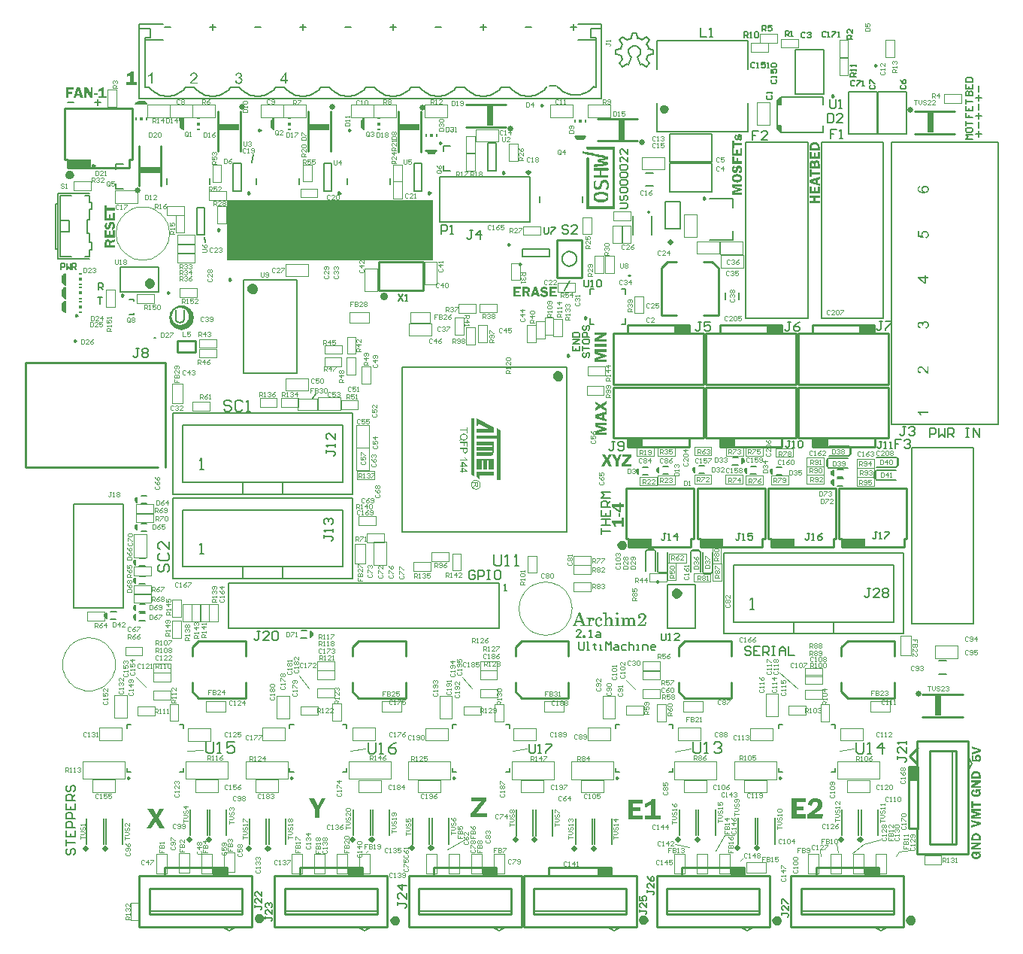
<source format=gto>
G04*
G04 #@! TF.GenerationSoftware,Altium Limited,Altium Designer,18.1.7 (191)*
G04*
G04 Layer_Color=65535*
%FSLAX25Y25*%
%MOIN*%
G70*
G01*
G75*
%ADD10C,0.00984*%
%ADD11C,0.00394*%
%ADD12C,0.00800*%
%ADD13C,0.00100*%
%ADD14C,0.01400*%
%ADD15C,0.01000*%
%ADD16C,0.01200*%
%ADD17C,0.00500*%
%ADD18C,0.02000*%
%ADD19C,0.02400*%
%ADD20C,0.02362*%
%ADD21C,0.00600*%
%ADD22C,0.00984*%
%ADD23C,0.00400*%
%ADD24C,0.02500*%
%ADD25C,0.01378*%
%ADD26C,0.03500*%
%ADD27C,0.00787*%
%ADD28C,0.00200*%
%ADD29C,0.00197*%
%ADD30C,0.00598*%
%ADD31C,0.00700*%
%ADD32R,0.02953X0.08790*%
%ADD33R,0.91831X0.27100*%
%ADD34R,0.01200X0.01190*%
%ADD35R,0.01200X0.00600*%
%ADD36R,0.01200X0.00590*%
%ADD37R,0.01190X0.01200*%
%ADD38R,0.00600X0.01200*%
%ADD39R,0.00590X0.01200*%
%ADD40R,0.08790X0.02953*%
G36*
X-331545Y203752D02*
X-341850D01*
Y207502D01*
X-331545D01*
Y203752D01*
D02*
G37*
G36*
X-289747Y142122D02*
X-288796Y141728D01*
X-287939Y141156D01*
X-287575Y140792D01*
X-287243Y140460D01*
X-286722Y139679D01*
X-286363Y138812D01*
X-286179Y137891D01*
Y137422D01*
Y136896D01*
X-286385Y135865D01*
X-286787Y134894D01*
X-287371Y134019D01*
X-287743Y133648D01*
Y133648D01*
X-287882Y133508D01*
X-288197Y133193D01*
X-288936Y132699D01*
X-289758Y132359D01*
X-290630Y132185D01*
X-291613D01*
X-292669Y132395D01*
X-293664Y132807D01*
X-294559Y133405D01*
X-294939Y133786D01*
X-295261Y134108D01*
X-295766Y134864D01*
X-296114Y135704D01*
X-296291Y136595D01*
Y137050D01*
X-295899Y136657D01*
X-295875Y136634D01*
X-295838Y136578D01*
X-295812Y136516D01*
X-295799Y136451D01*
Y136418D01*
X-295793Y136278D01*
X-295738Y136004D01*
X-295631Y135746D01*
X-295476Y135513D01*
X-295382Y135409D01*
X-295026Y135054D01*
X-294680Y134740D01*
X-293906Y134223D01*
X-293045Y133866D01*
X-292131Y133685D01*
X-291666Y133662D01*
X-291270Y133681D01*
X-290493Y133836D01*
X-289761Y134139D01*
X-289103Y134579D01*
X-288809Y134845D01*
X-288544Y135138D01*
X-288105Y135794D01*
X-287803Y136524D01*
X-287649Y137299D01*
X-287629Y137693D01*
X-287651Y138131D01*
X-287822Y138989D01*
X-288157Y139798D01*
X-288643Y140526D01*
X-288937Y140850D01*
X-288937Y140850D01*
X-291272Y142323D01*
X-290757D01*
X-289747Y142122D01*
D02*
G37*
G36*
X16050Y130402D02*
X9190D01*
Y134152D01*
X16050D01*
Y130402D01*
D02*
G37*
G36*
X-25000D02*
X-31860D01*
Y134152D01*
X-25000D01*
Y130402D01*
D02*
G37*
G36*
X-66050D02*
X-72910D01*
Y134152D01*
X-66050D01*
Y130402D01*
D02*
G37*
G36*
X-152631Y88698D02*
Y86336D01*
X-160569D01*
Y87911D01*
X-155031D01*
X-159781Y90273D01*
Y89485D01*
X-160569D01*
Y92635D01*
X-152631Y88698D01*
D02*
G37*
G36*
X-4590Y80152D02*
X-11450D01*
Y83902D01*
X-4590D01*
Y80152D01*
D02*
G37*
G36*
X-45640D02*
X-52500D01*
Y83902D01*
X-45640D01*
Y80152D01*
D02*
G37*
G36*
X-86690D02*
X-93550D01*
Y83902D01*
X-86690D01*
Y80152D01*
D02*
G37*
G36*
X-152631Y77674D02*
X-153031Y76835D01*
X-153431Y76435D01*
X-154231Y76035D01*
X-160569D01*
Y77674D01*
X-153431D01*
Y78462D01*
X-160569D01*
Y80037D01*
X-153431D01*
Y80824D01*
X-160569D01*
Y82399D01*
X-152631D01*
Y77674D01*
D02*
G37*
G36*
Y70135D02*
X-155031D01*
Y74035D01*
X-155831D01*
Y70135D01*
X-157331D01*
Y74035D01*
X-158207D01*
Y70135D01*
X-160569D01*
Y74835D01*
X-152631D01*
Y70135D01*
D02*
G37*
G36*
X-161356Y67035D02*
X-162931Y67735D01*
Y92635D01*
X-161356D01*
Y67035D01*
D02*
G37*
G36*
X-152631Y67435D02*
X-158994D01*
Y65835D01*
X-160569Y66635D01*
Y68935D01*
X-152631D01*
Y67435D01*
D02*
G37*
G36*
X-149931Y87517D02*
Y65435D01*
X-151431D01*
Y83580D01*
X-160569D01*
Y85155D01*
X-151431D01*
Y88304D01*
X-149931Y87517D01*
D02*
G37*
G36*
X11855Y35552D02*
X1550D01*
Y39302D01*
X11855D01*
Y35552D01*
D02*
G37*
G36*
X-19445D02*
X-29750D01*
Y39302D01*
X-19445D01*
Y35552D01*
D02*
G37*
G36*
X-50945D02*
X-61250D01*
Y39302D01*
X-50945D01*
Y35552D01*
D02*
G37*
G36*
X-82645D02*
X-92950D01*
Y39302D01*
X-82645D01*
Y35552D01*
D02*
G37*
G36*
X-324414Y185923D02*
X-320878D01*
Y184879D01*
X-324414D01*
Y183782D01*
X-325285D01*
Y187013D01*
X-324414D01*
Y185923D01*
D02*
G37*
G36*
X-320878Y180455D02*
X-325285D01*
Y183605D01*
X-324445D01*
Y181502D01*
X-323539D01*
Y183158D01*
X-322710D01*
Y181502D01*
X-321749D01*
Y183605D01*
X-320878D01*
Y180455D01*
D02*
G37*
G36*
X-322214Y179778D02*
X-322172Y179774D01*
X-322120Y179768D01*
X-322061Y179757D01*
X-321995Y179743D01*
X-321919Y179722D01*
X-321843Y179698D01*
X-321759Y179670D01*
X-321673Y179632D01*
X-321586Y179587D01*
X-321499Y179535D01*
X-321412Y179472D01*
X-321326Y179400D01*
X-321242Y179320D01*
X-321239Y179313D01*
X-321225Y179299D01*
X-321201Y179271D01*
X-321176Y179233D01*
X-321142Y179184D01*
X-321104Y179129D01*
X-321065Y179056D01*
X-321027Y178976D01*
X-320986Y178886D01*
X-320947Y178786D01*
X-320909Y178674D01*
X-320878Y178553D01*
X-320850Y178418D01*
X-320826Y178275D01*
X-320812Y178119D01*
X-320809Y177956D01*
Y177925D01*
X-320812Y177890D01*
Y177842D01*
X-320819Y177786D01*
X-320826Y177717D01*
X-320833Y177640D01*
X-320847Y177557D01*
X-320864Y177470D01*
X-320885Y177377D01*
X-320909Y177283D01*
X-320937Y177186D01*
X-320972Y177089D01*
X-321013Y176991D01*
X-321062Y176894D01*
X-321114Y176804D01*
X-321117Y176797D01*
X-321128Y176783D01*
X-321145Y176759D01*
X-321173Y176728D01*
X-321204Y176690D01*
X-321242Y176645D01*
X-321291Y176599D01*
X-321343Y176547D01*
X-321405Y176495D01*
X-321475Y176443D01*
X-321548Y176391D01*
X-321631Y176339D01*
X-321721Y176294D01*
X-321815Y176249D01*
X-321919Y176211D01*
X-322030Y176180D01*
X-322249Y177134D01*
X-322242Y177137D01*
X-322221Y177141D01*
X-322193Y177155D01*
X-322151Y177172D01*
X-322106Y177193D01*
X-322054Y177224D01*
X-321999Y177259D01*
X-321940Y177307D01*
X-321881Y177359D01*
X-321825Y177422D01*
X-321773Y177495D01*
X-321728Y177578D01*
X-321687Y177672D01*
X-321659Y177779D01*
X-321638Y177897D01*
X-321634Y177963D01*
X-321631Y178029D01*
Y178064D01*
X-321634Y178088D01*
Y178116D01*
X-321638Y178150D01*
X-321641Y178189D01*
X-321648Y178227D01*
X-321666Y178314D01*
X-321687Y178400D01*
X-321721Y178484D01*
X-321742Y178522D01*
X-321766Y178557D01*
Y178560D01*
X-321773Y178563D01*
X-321791Y178584D01*
X-321822Y178612D01*
X-321860Y178647D01*
X-321909Y178678D01*
X-321964Y178706D01*
X-322023Y178726D01*
X-322058Y178730D01*
X-322093Y178733D01*
X-322096D01*
X-322099D01*
X-322110D01*
X-322124Y178730D01*
X-322158Y178726D01*
X-322203Y178713D01*
X-322252Y178695D01*
X-322301Y178667D01*
X-322349Y178626D01*
X-322374Y178602D01*
X-322394Y178574D01*
Y178570D01*
X-322398Y178567D01*
X-322405Y178557D01*
X-322412Y178543D01*
X-322422Y178522D01*
X-322432Y178501D01*
X-322446Y178470D01*
X-322460Y178438D01*
X-322474Y178400D01*
X-322492Y178355D01*
X-322509Y178303D01*
X-322526Y178248D01*
X-322544Y178189D01*
X-322561Y178119D01*
X-322578Y178043D01*
X-322596Y177963D01*
Y177960D01*
X-322599Y177953D01*
Y177942D01*
X-322603Y177925D01*
X-322609Y177908D01*
X-322613Y177883D01*
X-322620Y177856D01*
X-322627Y177828D01*
X-322644Y177758D01*
X-322665Y177679D01*
X-322693Y177592D01*
X-322721Y177498D01*
X-322752Y177401D01*
X-322786Y177300D01*
X-322828Y177203D01*
X-322870Y177102D01*
X-322915Y177009D01*
X-322963Y176919D01*
X-323015Y176839D01*
X-323071Y176766D01*
X-323075Y176762D01*
X-323085Y176752D01*
X-323102Y176735D01*
X-323127Y176710D01*
X-323158Y176683D01*
X-323196Y176651D01*
X-323241Y176620D01*
X-323293Y176589D01*
X-323352Y176554D01*
X-323418Y176523D01*
X-323491Y176492D01*
X-323571Y176464D01*
X-323657Y176443D01*
X-323748Y176422D01*
X-323848Y176412D01*
X-323952Y176409D01*
X-323959D01*
X-323980D01*
X-324008Y176412D01*
X-324049Y176416D01*
X-324102Y176422D01*
X-324161Y176433D01*
X-324226Y176443D01*
X-324299Y176461D01*
X-324376Y176485D01*
X-324455Y176513D01*
X-324535Y176547D01*
X-324619Y176589D01*
X-324705Y176638D01*
X-324785Y176693D01*
X-324868Y176759D01*
X-324945Y176835D01*
X-324948Y176839D01*
X-324962Y176856D01*
X-324983Y176880D01*
X-325007Y176915D01*
X-325039Y176957D01*
X-325073Y177009D01*
X-325111Y177071D01*
X-325149Y177141D01*
X-325184Y177220D01*
X-325222Y177307D01*
X-325257Y177401D01*
X-325288Y177505D01*
X-325313Y177616D01*
X-325333Y177734D01*
X-325347Y177863D01*
X-325351Y177994D01*
Y178025D01*
X-325347Y178050D01*
Y178081D01*
X-325344Y178116D01*
X-325340Y178157D01*
X-325333Y178202D01*
X-325326Y178255D01*
X-325320Y178307D01*
X-325309Y178366D01*
X-325295Y178425D01*
X-325264Y178553D01*
X-325222Y178688D01*
X-325167Y178831D01*
X-325132Y178900D01*
X-325097Y178973D01*
X-325059Y179042D01*
X-325014Y179112D01*
X-324966Y179181D01*
X-324914Y179247D01*
X-324855Y179309D01*
X-324796Y179372D01*
X-324726Y179431D01*
X-324657Y179486D01*
X-324577Y179535D01*
X-324497Y179584D01*
X-324407Y179625D01*
X-324313Y179663D01*
X-324022Y178786D01*
X-324029Y178782D01*
X-324043Y178775D01*
X-324070Y178765D01*
X-324102Y178747D01*
X-324143Y178726D01*
X-324185Y178699D01*
X-324233Y178664D01*
X-324282Y178622D01*
X-324331Y178577D01*
X-324379Y178522D01*
X-324421Y178459D01*
X-324463Y178393D01*
X-324494Y178314D01*
X-324521Y178230D01*
X-324535Y178137D01*
X-324542Y178033D01*
Y178005D01*
X-324539Y177977D01*
X-324535Y177939D01*
X-324532Y177890D01*
X-324521Y177838D01*
X-324508Y177783D01*
X-324494Y177727D01*
X-324473Y177672D01*
X-324445Y177616D01*
X-324414Y177564D01*
X-324376Y177519D01*
X-324327Y177477D01*
X-324275Y177450D01*
X-324213Y177429D01*
X-324178Y177425D01*
X-324143Y177422D01*
X-324136D01*
X-324119Y177425D01*
X-324088Y177429D01*
X-324053Y177436D01*
X-324008Y177450D01*
X-323966Y177470D01*
X-323921Y177495D01*
X-323876Y177533D01*
X-323873Y177540D01*
X-323866Y177547D01*
X-323859Y177557D01*
X-323848Y177571D01*
X-323838Y177592D01*
X-323824Y177613D01*
X-323810Y177640D01*
X-323796Y177672D01*
X-323782Y177710D01*
X-323765Y177751D01*
X-323748Y177800D01*
X-323734Y177856D01*
X-323716Y177915D01*
X-323699Y177980D01*
X-323685Y178053D01*
Y178060D01*
X-323682Y178071D01*
X-323678Y178085D01*
X-323671Y178119D01*
X-323661Y178164D01*
X-323651Y178220D01*
X-323633Y178282D01*
X-323616Y178352D01*
X-323598Y178428D01*
X-323578Y178508D01*
X-323557Y178591D01*
X-323508Y178754D01*
X-323484Y178831D01*
X-323460Y178907D01*
X-323435Y178976D01*
X-323408Y179039D01*
Y179042D01*
X-323401Y179053D01*
X-323394Y179070D01*
X-323380Y179091D01*
X-323366Y179119D01*
X-323349Y179150D01*
X-323324Y179184D01*
X-323300Y179223D01*
X-323269Y179261D01*
X-323238Y179306D01*
X-323199Y179348D01*
X-323161Y179393D01*
X-323116Y179438D01*
X-323067Y179483D01*
X-323015Y179525D01*
X-322960Y179566D01*
X-322956Y179570D01*
X-322946Y179577D01*
X-322929Y179587D01*
X-322908Y179601D01*
X-322877Y179615D01*
X-322842Y179636D01*
X-322804Y179653D01*
X-322759Y179674D01*
X-322710Y179695D01*
X-322658Y179712D01*
X-322603Y179733D01*
X-322540Y179747D01*
X-322478Y179761D01*
X-322412Y179771D01*
X-322342Y179778D01*
X-322273Y179781D01*
X-322266D01*
X-322245D01*
X-322214Y179778D01*
D02*
G37*
G36*
X-320878Y172848D02*
X-325285D01*
Y175999D01*
X-324445D01*
Y173896D01*
X-323539D01*
Y175551D01*
X-322710D01*
Y173896D01*
X-321749D01*
Y175999D01*
X-320878D01*
Y172848D01*
D02*
G37*
G36*
Y170961D02*
X-322623Y170281D01*
Y169545D01*
X-320878D01*
Y168504D01*
X-325285D01*
Y170489D01*
X-325281Y170527D01*
Y170572D01*
X-325278Y170624D01*
X-325274Y170683D01*
X-325271Y170746D01*
X-325264Y170815D01*
X-325254Y170884D01*
X-325233Y171027D01*
X-325202Y171169D01*
X-325181Y171235D01*
X-325160Y171297D01*
Y171301D01*
X-325153Y171311D01*
X-325146Y171328D01*
X-325136Y171353D01*
X-325122Y171380D01*
X-325104Y171412D01*
X-325080Y171446D01*
X-325056Y171488D01*
X-325028Y171530D01*
X-324993Y171571D01*
X-324955Y171616D01*
X-324914Y171662D01*
X-324868Y171707D01*
X-324816Y171752D01*
X-324761Y171793D01*
X-324702Y171835D01*
X-324698Y171838D01*
X-324688Y171845D01*
X-324667Y171856D01*
X-324643Y171870D01*
X-324612Y171884D01*
X-324573Y171905D01*
X-324532Y171922D01*
X-324483Y171943D01*
X-324431Y171964D01*
X-324376Y171981D01*
X-324313Y172002D01*
X-324251Y172016D01*
X-324181Y172029D01*
X-324112Y172040D01*
X-324039Y172047D01*
X-323963Y172050D01*
X-323959D01*
X-323952D01*
X-323942D01*
X-323928D01*
X-323911Y172047D01*
X-323886D01*
X-323834Y172040D01*
X-323768Y172026D01*
X-323692Y172009D01*
X-323612Y171988D01*
X-323522Y171957D01*
X-323428Y171915D01*
X-323335Y171863D01*
X-323241Y171804D01*
X-323147Y171728D01*
X-323099Y171686D01*
X-323057Y171641D01*
X-323012Y171592D01*
X-322970Y171540D01*
X-322929Y171481D01*
X-322891Y171422D01*
X-322856Y171356D01*
X-322821Y171287D01*
X-320878Y172099D01*
Y170961D01*
D02*
G37*
G36*
X-130432Y151024D02*
X-130401D01*
X-130366Y151021D01*
X-130324Y151017D01*
X-130279Y151011D01*
X-130227Y151004D01*
X-130175Y150997D01*
X-130116Y150986D01*
X-130057Y150972D01*
X-129929Y150941D01*
X-129793Y150900D01*
X-129651Y150844D01*
X-129582Y150809D01*
X-129509Y150775D01*
X-129439Y150736D01*
X-129370Y150691D01*
X-129301Y150643D01*
X-129235Y150591D01*
X-129172Y150532D01*
X-129110Y150473D01*
X-129051Y150403D01*
X-128995Y150334D01*
X-128947Y150254D01*
X-128898Y150174D01*
X-128856Y150084D01*
X-128818Y149990D01*
X-129696Y149699D01*
X-129700Y149706D01*
X-129707Y149720D01*
X-129717Y149748D01*
X-129734Y149779D01*
X-129755Y149820D01*
X-129783Y149862D01*
X-129818Y149911D01*
X-129859Y149959D01*
X-129904Y150008D01*
X-129960Y150056D01*
X-130022Y150098D01*
X-130088Y150140D01*
X-130168Y150171D01*
X-130251Y150199D01*
X-130345Y150213D01*
X-130449Y150219D01*
X-130477D01*
X-130505Y150216D01*
X-130543Y150213D01*
X-130591Y150209D01*
X-130643Y150199D01*
X-130699Y150185D01*
X-130754Y150171D01*
X-130810Y150150D01*
X-130866Y150122D01*
X-130918Y150091D01*
X-130963Y150053D01*
X-131004Y150004D01*
X-131032Y149952D01*
X-131053Y149890D01*
X-131056Y149855D01*
X-131060Y149820D01*
Y149813D01*
X-131056Y149796D01*
X-131053Y149765D01*
X-131046Y149730D01*
X-131032Y149685D01*
X-131011Y149643D01*
X-130987Y149598D01*
X-130949Y149553D01*
X-130942Y149550D01*
X-130935Y149543D01*
X-130925Y149536D01*
X-130911Y149525D01*
X-130890Y149515D01*
X-130869Y149501D01*
X-130841Y149487D01*
X-130810Y149473D01*
X-130772Y149460D01*
X-130730Y149442D01*
X-130682Y149425D01*
X-130626Y149411D01*
X-130567Y149394D01*
X-130501Y149376D01*
X-130428Y149362D01*
X-130421D01*
X-130411Y149359D01*
X-130397Y149355D01*
X-130362Y149348D01*
X-130317Y149338D01*
X-130262Y149328D01*
X-130199Y149310D01*
X-130130Y149293D01*
X-130054Y149276D01*
X-129974Y149255D01*
X-129891Y149234D01*
X-129727Y149185D01*
X-129651Y149161D01*
X-129575Y149137D01*
X-129505Y149112D01*
X-129443Y149085D01*
X-129439D01*
X-129429Y149078D01*
X-129412Y149071D01*
X-129391Y149057D01*
X-129363Y149043D01*
X-129332Y149026D01*
X-129297Y149002D01*
X-129259Y148977D01*
X-129221Y148946D01*
X-129176Y148915D01*
X-129134Y148877D01*
X-129089Y148838D01*
X-129044Y148793D01*
X-128999Y148745D01*
X-128957Y148693D01*
X-128915Y148637D01*
X-128912Y148634D01*
X-128905Y148623D01*
X-128895Y148606D01*
X-128881Y148585D01*
X-128867Y148554D01*
X-128846Y148519D01*
X-128829Y148481D01*
X-128808Y148436D01*
X-128787Y148387D01*
X-128770Y148335D01*
X-128749Y148280D01*
X-128735Y148217D01*
X-128721Y148155D01*
X-128711Y148089D01*
X-128704Y148020D01*
X-128700Y147950D01*
Y147943D01*
Y147922D01*
X-128704Y147891D01*
X-128707Y147849D01*
X-128714Y147797D01*
X-128725Y147738D01*
X-128738Y147672D01*
X-128759Y147596D01*
X-128784Y147520D01*
X-128811Y147436D01*
X-128849Y147350D01*
X-128895Y147263D01*
X-128947Y147176D01*
X-129009Y147090D01*
X-129082Y147003D01*
X-129162Y146920D01*
X-129169Y146916D01*
X-129183Y146902D01*
X-129210Y146878D01*
X-129249Y146853D01*
X-129297Y146819D01*
X-129353Y146781D01*
X-129426Y146742D01*
X-129505Y146704D01*
X-129596Y146663D01*
X-129696Y146625D01*
X-129807Y146586D01*
X-129929Y146555D01*
X-130064Y146527D01*
X-130206Y146503D01*
X-130362Y146489D01*
X-130526Y146486D01*
X-130557D01*
X-130591Y146489D01*
X-130640D01*
X-130696Y146496D01*
X-130765Y146503D01*
X-130841Y146510D01*
X-130925Y146524D01*
X-131011Y146541D01*
X-131105Y146562D01*
X-131199Y146586D01*
X-131296Y146614D01*
X-131393Y146649D01*
X-131490Y146690D01*
X-131587Y146739D01*
X-131678Y146791D01*
X-131685Y146795D01*
X-131698Y146805D01*
X-131723Y146822D01*
X-131754Y146850D01*
X-131792Y146881D01*
X-131837Y146920D01*
X-131882Y146968D01*
X-131934Y147020D01*
X-131986Y147083D01*
X-132038Y147152D01*
X-132090Y147225D01*
X-132142Y147308D01*
X-132188Y147398D01*
X-132233Y147492D01*
X-132271Y147596D01*
X-132302Y147707D01*
X-131348Y147926D01*
X-131344Y147919D01*
X-131341Y147898D01*
X-131327Y147870D01*
X-131310Y147829D01*
X-131289Y147784D01*
X-131258Y147731D01*
X-131223Y147676D01*
X-131174Y147617D01*
X-131122Y147558D01*
X-131060Y147502D01*
X-130987Y147450D01*
X-130904Y147405D01*
X-130810Y147364D01*
X-130702Y147336D01*
X-130585Y147315D01*
X-130519Y147312D01*
X-130453Y147308D01*
X-130418D01*
X-130394Y147312D01*
X-130366D01*
X-130331Y147315D01*
X-130293Y147318D01*
X-130255Y147326D01*
X-130168Y147343D01*
X-130081Y147364D01*
X-129998Y147398D01*
X-129960Y147419D01*
X-129925Y147443D01*
X-129922D01*
X-129918Y147450D01*
X-129897Y147468D01*
X-129870Y147499D01*
X-129835Y147537D01*
X-129804Y147586D01*
X-129776Y147641D01*
X-129755Y147700D01*
X-129752Y147735D01*
X-129748Y147770D01*
Y147773D01*
Y147777D01*
Y147787D01*
X-129752Y147801D01*
X-129755Y147836D01*
X-129769Y147881D01*
X-129786Y147929D01*
X-129814Y147978D01*
X-129856Y148026D01*
X-129880Y148051D01*
X-129908Y148072D01*
X-129911D01*
X-129915Y148075D01*
X-129925Y148082D01*
X-129939Y148089D01*
X-129960Y148099D01*
X-129981Y148110D01*
X-130012Y148124D01*
X-130043Y148137D01*
X-130081Y148151D01*
X-130127Y148169D01*
X-130178Y148186D01*
X-130234Y148203D01*
X-130293Y148221D01*
X-130362Y148238D01*
X-130439Y148255D01*
X-130519Y148273D01*
X-130522D01*
X-130529Y148276D01*
X-130539D01*
X-130557Y148280D01*
X-130574Y148287D01*
X-130598Y148290D01*
X-130626Y148297D01*
X-130654Y148304D01*
X-130723Y148321D01*
X-130803Y148342D01*
X-130890Y148370D01*
X-130984Y148398D01*
X-131081Y148429D01*
X-131181Y148464D01*
X-131279Y148505D01*
X-131379Y148547D01*
X-131473Y148592D01*
X-131563Y148641D01*
X-131643Y148693D01*
X-131716Y148748D01*
X-131719Y148752D01*
X-131730Y148762D01*
X-131747Y148779D01*
X-131771Y148804D01*
X-131799Y148835D01*
X-131830Y148873D01*
X-131861Y148918D01*
X-131893Y148970D01*
X-131927Y149029D01*
X-131959Y149095D01*
X-131990Y149168D01*
X-132018Y149248D01*
X-132038Y149335D01*
X-132059Y149425D01*
X-132070Y149525D01*
X-132073Y149629D01*
Y149636D01*
Y149657D01*
X-132070Y149685D01*
X-132066Y149727D01*
X-132059Y149779D01*
X-132049Y149838D01*
X-132038Y149904D01*
X-132021Y149977D01*
X-131997Y150053D01*
X-131969Y150133D01*
X-131934Y150213D01*
X-131893Y150296D01*
X-131844Y150382D01*
X-131789Y150462D01*
X-131723Y150546D01*
X-131646Y150622D01*
X-131643Y150625D01*
X-131625Y150639D01*
X-131601Y150660D01*
X-131567Y150684D01*
X-131525Y150716D01*
X-131473Y150750D01*
X-131410Y150788D01*
X-131341Y150827D01*
X-131261Y150861D01*
X-131174Y150900D01*
X-131081Y150934D01*
X-130977Y150965D01*
X-130866Y150990D01*
X-130748Y151011D01*
X-130619Y151024D01*
X-130487Y151028D01*
X-130456D01*
X-130432Y151024D01*
D02*
G37*
G36*
X-124876Y150122D02*
X-126979D01*
Y149217D01*
X-125324D01*
Y148387D01*
X-126979D01*
Y147426D01*
X-124876D01*
Y146555D01*
X-128027D01*
Y150962D01*
X-124876D01*
Y150122D01*
D02*
G37*
G36*
X-132337Y146555D02*
X-133447D01*
X-133721Y147464D01*
X-135144D01*
X-135422Y146555D01*
X-136324D01*
X-134915Y150962D01*
X-133714D01*
X-132337Y146555D01*
D02*
G37*
G36*
X-138205Y150959D02*
X-138160D01*
X-138108Y150955D01*
X-138049Y150952D01*
X-137986Y150948D01*
X-137917Y150941D01*
X-137847Y150931D01*
X-137705Y150910D01*
X-137563Y150879D01*
X-137497Y150858D01*
X-137434Y150837D01*
X-137431D01*
X-137420Y150830D01*
X-137403Y150823D01*
X-137379Y150813D01*
X-137351Y150799D01*
X-137320Y150782D01*
X-137285Y150757D01*
X-137243Y150733D01*
X-137202Y150705D01*
X-137160Y150671D01*
X-137115Y150632D01*
X-137070Y150591D01*
X-137025Y150546D01*
X-136980Y150494D01*
X-136938Y150438D01*
X-136896Y150379D01*
X-136893Y150376D01*
X-136886Y150365D01*
X-136876Y150344D01*
X-136862Y150320D01*
X-136848Y150289D01*
X-136827Y150251D01*
X-136810Y150209D01*
X-136789Y150160D01*
X-136768Y150108D01*
X-136751Y150053D01*
X-136730Y149990D01*
X-136716Y149928D01*
X-136702Y149859D01*
X-136692Y149789D01*
X-136685Y149716D01*
X-136681Y149640D01*
Y149636D01*
Y149629D01*
Y149619D01*
Y149605D01*
X-136685Y149588D01*
Y149564D01*
X-136692Y149512D01*
X-136706Y149446D01*
X-136723Y149369D01*
X-136744Y149290D01*
X-136775Y149199D01*
X-136817Y149106D01*
X-136869Y149012D01*
X-136928Y148918D01*
X-137004Y148825D01*
X-137046Y148776D01*
X-137091Y148734D01*
X-137139Y148689D01*
X-137191Y148647D01*
X-137250Y148606D01*
X-137309Y148568D01*
X-137375Y148533D01*
X-137445Y148498D01*
X-136633Y146555D01*
X-137771D01*
X-138451Y148301D01*
X-139187D01*
Y146555D01*
X-140228D01*
Y150962D01*
X-138243D01*
X-138205Y150959D01*
D02*
G37*
G36*
X-140845Y150122D02*
X-142948D01*
Y149217D01*
X-141293D01*
Y148387D01*
X-142948D01*
Y147426D01*
X-140845D01*
Y146555D01*
X-143996D01*
Y150962D01*
X-140845D01*
Y150122D01*
D02*
G37*
G36*
X-98047Y6698D02*
X-98010Y6694D01*
X-97960Y6684D01*
X-97900Y6661D01*
X-97835Y6634D01*
X-97770Y6597D01*
X-97710Y6541D01*
X-97701Y6532D01*
X-97682Y6513D01*
X-97659Y6481D01*
X-97627Y6435D01*
X-97599Y6379D01*
X-97571Y6315D01*
X-97553Y6245D01*
X-97548Y6167D01*
Y6158D01*
Y6130D01*
X-97558Y6093D01*
X-97567Y6042D01*
X-97585Y5982D01*
X-97613Y5922D01*
X-97655Y5857D01*
X-97706Y5797D01*
X-97715Y5793D01*
X-97733Y5774D01*
X-97766Y5751D01*
X-97812Y5723D01*
X-97867Y5691D01*
X-97927Y5668D01*
X-98001Y5649D01*
X-98080Y5645D01*
X-98089D01*
X-98117Y5649D01*
X-98158Y5654D01*
X-98209Y5663D01*
X-98269Y5682D01*
X-98334Y5709D01*
X-98399Y5746D01*
X-98459Y5797D01*
X-98463Y5807D01*
X-98482Y5825D01*
X-98505Y5857D01*
X-98532Y5903D01*
X-98565Y5959D01*
X-98588Y6024D01*
X-98606Y6093D01*
X-98611Y6171D01*
Y6176D01*
Y6181D01*
X-98606Y6208D01*
X-98602Y6245D01*
X-98593Y6296D01*
X-98574Y6356D01*
X-98546Y6416D01*
X-98505Y6481D01*
X-98454Y6541D01*
X-98445Y6550D01*
X-98426Y6569D01*
X-98394Y6592D01*
X-98348Y6624D01*
X-98292Y6652D01*
X-98232Y6680D01*
X-98163Y6698D01*
X-98084Y6703D01*
X-98075D01*
X-98047Y6698D01*
D02*
G37*
G36*
X-110138Y3048D02*
X-110133Y3071D01*
X-110129Y3108D01*
X-110124Y3155D01*
X-110115Y3215D01*
X-110106Y3279D01*
X-110092Y3358D01*
X-110073Y3436D01*
X-110050Y3524D01*
X-110027Y3612D01*
X-109995Y3704D01*
X-109962Y3797D01*
X-109921Y3889D01*
X-109875Y3977D01*
X-109824Y4060D01*
X-109768Y4139D01*
X-109764Y4143D01*
X-109755Y4157D01*
X-109736Y4176D01*
X-109708Y4203D01*
X-109680Y4231D01*
X-109639Y4268D01*
X-109597Y4305D01*
X-109547Y4342D01*
X-109491Y4379D01*
X-109426Y4416D01*
X-109362Y4453D01*
X-109292Y4481D01*
X-109214Y4508D01*
X-109135Y4527D01*
X-109048Y4541D01*
X-108960Y4545D01*
X-108928D01*
X-108904Y4541D01*
X-108877D01*
X-108844Y4536D01*
X-108766Y4518D01*
X-108678Y4494D01*
X-108590Y4457D01*
X-108502Y4402D01*
X-108461Y4370D01*
X-108419Y4333D01*
X-108415D01*
X-108410Y4324D01*
X-108401Y4310D01*
X-108387Y4296D01*
X-108355Y4250D01*
X-108313Y4185D01*
X-108276Y4106D01*
X-108244Y4014D01*
X-108221Y3903D01*
X-108211Y3848D01*
Y3783D01*
Y3778D01*
Y3769D01*
Y3755D01*
Y3737D01*
X-108221Y3686D01*
X-108230Y3621D01*
X-108248Y3552D01*
X-108272Y3473D01*
X-108308Y3404D01*
X-108359Y3335D01*
X-108364Y3330D01*
X-108387Y3312D01*
X-108415Y3284D01*
X-108456Y3256D01*
X-108512Y3224D01*
X-108572Y3201D01*
X-108646Y3182D01*
X-108724Y3173D01*
X-108733D01*
X-108761Y3178D01*
X-108798Y3182D01*
X-108849Y3192D01*
X-108904Y3210D01*
X-108960Y3233D01*
X-109020Y3270D01*
X-109071Y3316D01*
X-109075Y3321D01*
X-109089Y3344D01*
X-109112Y3376D01*
X-109135Y3418D01*
X-109159Y3473D01*
X-109182Y3538D01*
X-109195Y3612D01*
X-109200Y3695D01*
Y3704D01*
Y3723D01*
X-109195Y3751D01*
X-109191Y3792D01*
X-109177Y3838D01*
X-109163Y3894D01*
X-109140Y3949D01*
X-109112Y4009D01*
Y4014D01*
X-109108Y4019D01*
X-109094Y4042D01*
X-109131Y4037D01*
X-109177Y4023D01*
X-109237Y4000D01*
X-109316Y3963D01*
X-109413Y3917D01*
X-109523Y3852D01*
Y3848D01*
X-109528Y3843D01*
X-109537Y3829D01*
X-109547Y3811D01*
X-109560Y3788D01*
X-109574Y3755D01*
X-109588Y3723D01*
X-109607Y3681D01*
X-109630Y3640D01*
X-109653Y3589D01*
X-109676Y3534D01*
X-109699Y3473D01*
X-109722Y3409D01*
X-109750Y3335D01*
X-109778Y3261D01*
X-109805Y3178D01*
X-109810Y3168D01*
X-109815Y3145D01*
X-109828Y3108D01*
X-109842Y3062D01*
X-109861Y3002D01*
X-109879Y2933D01*
X-109898Y2854D01*
X-109921Y2771D01*
X-109944Y2683D01*
X-109962Y2591D01*
X-109999Y2406D01*
X-110027Y2221D01*
X-110032Y2134D01*
X-110036Y2050D01*
Y1251D01*
Y1247D01*
Y1237D01*
X-110032Y1219D01*
X-110027Y1196D01*
X-110009Y1150D01*
X-109995Y1127D01*
X-109972Y1103D01*
X-109967D01*
X-109958Y1094D01*
X-109939Y1089D01*
X-109912Y1080D01*
X-109875Y1071D01*
X-109828Y1062D01*
X-109768Y1057D01*
X-109699Y1053D01*
X-109140D01*
Y591D01*
X-111621D01*
Y1053D01*
X-111141D01*
X-111113Y1057D01*
X-111080D01*
X-111006Y1076D01*
X-110969Y1085D01*
X-110942Y1103D01*
X-110937Y1108D01*
X-110933Y1113D01*
X-110905Y1136D01*
X-110882Y1177D01*
X-110877Y1200D01*
X-110872Y1223D01*
Y3593D01*
Y3598D01*
Y3603D01*
Y3630D01*
X-110877Y3672D01*
X-110886Y3723D01*
X-110896Y3778D01*
X-110914Y3834D01*
X-110937Y3889D01*
X-110969Y3931D01*
X-110974Y3935D01*
X-110988Y3945D01*
X-111006Y3963D01*
X-111039Y3982D01*
X-111076Y4000D01*
X-111122Y4019D01*
X-111177Y4028D01*
X-111238Y4033D01*
X-111644D01*
Y4467D01*
X-110138Y4550D01*
Y3048D01*
D02*
G37*
G36*
X-105929Y4582D02*
X-105878Y4578D01*
X-105823Y4568D01*
X-105758Y4559D01*
X-105689Y4545D01*
X-105615Y4527D01*
X-105536Y4508D01*
X-105458Y4481D01*
X-105375Y4448D01*
X-105296Y4411D01*
X-105218Y4365D01*
X-105139Y4319D01*
X-105065Y4259D01*
X-105061Y4254D01*
X-105047Y4245D01*
X-105028Y4227D01*
X-105005Y4203D01*
X-104973Y4171D01*
X-104940Y4134D01*
X-104908Y4092D01*
X-104871Y4046D01*
X-104834Y3996D01*
X-104802Y3940D01*
X-104737Y3815D01*
X-104714Y3751D01*
X-104696Y3681D01*
X-104682Y3607D01*
X-104677Y3534D01*
Y3529D01*
Y3524D01*
Y3510D01*
Y3492D01*
X-104686Y3441D01*
X-104696Y3381D01*
X-104714Y3316D01*
X-104742Y3242D01*
X-104783Y3173D01*
X-104834Y3104D01*
X-104843Y3095D01*
X-104862Y3076D01*
X-104894Y3053D01*
X-104940Y3021D01*
X-104996Y2988D01*
X-105061Y2965D01*
X-105134Y2947D01*
X-105213Y2937D01*
X-105222D01*
X-105250Y2942D01*
X-105287Y2947D01*
X-105338Y2956D01*
X-105393Y2974D01*
X-105453Y2998D01*
X-105513Y3035D01*
X-105573Y3081D01*
X-105578Y3085D01*
X-105596Y3108D01*
X-105620Y3141D01*
X-105643Y3182D01*
X-105670Y3233D01*
X-105693Y3293D01*
X-105712Y3363D01*
X-105717Y3441D01*
Y3446D01*
Y3450D01*
X-105712Y3473D01*
X-105707Y3515D01*
X-105698Y3566D01*
X-105680Y3621D01*
X-105652Y3686D01*
X-105615Y3755D01*
X-105564Y3824D01*
Y3829D01*
X-105555Y3834D01*
X-105541Y3852D01*
X-105527Y3875D01*
X-105518Y3889D01*
Y3894D01*
Y3903D01*
X-105523Y3917D01*
X-105532Y3935D01*
X-105550Y3963D01*
X-105573Y3991D01*
X-105606Y4019D01*
X-105647Y4051D01*
X-105652Y4056D01*
X-105670Y4065D01*
X-105703Y4079D01*
X-105740Y4097D01*
X-105795Y4116D01*
X-105855Y4129D01*
X-105929Y4139D01*
X-106012Y4143D01*
X-106054D01*
X-106086Y4139D01*
X-106123Y4134D01*
X-106169Y4125D01*
X-106216Y4116D01*
X-106271Y4097D01*
X-106326Y4079D01*
X-106386Y4056D01*
X-106447Y4028D01*
X-106511Y3996D01*
X-106571Y3954D01*
X-106631Y3903D01*
X-106691Y3852D01*
X-106747Y3788D01*
X-106752Y3783D01*
X-106761Y3765D01*
X-106775Y3741D01*
X-106788Y3704D01*
X-106811Y3658D01*
X-106835Y3603D01*
X-106858Y3534D01*
X-106885Y3460D01*
X-106913Y3376D01*
X-106936Y3279D01*
X-106959Y3178D01*
X-106983Y3062D01*
X-106996Y2942D01*
X-107010Y2808D01*
X-107019Y2670D01*
X-107024Y2522D01*
Y2513D01*
Y2489D01*
Y2448D01*
X-107019Y2397D01*
X-107015Y2332D01*
X-107010Y2258D01*
X-107001Y2175D01*
X-106987Y2087D01*
X-106950Y1903D01*
X-106927Y1806D01*
X-106899Y1709D01*
X-106867Y1616D01*
X-106825Y1528D01*
X-106779Y1445D01*
X-106728Y1367D01*
X-106724Y1362D01*
X-106714Y1348D01*
X-106696Y1330D01*
X-106673Y1307D01*
X-106645Y1279D01*
X-106613Y1247D01*
X-106571Y1210D01*
X-106525Y1177D01*
X-106474Y1140D01*
X-106414Y1103D01*
X-106354Y1071D01*
X-106290Y1043D01*
X-106216Y1020D01*
X-106142Y1002D01*
X-106063Y988D01*
X-105980Y983D01*
X-105952D01*
X-105920Y988D01*
X-105878Y997D01*
X-105823Y1011D01*
X-105763Y1029D01*
X-105698Y1057D01*
X-105624Y1094D01*
X-105550Y1140D01*
X-105472Y1196D01*
X-105393Y1270D01*
X-105310Y1353D01*
X-105231Y1455D01*
X-105158Y1570D01*
X-105121Y1635D01*
X-105084Y1709D01*
X-105051Y1782D01*
X-105019Y1861D01*
X-104626Y1755D01*
Y1750D01*
X-104631Y1741D01*
X-104636Y1722D01*
X-104645Y1699D01*
X-104654Y1672D01*
X-104663Y1639D01*
X-104677Y1598D01*
X-104696Y1556D01*
X-104737Y1459D01*
X-104793Y1353D01*
X-104857Y1237D01*
X-104931Y1117D01*
X-105024Y997D01*
X-105125Y882D01*
X-105245Y775D01*
X-105379Y678D01*
X-105453Y637D01*
X-105527Y600D01*
X-105610Y563D01*
X-105693Y535D01*
X-105781Y512D01*
X-105878Y494D01*
X-105975Y484D01*
X-106077Y480D01*
X-106114D01*
X-106156Y484D01*
X-106211Y489D01*
X-106280Y498D01*
X-106363Y507D01*
X-106451Y526D01*
X-106548Y549D01*
X-106650Y577D01*
X-106761Y609D01*
X-106872Y655D01*
X-106983Y706D01*
X-107093Y766D01*
X-107200Y840D01*
X-107306Y923D01*
X-107407Y1016D01*
X-107412Y1020D01*
X-107431Y1039D01*
X-107454Y1071D01*
X-107486Y1113D01*
X-107528Y1168D01*
X-107569Y1233D01*
X-107615Y1307D01*
X-107662Y1394D01*
X-107712Y1491D01*
X-107759Y1598D01*
X-107800Y1713D01*
X-107842Y1838D01*
X-107874Y1977D01*
X-107897Y2120D01*
X-107916Y2272D01*
X-107920Y2434D01*
Y2439D01*
Y2448D01*
Y2462D01*
Y2480D01*
Y2503D01*
X-107916Y2531D01*
X-107911Y2600D01*
X-107902Y2688D01*
X-107893Y2785D01*
X-107874Y2896D01*
X-107851Y3016D01*
X-107819Y3141D01*
X-107782Y3270D01*
X-107736Y3399D01*
X-107680Y3534D01*
X-107620Y3663D01*
X-107542Y3788D01*
X-107454Y3908D01*
X-107357Y4019D01*
X-107352Y4023D01*
X-107329Y4042D01*
X-107301Y4069D01*
X-107255Y4106D01*
X-107204Y4153D01*
X-107140Y4199D01*
X-107061Y4250D01*
X-106978Y4305D01*
X-106885Y4356D01*
X-106784Y4407D01*
X-106673Y4457D01*
X-106557Y4499D01*
X-106433Y4536D01*
X-106303Y4564D01*
X-106169Y4582D01*
X-106026Y4587D01*
X-105971D01*
X-105929Y4582D01*
D02*
G37*
G36*
X-86918Y6366D02*
X-86872D01*
X-86821Y6361D01*
X-86761Y6352D01*
X-86696Y6342D01*
X-86627Y6333D01*
X-86553Y6319D01*
X-86400Y6278D01*
X-86234Y6227D01*
X-86155Y6190D01*
X-86072Y6153D01*
X-86068Y6148D01*
X-86054Y6144D01*
X-86031Y6130D01*
X-86003Y6112D01*
X-85966Y6093D01*
X-85925Y6065D01*
X-85827Y6001D01*
X-85721Y5917D01*
X-85615Y5820D01*
X-85513Y5705D01*
X-85462Y5645D01*
X-85421Y5580D01*
X-85416Y5576D01*
X-85412Y5566D01*
X-85402Y5543D01*
X-85384Y5520D01*
X-85370Y5483D01*
X-85352Y5446D01*
X-85329Y5400D01*
X-85310Y5349D01*
X-85287Y5294D01*
X-85268Y5234D01*
X-85232Y5104D01*
X-85208Y4961D01*
X-85204Y4887D01*
X-85199Y4809D01*
Y4804D01*
Y4795D01*
Y4781D01*
Y4758D01*
X-85204Y4730D01*
Y4702D01*
X-85213Y4628D01*
X-85227Y4536D01*
X-85245Y4439D01*
X-85273Y4333D01*
X-85310Y4222D01*
Y4217D01*
X-85315Y4208D01*
X-85319Y4194D01*
X-85329Y4171D01*
X-85342Y4143D01*
X-85356Y4116D01*
X-85389Y4042D01*
X-85435Y3959D01*
X-85486Y3861D01*
X-85550Y3765D01*
X-85624Y3667D01*
X-85629Y3663D01*
X-85638Y3649D01*
X-85661Y3626D01*
X-85689Y3594D01*
X-85721Y3557D01*
X-85763Y3515D01*
X-85809Y3464D01*
X-85860Y3409D01*
X-85920Y3353D01*
X-85985Y3293D01*
X-86054Y3229D01*
X-86132Y3164D01*
X-86211Y3099D01*
X-86294Y3035D01*
X-86474Y2910D01*
X-87389Y2050D01*
X-87394Y2046D01*
X-87407Y2037D01*
X-87426Y2018D01*
X-87454Y1995D01*
X-87486Y1967D01*
X-87518Y1940D01*
X-87606Y1866D01*
X-87694Y1787D01*
X-87786Y1704D01*
X-87874Y1625D01*
X-87916Y1588D01*
X-87948Y1556D01*
X-87953Y1547D01*
Y1542D01*
X-87943Y1528D01*
X-87930Y1519D01*
X-87902Y1505D01*
X-87883Y1496D01*
X-87860Y1487D01*
X-87828Y1482D01*
X-87796Y1473D01*
X-87759Y1464D01*
X-87713Y1459D01*
X-87662Y1450D01*
X-87602Y1441D01*
X-87537Y1436D01*
X-87463Y1427D01*
X-87380Y1422D01*
X-87292Y1417D01*
X-87190Y1408D01*
X-87084Y1404D01*
X-86969Y1399D01*
X-86839D01*
X-86701Y1394D01*
X-86553Y1390D01*
X-86179D01*
X-86132Y1399D01*
X-86077Y1408D01*
X-86017Y1422D01*
X-85957Y1445D01*
X-85901Y1478D01*
X-85855Y1519D01*
X-85851Y1528D01*
X-85846Y1538D01*
X-85837Y1551D01*
X-85823Y1575D01*
X-85814Y1602D01*
X-85795Y1635D01*
X-85781Y1681D01*
X-85763Y1732D01*
X-85740Y1792D01*
X-85717Y1866D01*
X-85694Y1949D01*
X-85666Y2041D01*
X-85633Y2148D01*
X-85606Y2268D01*
X-85573Y2402D01*
X-85148D01*
X-85287Y591D01*
X-89001D01*
Y914D01*
X-87833Y2249D01*
X-87828Y2254D01*
X-87823Y2263D01*
X-87809Y2277D01*
X-87791Y2295D01*
X-87768Y2318D01*
X-87740Y2351D01*
X-87675Y2420D01*
X-87602Y2503D01*
X-87514Y2596D01*
X-87421Y2702D01*
X-87320Y2813D01*
X-87121Y3035D01*
X-87024Y3145D01*
X-86932Y3252D01*
X-86844Y3349D01*
X-86775Y3436D01*
X-86715Y3510D01*
X-86687Y3538D01*
X-86668Y3566D01*
X-86664Y3571D01*
X-86655Y3584D01*
X-86641Y3603D01*
X-86622Y3630D01*
X-86604Y3663D01*
X-86576Y3704D01*
X-86548Y3746D01*
X-86520Y3797D01*
X-86456Y3908D01*
X-86391Y4028D01*
X-86326Y4157D01*
X-86276Y4291D01*
Y4296D01*
X-86271Y4305D01*
X-86262Y4324D01*
X-86257Y4351D01*
X-86248Y4379D01*
X-86234Y4416D01*
X-86211Y4504D01*
X-86193Y4601D01*
X-86169Y4702D01*
X-86155Y4813D01*
X-86151Y4919D01*
Y4924D01*
Y4938D01*
Y4961D01*
X-86155Y4993D01*
X-86160Y5030D01*
X-86165Y5077D01*
X-86169Y5127D01*
X-86183Y5178D01*
X-86211Y5294D01*
X-86257Y5409D01*
X-86285Y5469D01*
X-86317Y5525D01*
X-86354Y5580D01*
X-86400Y5631D01*
X-86405Y5636D01*
X-86410Y5640D01*
X-86428Y5654D01*
X-86447Y5673D01*
X-86470Y5691D01*
X-86502Y5714D01*
X-86539Y5737D01*
X-86581Y5760D01*
X-86627Y5783D01*
X-86678Y5807D01*
X-86738Y5830D01*
X-86798Y5848D01*
X-86862Y5867D01*
X-86936Y5881D01*
X-87010Y5885D01*
X-87093Y5890D01*
X-87144D01*
X-87177Y5885D01*
X-87223Y5881D01*
X-87269Y5876D01*
X-87324Y5871D01*
X-87384Y5862D01*
X-87518Y5830D01*
X-87652Y5788D01*
X-87722Y5760D01*
X-87791Y5728D01*
X-87856Y5691D01*
X-87916Y5649D01*
X-87920Y5645D01*
X-87930Y5640D01*
X-87943Y5626D01*
X-87967Y5608D01*
X-88013Y5562D01*
X-88073Y5502D01*
X-88128Y5428D01*
X-88179Y5345D01*
X-88202Y5303D01*
X-88216Y5257D01*
X-88225Y5211D01*
X-88230Y5164D01*
Y5160D01*
Y5155D01*
Y5127D01*
X-88225Y5100D01*
X-88221Y5090D01*
X-88216Y5081D01*
X-88211D01*
X-88207Y5072D01*
X-88193Y5063D01*
X-88174Y5054D01*
X-88147Y5040D01*
X-88114Y5021D01*
X-88068Y5007D01*
X-88017Y4993D01*
X-88013D01*
X-87999Y4989D01*
X-87976Y4980D01*
X-87948Y4970D01*
X-87911Y4956D01*
X-87874Y4938D01*
X-87837Y4915D01*
X-87791Y4887D01*
X-87749Y4855D01*
X-87713Y4813D01*
X-87671Y4772D01*
X-87638Y4721D01*
X-87611Y4665D01*
X-87588Y4601D01*
X-87574Y4531D01*
X-87569Y4453D01*
Y4448D01*
Y4444D01*
X-87574Y4416D01*
X-87578Y4370D01*
X-87588Y4314D01*
X-87611Y4254D01*
X-87638Y4189D01*
X-87675Y4120D01*
X-87731Y4060D01*
X-87740Y4056D01*
X-87759Y4037D01*
X-87796Y4009D01*
X-87842Y3982D01*
X-87902Y3954D01*
X-87971Y3926D01*
X-88050Y3908D01*
X-88138Y3903D01*
X-88165D01*
X-88184Y3908D01*
X-88239Y3917D01*
X-88304Y3935D01*
X-88378Y3963D01*
X-88461Y4009D01*
X-88503Y4037D01*
X-88544Y4069D01*
X-88586Y4111D01*
X-88623Y4153D01*
Y4157D01*
X-88632Y4166D01*
X-88641Y4180D01*
X-88655Y4199D01*
X-88669Y4222D01*
X-88687Y4254D01*
X-88706Y4287D01*
X-88724Y4328D01*
X-88761Y4420D01*
X-88793Y4527D01*
X-88817Y4656D01*
X-88821Y4721D01*
X-88826Y4795D01*
Y4799D01*
Y4813D01*
Y4836D01*
X-88821Y4869D01*
Y4906D01*
X-88812Y4947D01*
X-88807Y4998D01*
X-88798Y5054D01*
X-88770Y5174D01*
X-88734Y5303D01*
X-88678Y5437D01*
X-88646Y5506D01*
X-88609Y5571D01*
X-88604Y5576D01*
X-88599Y5585D01*
X-88586Y5603D01*
X-88567Y5631D01*
X-88544Y5659D01*
X-88516Y5696D01*
X-88479Y5733D01*
X-88442Y5774D01*
X-88401Y5820D01*
X-88350Y5867D01*
X-88295Y5913D01*
X-88235Y5959D01*
X-88170Y6010D01*
X-88100Y6056D01*
X-88027Y6102D01*
X-87948Y6144D01*
X-87943Y6148D01*
X-87930Y6153D01*
X-87902Y6167D01*
X-87870Y6181D01*
X-87828Y6195D01*
X-87782Y6218D01*
X-87726Y6236D01*
X-87662Y6259D01*
X-87597Y6278D01*
X-87523Y6301D01*
X-87445Y6319D01*
X-87361Y6333D01*
X-87186Y6361D01*
X-87093Y6366D01*
X-87001Y6370D01*
X-86950D01*
X-86918Y6366D01*
D02*
G37*
G36*
X-95063Y4545D02*
X-95058Y4527D01*
X-95054Y4504D01*
X-95044Y4467D01*
X-95040Y4425D01*
X-95030Y4379D01*
X-95021Y4324D01*
X-95012Y4268D01*
X-94989Y4139D01*
X-94971Y4009D01*
X-94957Y3875D01*
X-94947Y3755D01*
Y3760D01*
X-94938Y3774D01*
X-94929Y3797D01*
X-94915Y3824D01*
X-94897Y3857D01*
X-94873Y3894D01*
X-94818Y3986D01*
X-94749Y4083D01*
X-94665Y4180D01*
X-94564Y4277D01*
X-94513Y4319D01*
X-94453Y4356D01*
X-94448D01*
X-94439Y4365D01*
X-94421Y4374D01*
X-94398Y4384D01*
X-94365Y4402D01*
X-94328Y4416D01*
X-94291Y4434D01*
X-94245Y4453D01*
X-94139Y4485D01*
X-94019Y4518D01*
X-93885Y4536D01*
X-93746Y4545D01*
X-93705D01*
X-93677Y4541D01*
X-93640D01*
X-93598Y4536D01*
X-93552Y4527D01*
X-93506Y4518D01*
X-93395Y4490D01*
X-93279Y4453D01*
X-93164Y4397D01*
X-93109Y4360D01*
X-93058Y4324D01*
X-93053Y4319D01*
X-93044Y4314D01*
X-93030Y4300D01*
X-93012Y4282D01*
X-92993Y4259D01*
X-92965Y4231D01*
X-92938Y4199D01*
X-92910Y4162D01*
X-92882Y4120D01*
X-92850Y4069D01*
X-92818Y4019D01*
X-92790Y3963D01*
X-92762Y3898D01*
X-92739Y3834D01*
X-92716Y3760D01*
X-92697Y3686D01*
Y3691D01*
X-92688Y3704D01*
X-92679Y3723D01*
X-92665Y3755D01*
X-92647Y3788D01*
X-92624Y3824D01*
X-92563Y3917D01*
X-92489Y4019D01*
X-92402Y4125D01*
X-92295Y4227D01*
X-92175Y4319D01*
X-92171Y4324D01*
X-92162Y4328D01*
X-92138Y4342D01*
X-92115Y4356D01*
X-92083Y4370D01*
X-92046Y4393D01*
X-92000Y4411D01*
X-91949Y4434D01*
X-91898Y4453D01*
X-91838Y4476D01*
X-91709Y4508D01*
X-91570Y4536D01*
X-91492Y4541D01*
X-91418Y4545D01*
X-91367D01*
X-91330Y4541D01*
X-91284Y4536D01*
X-91228Y4527D01*
X-91173Y4518D01*
X-91108Y4504D01*
X-91044Y4485D01*
X-90974Y4462D01*
X-90905Y4434D01*
X-90836Y4397D01*
X-90766Y4360D01*
X-90702Y4314D01*
X-90637Y4259D01*
X-90582Y4199D01*
X-90577Y4194D01*
X-90568Y4180D01*
X-90549Y4157D01*
X-90531Y4125D01*
X-90503Y4083D01*
X-90475Y4037D01*
X-90443Y3977D01*
X-90411Y3912D01*
X-90383Y3843D01*
X-90351Y3760D01*
X-90323Y3672D01*
X-90295Y3580D01*
X-90276Y3478D01*
X-90258Y3372D01*
X-90249Y3256D01*
X-90244Y3136D01*
Y1288D01*
Y1283D01*
Y1270D01*
X-90240Y1247D01*
Y1223D01*
X-90226Y1168D01*
X-90216Y1150D01*
X-90203Y1131D01*
X-90198Y1127D01*
X-90184Y1117D01*
X-90161Y1108D01*
X-90129Y1094D01*
X-90092Y1076D01*
X-90041Y1066D01*
X-89981Y1057D01*
X-89916Y1053D01*
X-89644D01*
Y591D01*
X-91681D01*
Y1053D01*
X-91381D01*
X-91344Y1057D01*
X-91302Y1062D01*
X-91256Y1066D01*
X-91214Y1076D01*
X-91173Y1089D01*
X-91141Y1108D01*
X-91136Y1113D01*
X-91127Y1117D01*
X-91117Y1136D01*
X-91104Y1154D01*
X-91090Y1177D01*
X-91076Y1210D01*
X-91071Y1247D01*
X-91067Y1288D01*
Y3141D01*
Y3145D01*
Y3159D01*
Y3178D01*
X-91071Y3206D01*
Y3233D01*
X-91076Y3270D01*
X-91090Y3358D01*
X-91108Y3450D01*
X-91141Y3547D01*
X-91187Y3640D01*
X-91247Y3723D01*
Y3728D01*
X-91256Y3732D01*
X-91279Y3755D01*
X-91321Y3788D01*
X-91372Y3824D01*
X-91441Y3861D01*
X-91524Y3894D01*
X-91616Y3917D01*
X-91667Y3926D01*
X-91760D01*
X-91801Y3922D01*
X-91857Y3912D01*
X-91921Y3894D01*
X-91986Y3875D01*
X-92060Y3843D01*
X-92129Y3801D01*
X-92138Y3797D01*
X-92162Y3778D01*
X-92194Y3751D01*
X-92235Y3714D01*
X-92282Y3663D01*
X-92328Y3603D01*
X-92374Y3534D01*
X-92416Y3455D01*
Y3450D01*
X-92420Y3441D01*
X-92430Y3423D01*
X-92439Y3399D01*
X-92453Y3372D01*
X-92466Y3339D01*
X-92494Y3261D01*
X-92527Y3173D01*
X-92550Y3076D01*
X-92568Y2984D01*
X-92577Y2891D01*
Y1288D01*
Y1283D01*
Y1265D01*
X-92573Y1247D01*
X-92568Y1219D01*
X-92550Y1154D01*
X-92536Y1127D01*
X-92517Y1103D01*
X-92513D01*
X-92503Y1094D01*
X-92489Y1089D01*
X-92466Y1080D01*
X-92439Y1071D01*
X-92402Y1062D01*
X-92356Y1057D01*
X-92305Y1053D01*
X-91963D01*
Y591D01*
X-94028D01*
Y1053D01*
X-93705D01*
X-93672Y1057D01*
X-93635Y1062D01*
X-93557Y1076D01*
X-93520Y1089D01*
X-93488Y1108D01*
X-93483Y1113D01*
X-93474Y1117D01*
X-93464Y1131D01*
X-93450Y1150D01*
X-93423Y1196D01*
X-93418Y1223D01*
X-93414Y1256D01*
Y2970D01*
Y2974D01*
Y2993D01*
Y3021D01*
X-93418Y3053D01*
Y3095D01*
X-93423Y3145D01*
X-93427Y3196D01*
X-93437Y3256D01*
X-93455Y3376D01*
X-93488Y3497D01*
X-93529Y3607D01*
X-93557Y3658D01*
X-93589Y3704D01*
Y3709D01*
X-93598Y3714D01*
X-93621Y3741D01*
X-93658Y3774D01*
X-93709Y3815D01*
X-93774Y3857D01*
X-93852Y3894D01*
X-93945Y3917D01*
X-93996Y3922D01*
X-94046Y3926D01*
X-94083D01*
X-94107Y3922D01*
X-94139Y3917D01*
X-94176Y3912D01*
X-94259Y3894D01*
X-94356Y3861D01*
X-94453Y3815D01*
X-94499Y3788D01*
X-94545Y3755D01*
X-94587Y3714D01*
X-94629Y3667D01*
X-94633Y3663D01*
X-94642Y3649D01*
X-94656Y3630D01*
X-94675Y3598D01*
X-94698Y3566D01*
X-94726Y3520D01*
X-94749Y3469D01*
X-94776Y3413D01*
X-94809Y3353D01*
X-94832Y3284D01*
X-94860Y3210D01*
X-94883Y3132D01*
X-94901Y3048D01*
X-94915Y2961D01*
X-94924Y2868D01*
X-94929Y2776D01*
Y1288D01*
Y1283D01*
Y1265D01*
Y1242D01*
X-94924Y1219D01*
X-94915Y1163D01*
X-94906Y1140D01*
X-94892Y1122D01*
X-94887Y1117D01*
X-94873Y1113D01*
X-94855Y1099D01*
X-94823Y1089D01*
X-94781Y1076D01*
X-94735Y1062D01*
X-94675Y1057D01*
X-94605Y1053D01*
X-94328D01*
Y591D01*
X-96375D01*
Y1053D01*
X-95991D01*
X-95968Y1057D01*
X-95941Y1062D01*
X-95881Y1076D01*
X-95848Y1089D01*
X-95825Y1108D01*
X-95821Y1113D01*
X-95816Y1117D01*
X-95807Y1131D01*
X-95793Y1150D01*
X-95770Y1196D01*
X-95765Y1223D01*
X-95761Y1256D01*
Y3695D01*
Y3704D01*
Y3723D01*
X-95765Y3751D01*
X-95770Y3788D01*
X-95779Y3824D01*
X-95797Y3866D01*
X-95816Y3903D01*
X-95844Y3935D01*
X-95848Y3940D01*
X-95862Y3949D01*
X-95890Y3963D01*
X-95927Y3977D01*
X-95955Y3986D01*
X-95987Y3996D01*
X-96019Y4005D01*
X-96061Y4014D01*
X-96107Y4023D01*
X-96158Y4033D01*
X-96213Y4042D01*
X-96278Y4046D01*
Y4467D01*
X-95063Y4550D01*
Y4545D01*
D02*
G37*
G36*
X-97548Y1237D02*
Y1233D01*
Y1223D01*
Y1205D01*
X-97544Y1187D01*
X-97535Y1140D01*
X-97525Y1122D01*
X-97516Y1108D01*
X-97512D01*
X-97502Y1099D01*
X-97488Y1089D01*
X-97470Y1080D01*
X-97442Y1071D01*
X-97414Y1062D01*
X-97378Y1057D01*
X-97341Y1053D01*
X-96832D01*
Y591D01*
X-99115D01*
Y1053D01*
X-98616D01*
X-98593Y1057D01*
X-98565Y1062D01*
X-98500Y1080D01*
X-98472Y1094D01*
X-98445Y1113D01*
X-98440Y1117D01*
X-98435Y1127D01*
X-98426Y1140D01*
X-98412Y1159D01*
X-98403Y1187D01*
X-98394Y1219D01*
X-98389Y1260D01*
X-98385Y1307D01*
Y3649D01*
Y3658D01*
Y3681D01*
X-98389Y3714D01*
X-98399Y3755D01*
X-98412Y3797D01*
X-98431Y3843D01*
X-98454Y3889D01*
X-98491Y3926D01*
X-98496Y3931D01*
X-98509Y3940D01*
X-98532Y3954D01*
X-98569Y3972D01*
X-98611Y3991D01*
X-98667Y4005D01*
X-98736Y4014D01*
X-98810Y4019D01*
X-99198D01*
Y4476D01*
X-97548Y4527D01*
Y1237D01*
D02*
G37*
G36*
X-102723Y3834D02*
X-102714Y3843D01*
X-102704Y3861D01*
X-102695Y3889D01*
X-102677Y3917D01*
X-102654Y3954D01*
X-102603Y4033D01*
X-102533Y4120D01*
X-102446Y4213D01*
X-102339Y4305D01*
X-102279Y4347D01*
X-102215Y4384D01*
X-102210Y4388D01*
X-102196Y4393D01*
X-102178Y4402D01*
X-102155Y4416D01*
X-102118Y4430D01*
X-102081Y4448D01*
X-102034Y4467D01*
X-101988Y4485D01*
X-101933Y4504D01*
X-101873Y4522D01*
X-101748Y4555D01*
X-101609Y4578D01*
X-101535Y4587D01*
X-101425D01*
X-101397Y4582D01*
X-101365D01*
X-101323Y4573D01*
X-101277Y4568D01*
X-101231Y4559D01*
X-101120Y4531D01*
X-100995Y4490D01*
X-100930Y4462D01*
X-100866Y4434D01*
X-100801Y4397D01*
X-100736Y4356D01*
X-100732D01*
X-100727Y4351D01*
X-100699Y4333D01*
X-100662Y4305D01*
X-100611Y4259D01*
X-100584Y4231D01*
X-100551Y4199D01*
X-100524Y4162D01*
X-100491Y4120D01*
X-100459Y4069D01*
X-100427Y4019D01*
X-100394Y3959D01*
X-100362Y3894D01*
Y3889D01*
X-100353Y3880D01*
X-100348Y3857D01*
X-100334Y3829D01*
X-100325Y3797D01*
X-100311Y3755D01*
X-100293Y3709D01*
X-100279Y3658D01*
X-100265Y3598D01*
X-100247Y3534D01*
X-100233Y3464D01*
X-100223Y3395D01*
X-100205Y3233D01*
X-100196Y3062D01*
Y1297D01*
Y1293D01*
Y1274D01*
X-100191Y1251D01*
X-100187Y1223D01*
X-100168Y1159D01*
X-100154Y1127D01*
X-100136Y1103D01*
X-100131D01*
X-100122Y1094D01*
X-100108Y1089D01*
X-100085Y1080D01*
X-100057Y1071D01*
X-100020Y1062D01*
X-99974Y1057D01*
X-99919Y1053D01*
X-99516D01*
Y591D01*
X-101693D01*
Y1053D01*
X-101351D01*
X-101314Y1057D01*
X-101268Y1062D01*
X-101221Y1066D01*
X-101175Y1080D01*
X-101129Y1094D01*
X-101097Y1113D01*
X-101092Y1117D01*
X-101083Y1122D01*
X-101074Y1140D01*
X-101060Y1159D01*
X-101046Y1187D01*
X-101032Y1214D01*
X-101027Y1256D01*
X-101023Y1297D01*
Y3062D01*
Y3067D01*
Y3081D01*
Y3104D01*
X-101027Y3136D01*
Y3168D01*
X-101032Y3210D01*
X-101046Y3307D01*
X-101074Y3418D01*
X-101110Y3529D01*
X-101157Y3635D01*
X-101189Y3686D01*
X-101226Y3732D01*
Y3737D01*
X-101235Y3741D01*
X-101263Y3769D01*
X-101304Y3806D01*
X-101365Y3852D01*
X-101438Y3894D01*
X-101526Y3931D01*
X-101628Y3959D01*
X-101683Y3963D01*
X-101739Y3968D01*
X-101780D01*
X-101831Y3959D01*
X-101891Y3949D01*
X-101961Y3935D01*
X-102039Y3908D01*
X-102122Y3875D01*
X-102205Y3829D01*
X-102215Y3824D01*
X-102242Y3806D01*
X-102279Y3774D01*
X-102330Y3728D01*
X-102386Y3667D01*
X-102450Y3598D01*
X-102510Y3510D01*
X-102570Y3413D01*
Y3409D01*
X-102575Y3399D01*
X-102584Y3386D01*
X-102594Y3367D01*
X-102607Y3339D01*
X-102617Y3307D01*
X-102644Y3238D01*
X-102677Y3145D01*
X-102700Y3048D01*
X-102718Y2937D01*
X-102723Y2822D01*
Y1339D01*
Y1330D01*
Y1311D01*
X-102718Y1283D01*
X-102714Y1247D01*
X-102700Y1168D01*
X-102686Y1136D01*
X-102667Y1108D01*
X-102663D01*
X-102654Y1099D01*
X-102640Y1089D01*
X-102617Y1080D01*
X-102589Y1071D01*
X-102552Y1062D01*
X-102506Y1057D01*
X-102450Y1053D01*
X-102048D01*
Y591D01*
X-104183D01*
Y1053D01*
X-103846D01*
X-103813Y1057D01*
X-103772Y1062D01*
X-103684Y1080D01*
X-103647Y1094D01*
X-103614Y1117D01*
X-103610Y1122D01*
X-103601Y1131D01*
X-103591Y1145D01*
X-103577Y1168D01*
X-103564Y1200D01*
X-103550Y1237D01*
X-103545Y1283D01*
X-103541Y1339D01*
Y5774D01*
Y5779D01*
Y5783D01*
Y5807D01*
X-103545Y5844D01*
X-103554Y5890D01*
X-103564Y5936D01*
X-103582Y5987D01*
X-103610Y6033D01*
X-103642Y6070D01*
X-103647Y6075D01*
X-103661Y6084D01*
X-103684Y6102D01*
X-103716Y6121D01*
X-103762Y6135D01*
X-103813Y6153D01*
X-103873Y6162D01*
X-103947Y6167D01*
X-104298D01*
Y6620D01*
X-102723Y6703D01*
Y3834D01*
D02*
G37*
G36*
X-112476Y1325D02*
Y1321D01*
X-112471Y1311D01*
X-112462Y1302D01*
X-112452Y1283D01*
X-112425Y1237D01*
X-112379Y1191D01*
X-112319Y1140D01*
X-112286Y1117D01*
X-112245Y1094D01*
X-112198Y1076D01*
X-112148Y1066D01*
X-112092Y1057D01*
X-112032Y1053D01*
X-111764D01*
Y591D01*
X-114277D01*
Y1053D01*
X-113894D01*
X-113825Y1057D01*
X-113751Y1062D01*
X-113681Y1066D01*
X-113617Y1076D01*
X-113594Y1085D01*
X-113575Y1089D01*
X-113571Y1094D01*
X-113561Y1099D01*
X-113543Y1113D01*
X-113524Y1131D01*
X-113506Y1150D01*
X-113487Y1173D01*
X-113478Y1196D01*
X-113474Y1223D01*
Y1233D01*
Y1242D01*
X-113478Y1260D01*
Y1279D01*
X-113483Y1307D01*
X-113492Y1334D01*
X-113501Y1371D01*
X-113959Y2526D01*
X-116172D01*
X-116444Y1810D01*
X-116449Y1801D01*
X-116458Y1773D01*
X-116472Y1736D01*
X-116486Y1685D01*
X-116500Y1630D01*
X-116514Y1565D01*
X-116523Y1505D01*
X-116527Y1445D01*
Y1436D01*
X-116523Y1417D01*
X-116518Y1390D01*
X-116509Y1348D01*
X-116490Y1307D01*
X-116463Y1260D01*
X-116426Y1214D01*
X-116375Y1168D01*
X-116366Y1163D01*
X-116347Y1150D01*
X-116310Y1131D01*
X-116255Y1113D01*
X-116190Y1089D01*
X-116107Y1071D01*
X-116010Y1057D01*
X-115899Y1053D01*
X-115617D01*
Y591D01*
X-117913D01*
Y1053D01*
X-117849D01*
X-117816Y1057D01*
X-117779Y1062D01*
X-117696Y1071D01*
X-117604Y1085D01*
X-117507Y1108D01*
X-117419Y1140D01*
X-117382Y1159D01*
X-117345Y1182D01*
X-117336Y1187D01*
X-117313Y1210D01*
X-117280Y1247D01*
X-117257Y1270D01*
X-117234Y1297D01*
X-117211Y1334D01*
X-117183Y1371D01*
X-117156Y1413D01*
X-117123Y1464D01*
X-117096Y1515D01*
X-117063Y1575D01*
X-117036Y1644D01*
X-117003Y1713D01*
X-114994Y6749D01*
X-114601D01*
X-112476Y1325D01*
D02*
G37*
G36*
X-96289Y54661D02*
X-95070D01*
Y53426D01*
X-96289D01*
Y51117D01*
X-97212D01*
X-100432Y53247D01*
Y54661D01*
X-97212D01*
Y55402D01*
X-96289D01*
Y54661D01*
D02*
G37*
G36*
X-96659Y48987D02*
X-97499D01*
Y50838D01*
X-96659D01*
Y48987D01*
D02*
G37*
G36*
X-95070Y44598D02*
X-96039D01*
Y46200D01*
X-99055D01*
Y46196D01*
X-99047Y46187D01*
X-99043Y46175D01*
X-99030Y46158D01*
X-99018Y46137D01*
X-99001Y46108D01*
X-98964Y46046D01*
X-98914Y45967D01*
X-98864Y45875D01*
X-98805Y45771D01*
X-98743Y45663D01*
X-98677Y45547D01*
X-98610Y45426D01*
X-98481Y45181D01*
X-98419Y45060D01*
X-98365Y44944D01*
X-98315Y44835D01*
X-98269Y44731D01*
X-99355D01*
Y44736D01*
X-99359Y44748D01*
X-99367Y44765D01*
X-99371Y44790D01*
X-99384Y44823D01*
X-99396Y44860D01*
X-99413Y44902D01*
X-99430Y44952D01*
X-99446Y45006D01*
X-99467Y45060D01*
X-99517Y45185D01*
X-99575Y45322D01*
X-99638Y45468D01*
X-99712Y45617D01*
X-99791Y45767D01*
X-99883Y45917D01*
X-99979Y46058D01*
X-100083Y46196D01*
X-100191Y46321D01*
X-100249Y46375D01*
X-100307Y46429D01*
X-100370Y46474D01*
X-100432Y46516D01*
Y47415D01*
X-96039D01*
Y48879D01*
X-95070D01*
Y44598D01*
D02*
G37*
G36*
X-97598Y73678D02*
Y71457D01*
X-98834D01*
Y73678D01*
X-100490Y76732D01*
X-101933Y74286D01*
X-100294Y71457D01*
X-101733D01*
X-102790Y73366D01*
X-103851Y71457D01*
X-105020D01*
X-103385Y74269D01*
X-104832Y76740D01*
X-103393D01*
X-102536Y75138D01*
X-101642Y76740D01*
X-100485D01*
D01*
X-99058D01*
X-98052Y74743D01*
X-97049Y76740D01*
X-95938D01*
X-97598Y73678D01*
D02*
G37*
G36*
X-91812Y75829D02*
X-94482Y72468D01*
X-91729D01*
Y71457D01*
X-95992D01*
Y72355D01*
X-93326Y75741D01*
X-95814D01*
Y76740D01*
X-91812D01*
Y75829D01*
D02*
G37*
G36*
X61158Y-91051D02*
X61180D01*
X61209Y-91054D01*
X61242D01*
X61281Y-91061D01*
X61320Y-91064D01*
X61407Y-91074D01*
X61504Y-91090D01*
X61611Y-91113D01*
X61725Y-91142D01*
X61844Y-91174D01*
X61967Y-91216D01*
X62094Y-91268D01*
X62217Y-91327D01*
X62340Y-91398D01*
X62460Y-91479D01*
X62573Y-91570D01*
X62580Y-91576D01*
X62599Y-91592D01*
X62628Y-91625D01*
X62664Y-91667D01*
X62709Y-91719D01*
X62761Y-91783D01*
X62813Y-91858D01*
X62868Y-91945D01*
X62923Y-92043D01*
X62975Y-92150D01*
X63027Y-92269D01*
X63072Y-92396D01*
X63108Y-92535D01*
X63137Y-92684D01*
X63157Y-92840D01*
X63160Y-92924D01*
X63163Y-93008D01*
Y-94421D01*
X59048D01*
Y-93093D01*
X59052Y-93041D01*
X59055Y-92976D01*
X59058Y-92905D01*
X59064Y-92824D01*
X59074Y-92736D01*
X59087Y-92645D01*
X59100Y-92551D01*
X59116Y-92454D01*
X59139Y-92360D01*
X59162Y-92269D01*
X59191Y-92179D01*
X59223Y-92098D01*
X59262Y-92023D01*
X59265Y-92020D01*
X59272Y-92007D01*
X59285Y-91988D01*
X59301Y-91958D01*
X59327Y-91926D01*
X59353Y-91887D01*
X59389Y-91845D01*
X59427Y-91796D01*
X59469Y-91748D01*
X59521Y-91693D01*
X59576Y-91638D01*
X59638Y-91579D01*
X59703Y-91521D01*
X59774Y-91463D01*
X59852Y-91404D01*
X59936Y-91349D01*
X59943Y-91346D01*
X59955Y-91336D01*
X59981Y-91320D01*
X60017Y-91301D01*
X60062Y-91278D01*
X60117Y-91255D01*
X60179Y-91226D01*
X60254Y-91197D01*
X60331Y-91171D01*
X60419Y-91142D01*
X60516Y-91119D01*
X60616Y-91093D01*
X60727Y-91077D01*
X60843Y-91061D01*
X60966Y-91051D01*
X61096Y-91048D01*
X61099D01*
X61106D01*
X61119D01*
X61135D01*
X61158Y-91051D01*
D02*
G37*
G36*
X63163Y-96067D02*
X60386Y-97680D01*
X60390D01*
X60403D01*
X60422D01*
X60441Y-97677D01*
X60487D01*
X60506Y-97674D01*
X60523D01*
X60526D01*
X60539Y-97671D01*
X60561D01*
X60584Y-97667D01*
X60613Y-97664D01*
X60642D01*
X60672Y-97661D01*
X60701D01*
X63163D01*
Y-98413D01*
X59048D01*
Y-97376D01*
X61475Y-95970D01*
X61472D01*
X61468D01*
X61459Y-95973D01*
X61446D01*
X61414Y-95976D01*
X61375Y-95979D01*
X61329Y-95983D01*
X61284Y-95986D01*
X61242Y-95989D01*
X61203D01*
X59048D01*
Y-95244D01*
X63163D01*
Y-96067D01*
D02*
G37*
G36*
Y-99611D02*
X63160D01*
X63153Y-99615D01*
X63140Y-99618D01*
X63124Y-99621D01*
X63102Y-99624D01*
X63079Y-99631D01*
X63050Y-99637D01*
X63017Y-99647D01*
X62946Y-99666D01*
X62868Y-99689D01*
X62781Y-99718D01*
X62693Y-99751D01*
X62700Y-99757D01*
X62716Y-99770D01*
X62742Y-99796D01*
X62778Y-99828D01*
X62816Y-99874D01*
X62862Y-99926D01*
X62910Y-99987D01*
X62959Y-100055D01*
X63011Y-100133D01*
X63059Y-100217D01*
X63105Y-100311D01*
X63144Y-100408D01*
X63179Y-100515D01*
X63205Y-100629D01*
X63221Y-100745D01*
X63228Y-100872D01*
Y-100907D01*
X63225Y-100927D01*
Y-100950D01*
X63221Y-100975D01*
X63218Y-101005D01*
X63212Y-101073D01*
X63199Y-101150D01*
X63179Y-101235D01*
X63157Y-101329D01*
X63124Y-101429D01*
X63089Y-101529D01*
X63040Y-101633D01*
X62985Y-101737D01*
X62920Y-101840D01*
X62842Y-101941D01*
X62755Y-102035D01*
X62706Y-102080D01*
X62654Y-102122D01*
X62651D01*
X62648Y-102129D01*
X62638Y-102132D01*
X62628Y-102142D01*
X62596Y-102164D01*
X62551Y-102194D01*
X62492Y-102226D01*
X62424Y-102265D01*
X62343Y-102304D01*
X62253Y-102346D01*
X62149Y-102388D01*
X62036Y-102427D01*
X61916Y-102466D01*
X61783Y-102498D01*
X61640Y-102527D01*
X61491Y-102550D01*
X61332Y-102563D01*
X61164Y-102569D01*
X61161D01*
X61154D01*
X61138D01*
X61122D01*
X61096Y-102566D01*
X61070D01*
X61038Y-102563D01*
X61002D01*
X60960Y-102560D01*
X60918Y-102553D01*
X60872Y-102550D01*
X60821Y-102544D01*
X60714Y-102531D01*
X60597Y-102511D01*
X60474Y-102485D01*
X60347Y-102453D01*
X60215Y-102414D01*
X60085Y-102369D01*
X59952Y-102313D01*
X59826Y-102249D01*
X59703Y-102177D01*
X59586Y-102093D01*
X59583D01*
X59580Y-102087D01*
X59560Y-102070D01*
X59531Y-102045D01*
X59492Y-102006D01*
X59447Y-101957D01*
X59395Y-101899D01*
X59343Y-101831D01*
X59285Y-101753D01*
X59230Y-101665D01*
X59178Y-101568D01*
X59126Y-101461D01*
X59081Y-101345D01*
X59042Y-101222D01*
X59013Y-101089D01*
X58993Y-100946D01*
X58987Y-100872D01*
Y-100752D01*
X58990Y-100732D01*
X58993Y-100684D01*
X59000Y-100626D01*
X59006Y-100557D01*
X59019Y-100483D01*
X59035Y-100402D01*
X59055Y-100314D01*
X59081Y-100224D01*
X59113Y-100133D01*
X59149Y-100039D01*
X59194Y-99948D01*
X59246Y-99858D01*
X59304Y-99770D01*
X59372Y-99689D01*
X59376Y-99683D01*
X59389Y-99670D01*
X59411Y-99650D01*
X59443Y-99621D01*
X59482Y-99589D01*
X59528Y-99550D01*
X59583Y-99508D01*
X59644Y-99466D01*
X59716Y-99420D01*
X59793Y-99375D01*
X59878Y-99333D01*
X59968Y-99291D01*
X60066Y-99255D01*
X60169Y-99219D01*
X60283Y-99193D01*
X60399Y-99171D01*
X60519Y-100088D01*
X60516D01*
X60510D01*
X60500Y-100091D01*
X60487Y-100094D01*
X60471Y-100097D01*
X60451Y-100101D01*
X60403Y-100114D01*
X60347Y-100133D01*
X60283Y-100156D01*
X60215Y-100185D01*
X60147Y-100217D01*
X60079Y-100259D01*
X60010Y-100311D01*
X59946Y-100370D01*
X59891Y-100434D01*
X59842Y-100509D01*
X59823Y-100551D01*
X59806Y-100596D01*
X59793Y-100642D01*
X59784Y-100690D01*
X59777Y-100742D01*
X59774Y-100797D01*
Y-100813D01*
X59777Y-100836D01*
X59781Y-100862D01*
X59784Y-100894D01*
X59793Y-100933D01*
X59803Y-100972D01*
X59819Y-101017D01*
X59839Y-101066D01*
X59861Y-101115D01*
X59891Y-101163D01*
X59923Y-101212D01*
X59965Y-101260D01*
X60014Y-101306D01*
X60069Y-101351D01*
X60130Y-101390D01*
X60134Y-101393D01*
X60147Y-101400D01*
X60166Y-101410D01*
X60195Y-101419D01*
X60231Y-101435D01*
X60276Y-101452D01*
X60328Y-101471D01*
X60390Y-101487D01*
X60458Y-101507D01*
X60532Y-101526D01*
X60616Y-101542D01*
X60707Y-101555D01*
X60804Y-101568D01*
X60908Y-101578D01*
X61021Y-101584D01*
X61141Y-101588D01*
X61145D01*
X61148D01*
X61158D01*
X61171D01*
X61203D01*
X61245Y-101584D01*
X61297Y-101581D01*
X61358Y-101575D01*
X61426Y-101568D01*
X61498Y-101562D01*
X61576Y-101549D01*
X61653Y-101536D01*
X61734Y-101520D01*
X61815Y-101497D01*
X61893Y-101474D01*
X61971Y-101445D01*
X62042Y-101413D01*
X62107Y-101374D01*
X62110Y-101371D01*
X62120Y-101364D01*
X62136Y-101351D01*
X62159Y-101335D01*
X62185Y-101312D01*
X62214Y-101283D01*
X62243Y-101251D01*
X62272Y-101215D01*
X62304Y-101173D01*
X62334Y-101128D01*
X62363Y-101076D01*
X62389Y-101021D01*
X62408Y-100962D01*
X62428Y-100898D01*
X62437Y-100830D01*
X62441Y-100755D01*
Y-100729D01*
X62437Y-100710D01*
X62434Y-100687D01*
X62431Y-100661D01*
X62428Y-100632D01*
X62418Y-100600D01*
X62398Y-100528D01*
X62369Y-100451D01*
X62350Y-100412D01*
X62327Y-100370D01*
X62301Y-100331D01*
X62272Y-100292D01*
X62269Y-100288D01*
X62266Y-100282D01*
X62253Y-100272D01*
X62240Y-100259D01*
X62220Y-100243D01*
X62198Y-100227D01*
X62172Y-100207D01*
X62142Y-100188D01*
X62107Y-100172D01*
X62065Y-100152D01*
X62023Y-100136D01*
X61974Y-100120D01*
X61919Y-100107D01*
X61861Y-100097D01*
X61799Y-100091D01*
X61731Y-100088D01*
Y-100862D01*
X60963D01*
Y-99171D01*
X63163D01*
Y-99611D01*
D02*
G37*
G36*
X59861Y-77880D02*
X63163D01*
Y-78855D01*
X59861D01*
Y-79879D01*
X59048D01*
Y-76863D01*
X59861D01*
Y-77880D01*
D02*
G37*
G36*
X63163Y-81262D02*
X59810D01*
X63163Y-82296D01*
Y-82957D01*
X59810Y-83968D01*
X63163D01*
Y-84775D01*
X59048D01*
Y-83278D01*
X61514Y-82555D01*
X59048Y-81800D01*
Y-80291D01*
X63163D01*
Y-81262D01*
D02*
G37*
G36*
Y-86391D02*
Y-87425D01*
X59048Y-88659D01*
Y-87636D01*
X61993Y-86813D01*
X59048Y-85954D01*
Y-85147D01*
X63163Y-86391D01*
D02*
G37*
G36*
X63257Y-53908D02*
Y-54942D01*
X59142Y-56177D01*
Y-55153D01*
X62087Y-54330D01*
X59142Y-53471D01*
Y-52664D01*
X63257Y-53908D01*
D02*
G37*
G36*
X61925Y-56306D02*
X61971Y-56309D01*
X62026Y-56316D01*
X62087Y-56326D01*
X62159Y-56339D01*
X62236Y-56355D01*
X62317Y-56377D01*
X62402Y-56406D01*
X62489Y-56439D01*
X62577Y-56481D01*
X62664Y-56530D01*
X62752Y-56585D01*
X62836Y-56650D01*
X62914Y-56724D01*
X62917Y-56727D01*
X62930Y-56744D01*
X62953Y-56769D01*
X62978Y-56802D01*
X63008Y-56844D01*
X63043Y-56896D01*
X63079Y-56957D01*
X63118Y-57029D01*
X63157Y-57110D01*
X63192Y-57197D01*
X63228Y-57294D01*
X63257Y-57398D01*
X63283Y-57511D01*
X63306Y-57631D01*
X63319Y-57761D01*
X63322Y-57900D01*
Y-57933D01*
X63319Y-57959D01*
Y-57988D01*
X63315Y-58023D01*
X63309Y-58065D01*
X63302Y-58111D01*
X63296Y-58159D01*
X63286Y-58214D01*
X63273Y-58273D01*
X63260Y-58331D01*
X63225Y-58461D01*
X63202Y-58529D01*
X63176Y-58597D01*
X63147Y-58665D01*
X63115Y-58736D01*
X63076Y-58804D01*
X63037Y-58875D01*
X62991Y-58943D01*
X62943Y-59012D01*
X62888Y-59076D01*
X62829Y-59141D01*
X62765Y-59199D01*
X62693Y-59258D01*
X62619Y-59313D01*
X62538Y-59365D01*
X62450Y-59413D01*
X62360Y-59455D01*
X62259Y-59491D01*
X62152Y-59523D01*
X62016Y-58619D01*
X62023Y-58616D01*
X62039Y-58613D01*
X62065Y-58603D01*
X62100Y-58590D01*
X62142Y-58571D01*
X62188Y-58548D01*
X62236Y-58519D01*
X62288Y-58483D01*
X62340Y-58441D01*
X62389Y-58393D01*
X62434Y-58334D01*
X62476Y-58273D01*
X62509Y-58201D01*
X62538Y-58121D01*
X62554Y-58030D01*
X62560Y-57933D01*
Y-57903D01*
X62557Y-57884D01*
X62554Y-57858D01*
X62551Y-57829D01*
X62544Y-57797D01*
X62538Y-57761D01*
X62515Y-57683D01*
X62499Y-57644D01*
X62483Y-57602D01*
X62460Y-57563D01*
X62437Y-57524D01*
X62408Y-57489D01*
X62376Y-57453D01*
X62372Y-57450D01*
X62366Y-57446D01*
X62356Y-57437D01*
X62343Y-57424D01*
X62324Y-57411D01*
X62301Y-57398D01*
X62279Y-57382D01*
X62249Y-57362D01*
X62185Y-57330D01*
X62110Y-57304D01*
X62026Y-57281D01*
X61980Y-57278D01*
X61932Y-57275D01*
X61929D01*
X61919D01*
X61906D01*
X61887Y-57278D01*
X61864Y-57281D01*
X61838Y-57284D01*
X61776Y-57297D01*
X61705Y-57320D01*
X61666Y-57336D01*
X61627Y-57353D01*
X61588Y-57375D01*
X61550Y-57401D01*
X61511Y-57430D01*
X61475Y-57463D01*
X61472Y-57466D01*
X61465Y-57472D01*
X61459Y-57482D01*
X61446Y-57495D01*
X61430Y-57515D01*
X61414Y-57537D01*
X61397Y-57563D01*
X61378Y-57589D01*
X61345Y-57657D01*
X61313Y-57735D01*
X61300Y-57780D01*
X61294Y-57826D01*
X61287Y-57874D01*
X61284Y-57923D01*
Y-57939D01*
X61287Y-57959D01*
X61290Y-57984D01*
X61294Y-58017D01*
X61300Y-58056D01*
X61310Y-58095D01*
X61323Y-58140D01*
X61342Y-58185D01*
X61362Y-58234D01*
X61388Y-58283D01*
X61420Y-58334D01*
X61456Y-58380D01*
X61498Y-58428D01*
X61550Y-58470D01*
X61605Y-58513D01*
X61475Y-59300D01*
X59142Y-59138D01*
Y-56546D01*
X59985Y-56653D01*
Y-58451D01*
X60902Y-58513D01*
X60898Y-58509D01*
X60885Y-58496D01*
X60869Y-58477D01*
X60847Y-58451D01*
X60821Y-58419D01*
X60788Y-58380D01*
X60759Y-58331D01*
X60723Y-58279D01*
X60691Y-58221D01*
X60659Y-58153D01*
X60629Y-58082D01*
X60603Y-58004D01*
X60581Y-57920D01*
X60565Y-57832D01*
X60552Y-57738D01*
X60548Y-57638D01*
Y-57612D01*
X60552Y-57583D01*
X60555Y-57544D01*
X60558Y-57495D01*
X60568Y-57440D01*
X60581Y-57379D01*
X60594Y-57310D01*
X60613Y-57239D01*
X60639Y-57161D01*
X60668Y-57084D01*
X60704Y-57003D01*
X60746Y-56922D01*
X60795Y-56844D01*
X60853Y-56766D01*
X60918Y-56692D01*
X60921Y-56688D01*
X60934Y-56675D01*
X60957Y-56656D01*
X60983Y-56630D01*
X61021Y-56601D01*
X61064Y-56568D01*
X61115Y-56533D01*
X61174Y-56497D01*
X61238Y-56462D01*
X61310Y-56426D01*
X61388Y-56393D01*
X61472Y-56364D01*
X61563Y-56339D01*
X61656Y-56319D01*
X61757Y-56306D01*
X61864Y-56303D01*
X61867D01*
X61870D01*
X61880D01*
X61893D01*
X61925Y-56306D01*
D02*
G37*
G36*
X-330737Y234626D02*
X-331677D01*
X-333519Y237797D01*
Y237793D01*
Y237778D01*
Y237756D01*
X-333516Y237734D01*
Y237682D01*
X-333512Y237660D01*
Y237641D01*
Y237638D01*
X-333508Y237623D01*
Y237597D01*
X-333504Y237571D01*
X-333501Y237538D01*
Y237505D01*
X-333497Y237471D01*
Y237438D01*
Y234626D01*
X-334355D01*
Y239325D01*
X-333171D01*
X-331566Y236554D01*
Y236557D01*
Y236561D01*
X-331569Y236572D01*
Y236587D01*
X-331573Y236624D01*
X-331577Y236668D01*
X-331580Y236720D01*
X-331584Y236772D01*
X-331588Y236820D01*
Y236864D01*
Y239325D01*
X-330737D01*
Y234626D01*
D02*
G37*
G36*
X-328539Y236039D02*
X-330186D01*
Y236787D01*
X-328539D01*
Y236039D01*
D02*
G37*
G36*
X-325638Y235488D02*
X-324336D01*
Y234626D01*
X-328143D01*
Y235488D01*
X-326719D01*
Y238171D01*
X-326722D01*
X-326730Y238163D01*
X-326741Y238159D01*
X-326756Y238148D01*
X-326774Y238137D01*
X-326800Y238122D01*
X-326855Y238089D01*
X-326926Y238045D01*
X-327007Y238000D01*
X-327100Y237948D01*
X-327196Y237893D01*
X-327299Y237834D01*
X-327407Y237775D01*
X-327625Y237660D01*
X-327732Y237604D01*
X-327836Y237556D01*
X-327932Y237512D01*
X-328025Y237471D01*
Y238437D01*
X-328021D01*
X-328010Y238441D01*
X-327995Y238448D01*
X-327973Y238452D01*
X-327943Y238463D01*
X-327910Y238474D01*
X-327873Y238489D01*
X-327829Y238504D01*
X-327781Y238518D01*
X-327732Y238537D01*
X-327621Y238581D01*
X-327499Y238633D01*
X-327370Y238688D01*
X-327237Y238755D01*
X-327103Y238825D01*
X-326970Y238907D01*
X-326844Y238992D01*
X-326722Y239084D01*
X-326611Y239181D01*
X-326563Y239232D01*
X-326515Y239284D01*
X-326474Y239340D01*
X-326437Y239395D01*
X-325638D01*
Y235488D01*
D02*
G37*
G36*
X-334859Y234626D02*
X-336043D01*
X-336335Y235595D01*
X-337852D01*
X-338148Y234626D01*
X-339110D01*
X-337608Y239325D01*
X-336328D01*
X-334859Y234626D01*
D02*
G37*
G36*
X-339202Y238396D02*
X-341404D01*
Y237342D01*
X-339665D01*
Y236465D01*
X-341404D01*
Y234626D01*
X-342547D01*
Y239325D01*
X-339202D01*
Y238396D01*
D02*
G37*
G36*
X-10416Y215080D02*
X-10391D01*
X-10360Y215077D01*
X-10325D01*
X-10284Y215070D01*
X-10242Y215066D01*
X-10148Y215056D01*
X-10044Y215039D01*
X-9930Y215014D01*
X-9808Y214983D01*
X-9680Y214948D01*
X-9548Y214903D01*
X-9413Y214848D01*
X-9281Y214785D01*
X-9149Y214709D01*
X-9021Y214622D01*
X-8899Y214525D01*
X-8892Y214518D01*
X-8872Y214501D01*
X-8840Y214466D01*
X-8802Y214421D01*
X-8754Y214365D01*
X-8698Y214296D01*
X-8642Y214216D01*
X-8584Y214123D01*
X-8524Y214018D01*
X-8469Y213904D01*
X-8414Y213775D01*
X-8365Y213640D01*
X-8327Y213491D01*
X-8296Y213331D01*
X-8275Y213165D01*
X-8271Y213074D01*
X-8268Y212984D01*
Y211471D01*
X-12675D01*
Y212894D01*
X-12671Y212950D01*
X-12668Y213019D01*
X-12664Y213095D01*
X-12657Y213182D01*
X-12647Y213276D01*
X-12633Y213373D01*
X-12619Y213474D01*
X-12602Y213578D01*
X-12577Y213678D01*
X-12553Y213775D01*
X-12522Y213873D01*
X-12487Y213959D01*
X-12446Y214039D01*
X-12442Y214043D01*
X-12435Y214057D01*
X-12421Y214077D01*
X-12404Y214109D01*
X-12376Y214143D01*
X-12348Y214185D01*
X-12310Y214230D01*
X-12269Y214282D01*
X-12224Y214334D01*
X-12168Y214393D01*
X-12109Y214452D01*
X-12043Y214515D01*
X-11974Y214577D01*
X-11897Y214639D01*
X-11814Y214702D01*
X-11724Y214761D01*
X-11717Y214764D01*
X-11703Y214775D01*
X-11675Y214792D01*
X-11637Y214813D01*
X-11588Y214837D01*
X-11530Y214862D01*
X-11464Y214893D01*
X-11384Y214924D01*
X-11300Y214952D01*
X-11207Y214983D01*
X-11103Y215007D01*
X-10995Y215035D01*
X-10877Y215052D01*
X-10752Y215070D01*
X-10620Y215080D01*
X-10482Y215084D01*
X-10478D01*
X-10471D01*
X-10457D01*
X-10440D01*
X-10416Y215080D01*
D02*
G37*
G36*
X-8268Y207703D02*
X-12675D01*
Y210854D01*
X-11835D01*
Y208751D01*
X-10929D01*
Y210406D01*
X-10100D01*
Y208751D01*
X-9139D01*
Y210854D01*
X-8268D01*
Y207703D01*
D02*
G37*
G36*
X-9434Y207040D02*
X-9399Y207037D01*
X-9357Y207033D01*
X-9305Y207023D01*
X-9250Y207013D01*
X-9191Y206999D01*
X-9125Y206978D01*
X-9055Y206954D01*
X-8982Y206922D01*
X-8913Y206884D01*
X-8837Y206842D01*
X-8767Y206794D01*
X-8694Y206735D01*
X-8625Y206669D01*
X-8622Y206665D01*
X-8611Y206652D01*
X-8594Y206627D01*
X-8570Y206596D01*
X-8542Y206558D01*
X-8511Y206506D01*
X-8479Y206447D01*
X-8448Y206377D01*
X-8414Y206298D01*
X-8382Y206207D01*
X-8351Y206107D01*
X-8323Y205996D01*
X-8302Y205878D01*
X-8282Y205746D01*
X-8271Y205604D01*
X-8268Y205451D01*
Y203397D01*
X-12675D01*
Y205503D01*
X-12671Y205541D01*
Y205586D01*
X-12668Y205642D01*
X-12664Y205697D01*
X-12657Y205763D01*
X-12640Y205895D01*
X-12616Y206034D01*
X-12602Y206100D01*
X-12581Y206166D01*
X-12560Y206225D01*
X-12536Y206280D01*
Y206284D01*
X-12529Y206294D01*
X-12522Y206308D01*
X-12512Y206325D01*
X-12498Y206350D01*
X-12480Y206377D01*
X-12439Y206443D01*
X-12383Y206513D01*
X-12317Y206589D01*
X-12237Y206665D01*
X-12151Y206738D01*
X-12147Y206742D01*
X-12140Y206745D01*
X-12126Y206756D01*
X-12105Y206766D01*
X-12081Y206780D01*
X-12054Y206797D01*
X-12019Y206815D01*
X-11981Y206832D01*
X-11939Y206846D01*
X-11890Y206863D01*
X-11842Y206881D01*
X-11786Y206894D01*
X-11727Y206905D01*
X-11668Y206915D01*
X-11602Y206919D01*
X-11536Y206922D01*
X-11533D01*
X-11530D01*
X-11519D01*
X-11505D01*
X-11467Y206919D01*
X-11418Y206908D01*
X-11360Y206898D01*
X-11294Y206881D01*
X-11221Y206856D01*
X-11141Y206822D01*
X-11061Y206780D01*
X-10978Y206728D01*
X-10898Y206665D01*
X-10856Y206627D01*
X-10818Y206586D01*
X-10780Y206544D01*
X-10742Y206495D01*
X-10707Y206443D01*
X-10672Y206391D01*
X-10641Y206332D01*
X-10613Y206266D01*
X-10586Y206201D01*
X-10561Y206128D01*
Y206135D01*
X-10558Y206148D01*
X-10551Y206173D01*
X-10541Y206204D01*
X-10527Y206242D01*
X-10513Y206284D01*
X-10492Y206332D01*
X-10471Y206384D01*
X-10443Y206440D01*
X-10416Y206495D01*
X-10381Y206554D01*
X-10343Y206610D01*
X-10301Y206665D01*
X-10256Y206721D01*
X-10204Y206770D01*
X-10148Y206815D01*
X-10145Y206818D01*
X-10135Y206825D01*
X-10117Y206836D01*
X-10096Y206849D01*
X-10065Y206867D01*
X-10034Y206888D01*
X-9996Y206908D01*
X-9951Y206929D01*
X-9902Y206950D01*
X-9850Y206971D01*
X-9798Y206992D01*
X-9739Y207009D01*
X-9676Y207023D01*
X-9614Y207033D01*
X-9548Y207040D01*
X-9482Y207044D01*
X-9475D01*
X-9461D01*
X-9434Y207040D01*
D02*
G37*
G36*
X-11804Y201863D02*
X-8268D01*
Y200818D01*
X-11804D01*
Y199722D01*
X-12675D01*
Y202953D01*
X-11804D01*
Y201863D01*
D02*
G37*
G36*
X-8268Y198580D02*
X-9177Y198306D01*
Y196883D01*
X-8268Y196606D01*
Y195704D01*
X-12675Y197113D01*
Y198313D01*
X-8268Y199691D01*
Y198580D01*
D02*
G37*
G36*
Y192376D02*
X-12675D01*
Y195527D01*
X-11835D01*
Y193424D01*
X-10929D01*
Y195079D01*
X-10100D01*
Y193424D01*
X-9139D01*
Y195527D01*
X-8268D01*
Y192376D01*
D02*
G37*
G36*
Y190481D02*
X-10086D01*
Y189104D01*
X-8268D01*
Y188091D01*
X-12675D01*
Y189104D01*
X-10957D01*
Y190481D01*
X-12675D01*
Y191495D01*
X-8268D01*
Y190481D01*
D02*
G37*
G36*
X-43733Y218677D02*
X-43699Y218673D01*
X-43657Y218670D01*
X-43605Y218659D01*
X-43549Y218649D01*
X-43490Y218632D01*
X-43428Y218611D01*
X-43362Y218587D01*
X-43293Y218555D01*
X-43223Y218517D01*
X-43157Y218472D01*
X-43088Y218424D01*
X-43025Y218365D01*
X-42963Y218295D01*
X-42959Y218292D01*
X-42949Y218278D01*
X-42935Y218257D01*
X-42914Y218226D01*
X-42890Y218184D01*
X-42862Y218139D01*
X-42834Y218084D01*
X-42807Y218018D01*
X-42775Y217948D01*
X-42748Y217865D01*
X-42720Y217778D01*
X-42696Y217684D01*
X-42675Y217580D01*
X-42661Y217469D01*
X-42651Y217351D01*
X-42647Y217226D01*
Y217195D01*
X-42651Y217171D01*
Y217143D01*
X-42654Y217108D01*
X-42658Y217070D01*
X-42661Y217029D01*
X-42668Y216980D01*
X-42678Y216931D01*
X-42699Y216820D01*
X-42727Y216699D01*
X-42769Y216574D01*
X-42821Y216446D01*
X-42848Y216380D01*
X-42883Y216317D01*
X-42921Y216255D01*
X-42959Y216192D01*
X-43005Y216133D01*
X-43053Y216074D01*
X-43109Y216019D01*
X-43164Y215967D01*
X-43227Y215918D01*
X-43293Y215873D01*
X-43365Y215835D01*
X-43442Y215797D01*
X-43525Y215766D01*
X-43612Y215741D01*
X-43733Y216550D01*
X-43730D01*
X-43716Y216557D01*
X-43692Y216564D01*
X-43664Y216574D01*
X-43633Y216591D01*
X-43595Y216612D01*
X-43553Y216640D01*
X-43515Y216678D01*
X-43473Y216720D01*
X-43431Y216768D01*
X-43393Y216827D01*
X-43362Y216897D01*
X-43334Y216973D01*
X-43310Y217060D01*
X-43296Y217160D01*
X-43293Y217271D01*
Y217313D01*
X-43296Y217331D01*
Y217355D01*
X-43303Y217410D01*
X-43313Y217476D01*
X-43327Y217542D01*
X-43348Y217612D01*
X-43376Y217674D01*
Y217677D01*
X-43379Y217681D01*
X-43393Y217702D01*
X-43411Y217726D01*
X-43438Y217757D01*
X-43470Y217789D01*
X-43511Y217816D01*
X-43556Y217834D01*
X-43581Y217837D01*
X-43608Y217841D01*
X-43612D01*
X-43619D01*
X-43629Y217837D01*
X-43643Y217834D01*
X-43681Y217820D01*
X-43705Y217809D01*
X-43726Y217795D01*
X-43751Y217775D01*
X-43775Y217750D01*
X-43796Y217723D01*
X-43817Y217684D01*
X-43837Y217643D01*
X-43855Y217594D01*
X-43869Y217539D01*
X-43879Y217473D01*
Y217462D01*
X-43883Y217448D01*
X-43886Y217431D01*
X-43889Y217407D01*
X-43893Y217379D01*
X-43896Y217348D01*
X-43903Y217313D01*
X-43914Y217233D01*
X-43931Y217143D01*
X-43948Y217046D01*
X-43973Y216942D01*
X-43997Y216834D01*
X-44025Y216723D01*
X-44056Y216616D01*
X-44091Y216508D01*
X-44125Y216411D01*
X-44167Y216321D01*
X-44212Y216241D01*
X-44233Y216206D01*
X-44257Y216175D01*
X-44261Y216172D01*
X-44268Y216161D01*
X-44285Y216147D01*
X-44306Y216126D01*
X-44330Y216102D01*
X-44361Y216078D01*
X-44399Y216050D01*
X-44445Y216022D01*
X-44490Y215991D01*
X-44545Y215963D01*
X-44604Y215939D01*
X-44667Y215915D01*
X-44736Y215894D01*
X-44809Y215880D01*
X-44889Y215870D01*
X-44972Y215866D01*
X-44979D01*
X-44993D01*
X-45017Y215870D01*
X-45048Y215873D01*
X-45090Y215877D01*
X-45135Y215887D01*
X-45187Y215897D01*
X-45243Y215911D01*
X-45302Y215932D01*
X-45364Y215953D01*
X-45427Y215984D01*
X-45493Y216019D01*
X-45555Y216060D01*
X-45621Y216109D01*
X-45680Y216165D01*
X-45739Y216227D01*
X-45742Y216231D01*
X-45753Y216244D01*
X-45767Y216265D01*
X-45788Y216293D01*
X-45808Y216331D01*
X-45836Y216376D01*
X-45864Y216428D01*
X-45892Y216491D01*
X-45919Y216557D01*
X-45947Y216633D01*
X-45975Y216716D01*
X-45996Y216807D01*
X-46016Y216904D01*
X-46030Y217011D01*
X-46041Y217122D01*
X-46044Y217240D01*
Y217289D01*
X-46041Y217327D01*
X-46037Y217369D01*
X-46034Y217421D01*
X-46027Y217476D01*
X-46020Y217539D01*
X-46010Y217601D01*
X-45996Y217670D01*
X-45978Y217737D01*
X-45957Y217806D01*
X-45933Y217875D01*
X-45909Y217941D01*
X-45874Y218007D01*
X-45840Y218066D01*
X-45836Y218070D01*
X-45829Y218080D01*
X-45819Y218097D01*
X-45801Y218118D01*
X-45777Y218143D01*
X-45753Y218174D01*
X-45718Y218205D01*
X-45680Y218243D01*
X-45638Y218278D01*
X-45590Y218319D01*
X-45538Y218358D01*
X-45479Y218396D01*
X-45413Y218437D01*
X-45343Y218472D01*
X-45267Y218510D01*
X-45187Y218542D01*
X-45003Y217841D01*
X-45007D01*
X-45021Y217834D01*
X-45045Y217827D01*
X-45073Y217813D01*
X-45104Y217795D01*
X-45142Y217775D01*
X-45184Y217747D01*
X-45225Y217716D01*
X-45263Y217674D01*
X-45305Y217629D01*
X-45343Y217577D01*
X-45375Y217518D01*
X-45402Y217452D01*
X-45427Y217376D01*
X-45441Y217292D01*
X-45444Y217202D01*
Y217181D01*
X-45441Y217157D01*
Y217126D01*
X-45434Y217091D01*
X-45430Y217049D01*
X-45406Y216963D01*
X-45392Y216917D01*
X-45371Y216872D01*
X-45347Y216831D01*
X-45319Y216796D01*
X-45284Y216765D01*
X-45246Y216741D01*
X-45201Y216727D01*
X-45149Y216720D01*
X-45145D01*
X-45128D01*
X-45107Y216723D01*
X-45083Y216730D01*
X-45052Y216741D01*
X-45021Y216758D01*
X-44989Y216779D01*
X-44962Y216807D01*
X-44958Y216810D01*
X-44951Y216827D01*
X-44944Y216838D01*
X-44937Y216855D01*
X-44930Y216876D01*
X-44920Y216900D01*
X-44913Y216928D01*
X-44903Y216959D01*
X-44892Y216997D01*
X-44882Y217042D01*
X-44871Y217091D01*
X-44864Y217143D01*
X-44854Y217206D01*
X-44844Y217271D01*
Y217278D01*
X-44840Y217296D01*
X-44837Y217323D01*
X-44830Y217362D01*
X-44823Y217410D01*
X-44816Y217462D01*
X-44805Y217521D01*
X-44795Y217584D01*
X-44771Y217719D01*
X-44743Y217854D01*
X-44726Y217920D01*
X-44708Y217986D01*
X-44691Y218045D01*
X-44674Y218097D01*
Y218101D01*
X-44670Y218108D01*
X-44663Y218122D01*
X-44656Y218143D01*
X-44646Y218163D01*
X-44632Y218191D01*
X-44597Y218250D01*
X-44552Y218319D01*
X-44497Y218389D01*
X-44427Y218458D01*
X-44347Y218521D01*
X-44344Y218524D01*
X-44337Y218528D01*
X-44323Y218535D01*
X-44306Y218545D01*
X-44285Y218559D01*
X-44257Y218573D01*
X-44226Y218587D01*
X-44191Y218601D01*
X-44153Y218614D01*
X-44108Y218628D01*
X-44063Y218642D01*
X-44011Y218656D01*
X-43903Y218673D01*
X-43844Y218680D01*
X-43782D01*
X-43775D01*
X-43761D01*
X-43733Y218677D01*
D02*
G37*
G36*
X-46253Y214614D02*
X-42717D01*
Y213569D01*
X-46253D01*
Y212473D01*
X-47123D01*
Y215703D01*
X-46253D01*
Y214614D01*
D02*
G37*
G36*
X-42717Y209145D02*
X-47123D01*
Y212296D01*
X-46284D01*
Y210193D01*
X-45378D01*
Y211848D01*
X-44549D01*
Y210193D01*
X-43587D01*
Y212296D01*
X-42717D01*
Y209145D01*
D02*
G37*
G36*
X-46253Y206553D02*
X-45263D01*
Y208184D01*
X-44441D01*
Y206553D01*
X-42717D01*
Y205480D01*
X-47123D01*
Y208617D01*
X-46253D01*
Y206553D01*
D02*
G37*
G36*
X-44052Y204804D02*
X-44011Y204800D01*
X-43959Y204793D01*
X-43900Y204783D01*
X-43834Y204769D01*
X-43758Y204748D01*
X-43681Y204724D01*
X-43598Y204696D01*
X-43511Y204658D01*
X-43424Y204613D01*
X-43338Y204561D01*
X-43251Y204498D01*
X-43164Y204426D01*
X-43081Y204346D01*
X-43077Y204339D01*
X-43064Y204325D01*
X-43039Y204297D01*
X-43015Y204259D01*
X-42980Y204210D01*
X-42942Y204155D01*
X-42904Y204082D01*
X-42866Y204002D01*
X-42824Y203912D01*
X-42786Y203811D01*
X-42748Y203700D01*
X-42717Y203579D01*
X-42689Y203444D01*
X-42665Y203301D01*
X-42651Y203145D01*
X-42647Y202982D01*
Y202951D01*
X-42651Y202916D01*
Y202868D01*
X-42658Y202812D01*
X-42665Y202743D01*
X-42671Y202666D01*
X-42685Y202583D01*
X-42703Y202496D01*
X-42724Y202402D01*
X-42748Y202309D01*
X-42775Y202212D01*
X-42810Y202115D01*
X-42852Y202017D01*
X-42900Y201920D01*
X-42952Y201830D01*
X-42956Y201823D01*
X-42966Y201809D01*
X-42984Y201785D01*
X-43012Y201754D01*
X-43043Y201715D01*
X-43081Y201670D01*
X-43130Y201625D01*
X-43181Y201573D01*
X-43244Y201521D01*
X-43313Y201469D01*
X-43386Y201417D01*
X-43470Y201365D01*
X-43560Y201320D01*
X-43653Y201275D01*
X-43758Y201237D01*
X-43869Y201205D01*
X-44087Y202160D01*
X-44080Y202163D01*
X-44059Y202167D01*
X-44032Y202180D01*
X-43990Y202198D01*
X-43945Y202219D01*
X-43893Y202250D01*
X-43837Y202285D01*
X-43778Y202333D01*
X-43719Y202385D01*
X-43664Y202448D01*
X-43612Y202520D01*
X-43567Y202604D01*
X-43525Y202697D01*
X-43497Y202805D01*
X-43477Y202923D01*
X-43473Y202989D01*
X-43470Y203055D01*
Y203090D01*
X-43473Y203114D01*
Y203142D01*
X-43477Y203176D01*
X-43480Y203215D01*
X-43487Y203253D01*
X-43504Y203339D01*
X-43525Y203426D01*
X-43560Y203509D01*
X-43581Y203548D01*
X-43605Y203582D01*
Y203586D01*
X-43612Y203589D01*
X-43629Y203610D01*
X-43660Y203638D01*
X-43699Y203673D01*
X-43747Y203704D01*
X-43803Y203731D01*
X-43862Y203752D01*
X-43896Y203756D01*
X-43931Y203759D01*
X-43935D01*
X-43938D01*
X-43948D01*
X-43962Y203756D01*
X-43997Y203752D01*
X-44042Y203738D01*
X-44091Y203721D01*
X-44139Y203693D01*
X-44188Y203652D01*
X-44212Y203627D01*
X-44233Y203600D01*
Y203596D01*
X-44236Y203593D01*
X-44243Y203582D01*
X-44250Y203569D01*
X-44261Y203548D01*
X-44271Y203527D01*
X-44285Y203496D01*
X-44299Y203464D01*
X-44313Y203426D01*
X-44330Y203381D01*
X-44347Y203329D01*
X-44365Y203274D01*
X-44382Y203215D01*
X-44399Y203145D01*
X-44417Y203069D01*
X-44434Y202989D01*
Y202986D01*
X-44438Y202978D01*
Y202968D01*
X-44441Y202951D01*
X-44448Y202933D01*
X-44451Y202909D01*
X-44458Y202881D01*
X-44465Y202854D01*
X-44483Y202784D01*
X-44504Y202704D01*
X-44531Y202618D01*
X-44559Y202524D01*
X-44590Y202427D01*
X-44625Y202326D01*
X-44667Y202229D01*
X-44708Y202128D01*
X-44753Y202035D01*
X-44802Y201944D01*
X-44854Y201865D01*
X-44910Y201792D01*
X-44913Y201788D01*
X-44923Y201778D01*
X-44941Y201761D01*
X-44965Y201736D01*
X-44996Y201709D01*
X-45035Y201677D01*
X-45080Y201646D01*
X-45132Y201615D01*
X-45191Y201580D01*
X-45257Y201549D01*
X-45329Y201518D01*
X-45409Y201490D01*
X-45496Y201469D01*
X-45586Y201448D01*
X-45687Y201438D01*
X-45791Y201434D01*
X-45798D01*
X-45819D01*
X-45847Y201438D01*
X-45888Y201441D01*
X-45940Y201448D01*
X-45999Y201459D01*
X-46065Y201469D01*
X-46138Y201486D01*
X-46214Y201511D01*
X-46294Y201538D01*
X-46374Y201573D01*
X-46457Y201615D01*
X-46544Y201663D01*
X-46624Y201719D01*
X-46707Y201785D01*
X-46783Y201861D01*
X-46787Y201865D01*
X-46801Y201882D01*
X-46822Y201906D01*
X-46846Y201941D01*
X-46877Y201983D01*
X-46912Y202035D01*
X-46950Y202097D01*
X-46988Y202167D01*
X-47023Y202246D01*
X-47061Y202333D01*
X-47096Y202427D01*
X-47127Y202531D01*
X-47151Y202642D01*
X-47172Y202760D01*
X-47186Y202888D01*
X-47189Y203020D01*
Y203051D01*
X-47186Y203076D01*
Y203107D01*
X-47182Y203142D01*
X-47179Y203183D01*
X-47172Y203228D01*
X-47165Y203280D01*
X-47158Y203332D01*
X-47148Y203392D01*
X-47134Y203450D01*
X-47103Y203579D01*
X-47061Y203714D01*
X-47006Y203856D01*
X-46971Y203926D01*
X-46936Y203999D01*
X-46898Y204068D01*
X-46853Y204137D01*
X-46804Y204207D01*
X-46752Y204273D01*
X-46693Y204335D01*
X-46634Y204398D01*
X-46565Y204457D01*
X-46495Y204512D01*
X-46416Y204561D01*
X-46336Y204609D01*
X-46246Y204651D01*
X-46152Y204689D01*
X-45860Y203811D01*
X-45867Y203808D01*
X-45881Y203801D01*
X-45909Y203790D01*
X-45940Y203773D01*
X-45982Y203752D01*
X-46023Y203725D01*
X-46072Y203690D01*
X-46121Y203648D01*
X-46169Y203603D01*
X-46218Y203548D01*
X-46259Y203485D01*
X-46301Y203419D01*
X-46332Y203339D01*
X-46360Y203256D01*
X-46374Y203163D01*
X-46381Y203058D01*
Y203031D01*
X-46377Y203003D01*
X-46374Y202965D01*
X-46370Y202916D01*
X-46360Y202864D01*
X-46346Y202808D01*
X-46332Y202753D01*
X-46312Y202697D01*
X-46284Y202642D01*
X-46253Y202590D01*
X-46214Y202545D01*
X-46166Y202503D01*
X-46114Y202475D01*
X-46051Y202455D01*
X-46016Y202451D01*
X-45982Y202448D01*
X-45975D01*
X-45957Y202451D01*
X-45926Y202455D01*
X-45892Y202462D01*
X-45847Y202475D01*
X-45805Y202496D01*
X-45760Y202520D01*
X-45715Y202559D01*
X-45711Y202566D01*
X-45704Y202573D01*
X-45697Y202583D01*
X-45687Y202597D01*
X-45676Y202618D01*
X-45663Y202639D01*
X-45649Y202666D01*
X-45635Y202697D01*
X-45621Y202736D01*
X-45604Y202777D01*
X-45586Y202826D01*
X-45572Y202881D01*
X-45555Y202940D01*
X-45538Y203006D01*
X-45524Y203079D01*
Y203086D01*
X-45520Y203097D01*
X-45517Y203110D01*
X-45510Y203145D01*
X-45500Y203190D01*
X-45489Y203246D01*
X-45472Y203308D01*
X-45454Y203378D01*
X-45437Y203454D01*
X-45416Y203534D01*
X-45395Y203617D01*
X-45347Y203780D01*
X-45322Y203856D01*
X-45298Y203933D01*
X-45274Y204002D01*
X-45246Y204065D01*
Y204068D01*
X-45239Y204079D01*
X-45232Y204096D01*
X-45218Y204117D01*
X-45204Y204145D01*
X-45187Y204176D01*
X-45163Y204210D01*
X-45139Y204249D01*
X-45107Y204287D01*
X-45076Y204332D01*
X-45038Y204374D01*
X-45000Y204419D01*
X-44955Y204464D01*
X-44906Y204509D01*
X-44854Y204551D01*
X-44798Y204592D01*
X-44795Y204596D01*
X-44785Y204603D01*
X-44767Y204613D01*
X-44747Y204627D01*
X-44715Y204641D01*
X-44681Y204661D01*
X-44642Y204679D01*
X-44597Y204700D01*
X-44549Y204720D01*
X-44497Y204738D01*
X-44441Y204759D01*
X-44379Y204772D01*
X-44316Y204786D01*
X-44250Y204797D01*
X-44181Y204804D01*
X-44111Y204807D01*
X-44104D01*
X-44084D01*
X-44052Y204804D01*
D02*
G37*
G36*
X-44854Y200966D02*
X-44826D01*
X-44795D01*
X-44760Y200962D01*
X-44722Y200959D01*
X-44677Y200956D01*
X-44583Y200945D01*
X-44476Y200928D01*
X-44358Y200910D01*
X-44233Y200883D01*
X-44104Y200851D01*
X-43969Y200813D01*
X-43834Y200765D01*
X-43699Y200709D01*
X-43563Y200643D01*
X-43431Y200570D01*
X-43303Y200484D01*
X-43299D01*
X-43296Y200477D01*
X-43275Y200463D01*
X-43244Y200432D01*
X-43202Y200393D01*
X-43150Y200345D01*
X-43095Y200282D01*
X-43036Y200209D01*
X-42977Y200126D01*
X-42914Y200032D01*
X-42855Y199928D01*
X-42800Y199810D01*
X-42751Y199686D01*
X-42706Y199547D01*
X-42675Y199398D01*
X-42654Y199241D01*
X-42651Y199158D01*
X-42647Y199071D01*
Y199033D01*
X-42651Y199012D01*
Y198985D01*
X-42654Y198957D01*
X-42658Y198926D01*
X-42668Y198849D01*
X-42682Y198763D01*
X-42703Y198669D01*
X-42730Y198565D01*
X-42765Y198457D01*
X-42810Y198343D01*
X-42862Y198228D01*
X-42928Y198114D01*
X-43005Y198003D01*
X-43095Y197891D01*
X-43143Y197839D01*
X-43195Y197791D01*
X-43254Y197739D01*
X-43313Y197694D01*
X-43317D01*
X-43320Y197687D01*
X-43331Y197683D01*
X-43345Y197673D01*
X-43362Y197662D01*
X-43383Y197649D01*
X-43407Y197635D01*
X-43431Y197617D01*
X-43497Y197583D01*
X-43574Y197541D01*
X-43664Y197496D01*
X-43768Y197451D01*
X-43879Y197406D01*
X-44004Y197361D01*
X-44136Y197322D01*
X-44278Y197284D01*
X-44431Y197253D01*
X-44590Y197229D01*
X-44757Y197215D01*
X-44930Y197208D01*
X-44934D01*
X-44941D01*
X-44955D01*
X-44972D01*
X-44996Y197211D01*
X-45024D01*
X-45055Y197215D01*
X-45090D01*
X-45132Y197218D01*
X-45173Y197222D01*
X-45270Y197236D01*
X-45378Y197250D01*
X-45493Y197270D01*
X-45617Y197295D01*
X-45746Y197329D01*
X-45881Y197368D01*
X-46016Y197416D01*
X-46152Y197472D01*
X-46287Y197538D01*
X-46416Y197614D01*
X-46540Y197701D01*
X-46544D01*
X-46547Y197708D01*
X-46568Y197725D01*
X-46600Y197753D01*
X-46641Y197791D01*
X-46690Y197843D01*
X-46745Y197905D01*
X-46804Y197978D01*
X-46867Y198062D01*
X-46926Y198155D01*
X-46985Y198259D01*
X-47040Y198377D01*
X-47089Y198502D01*
X-47130Y198638D01*
X-47162Y198783D01*
X-47182Y198940D01*
X-47186Y199023D01*
X-47189Y199106D01*
Y199148D01*
X-47186Y199169D01*
Y199193D01*
X-47182Y199224D01*
X-47179Y199259D01*
X-47168Y199335D01*
X-47155Y199422D01*
X-47130Y199522D01*
X-47103Y199627D01*
X-47068Y199738D01*
X-47019Y199852D01*
X-46964Y199967D01*
X-46898Y200081D01*
X-46818Y200196D01*
X-46773Y200251D01*
X-46728Y200303D01*
X-46676Y200355D01*
X-46620Y200404D01*
X-46561Y200452D01*
X-46499Y200498D01*
X-46495D01*
X-46492Y200504D01*
X-46481Y200508D01*
X-46468Y200518D01*
X-46450Y200529D01*
X-46429Y200543D01*
X-46405Y200556D01*
X-46377Y200570D01*
X-46312Y200608D01*
X-46235Y200647D01*
X-46145Y200688D01*
X-46044Y200733D01*
X-45930Y200779D01*
X-45808Y200820D01*
X-45680Y200858D01*
X-45541Y200897D01*
X-45395Y200924D01*
X-45243Y200949D01*
X-45083Y200966D01*
X-44920Y200969D01*
X-44916D01*
X-44910D01*
X-44896D01*
X-44878D01*
X-44854Y200966D01*
D02*
G37*
G36*
X-42717Y195494D02*
X-46308D01*
X-42717Y194387D01*
Y193679D01*
X-46308Y192596D01*
X-42717D01*
Y191732D01*
X-47123D01*
Y193335D01*
X-44483Y194109D01*
X-47123Y194918D01*
Y196535D01*
X-42717D01*
Y195494D01*
D02*
G37*
G36*
X-312589Y241556D02*
X-310963D01*
Y240480D01*
X-315717D01*
Y241556D01*
X-313938D01*
Y244906D01*
X-313943D01*
X-313952Y244897D01*
X-313966Y244892D01*
X-313984Y244878D01*
X-314007Y244864D01*
X-314040Y244846D01*
X-314109Y244804D01*
X-314197Y244749D01*
X-314298Y244693D01*
X-314414Y244629D01*
X-314534Y244559D01*
X-314663Y244485D01*
X-314797Y244411D01*
X-315070Y244268D01*
X-315204Y244199D01*
X-315333Y244139D01*
X-315453Y244083D01*
X-315569Y244033D01*
Y245238D01*
X-315564D01*
X-315550Y245243D01*
X-315532Y245252D01*
X-315504Y245257D01*
X-315467Y245271D01*
X-315426Y245285D01*
X-315379Y245303D01*
X-315324Y245321D01*
X-315264Y245340D01*
X-315204Y245363D01*
X-315065Y245419D01*
X-314913Y245483D01*
X-314751Y245552D01*
X-314585Y245636D01*
X-314418Y245724D01*
X-314252Y245825D01*
X-314095Y245931D01*
X-313943Y246047D01*
X-313804Y246167D01*
X-313744Y246232D01*
X-313684Y246296D01*
X-313633Y246366D01*
X-313587Y246435D01*
X-312589D01*
Y241556D01*
D02*
G37*
G36*
X-102756Y99015D02*
X-104583Y98004D01*
X-102756Y96989D01*
Y95871D01*
X-105446Y97435D01*
X-107810Y96050D01*
Y97427D01*
X-106278Y98247D01*
X-107810Y99102D01*
Y100209D01*
X-105462Y98824D01*
X-102756Y100392D01*
Y99015D01*
D02*
G37*
G36*
Y94549D02*
X-103799Y94235D01*
Y92603D01*
X-102756Y92285D01*
Y91250D01*
X-107810Y92866D01*
Y94243D01*
X-102756Y95823D01*
Y94549D01*
D02*
G37*
G36*
Y89551D02*
X-106875D01*
X-102756Y88281D01*
Y87469D01*
X-106875Y86227D01*
X-102756D01*
Y85236D01*
X-107810D01*
Y87075D01*
X-104782Y87963D01*
X-107810Y88890D01*
Y90745D01*
X-102756D01*
Y89551D01*
D02*
G37*
G36*
X-102854Y129740D02*
X-106420Y127669D01*
X-106415D01*
X-106399D01*
X-106374D01*
X-106349Y127673D01*
X-106290D01*
X-106265Y127677D01*
X-106245D01*
X-106241D01*
X-106224Y127681D01*
X-106195D01*
X-106166Y127685D01*
X-106128Y127690D01*
X-106091D01*
X-106053Y127694D01*
X-106016D01*
X-102854D01*
Y126728D01*
X-108138D01*
Y128060D01*
X-105022Y129865D01*
X-105026D01*
X-105030D01*
X-105043Y129861D01*
X-105059D01*
X-105101Y129857D01*
X-105151Y129853D01*
X-105209Y129849D01*
X-105267Y129844D01*
X-105321Y129840D01*
X-105371D01*
X-108138D01*
Y130797D01*
X-102854D01*
Y129740D01*
D02*
G37*
G36*
Y124432D02*
X-108138D01*
Y125668D01*
X-102854D01*
Y124432D01*
D02*
G37*
G36*
Y122127D02*
X-107160D01*
X-102854Y120800D01*
Y119952D01*
X-107160Y118654D01*
X-102854D01*
Y117618D01*
X-108138D01*
Y119540D01*
X-104972Y120468D01*
X-108138Y121437D01*
Y123375D01*
X-102854D01*
Y122127D01*
D02*
G37*
G36*
X-301473Y-84277D02*
X-298738Y-88996D01*
X-301139D01*
X-302902Y-85811D01*
X-304672Y-88996D01*
X-306622D01*
X-303895Y-84305D01*
X-306310Y-80182D01*
X-303908D01*
X-302479Y-82854D01*
X-300987Y-80182D01*
X-299058D01*
X-301473Y-84277D01*
D02*
G37*
G36*
X-230040Y-80664D02*
Y-84370D01*
X-232101D01*
Y-80664D01*
X-234870Y-75556D01*
X-232476D01*
X-230796Y-78887D01*
X-229124Y-75556D01*
X-227271D01*
X-230040Y-80664D01*
D02*
G37*
G36*
X-156045Y-76781D02*
X-160501Y-82389D01*
X-155906D01*
Y-84075D01*
X-163020D01*
Y-82576D01*
X-158571Y-76927D01*
X-162721D01*
Y-75261D01*
X-156045D01*
Y-76781D01*
D02*
G37*
G36*
X-81201Y-83442D02*
X-78758D01*
Y-85059D01*
X-85899D01*
Y-83442D01*
X-83227D01*
Y-78411D01*
X-83234D01*
X-83248Y-78425D01*
X-83269Y-78431D01*
X-83297Y-78452D01*
X-83332Y-78473D01*
X-83380Y-78501D01*
X-83484Y-78563D01*
X-83616Y-78647D01*
X-83769Y-78730D01*
X-83942Y-78827D01*
X-84123Y-78931D01*
X-84317Y-79042D01*
X-84518Y-79153D01*
X-84928Y-79368D01*
X-85129Y-79472D01*
X-85323Y-79563D01*
X-85504Y-79646D01*
X-85677Y-79722D01*
Y-77911D01*
X-85670D01*
X-85650Y-77904D01*
X-85622Y-77890D01*
X-85580Y-77883D01*
X-85525Y-77862D01*
X-85462Y-77842D01*
X-85393Y-77814D01*
X-85309Y-77786D01*
X-85219Y-77758D01*
X-85129Y-77723D01*
X-84921Y-77640D01*
X-84692Y-77543D01*
X-84449Y-77439D01*
X-84199Y-77314D01*
X-83949Y-77182D01*
X-83699Y-77030D01*
X-83463Y-76870D01*
X-83234Y-76696D01*
X-83026Y-76516D01*
X-82936Y-76419D01*
X-82846Y-76322D01*
X-82769Y-76218D01*
X-82700Y-76113D01*
X-81201D01*
Y-83442D01*
D02*
G37*
G36*
X-86836Y-77925D02*
X-91042D01*
Y-79736D01*
X-87731D01*
Y-81395D01*
X-91042D01*
Y-83317D01*
X-86836D01*
Y-85059D01*
X-93138D01*
Y-76245D01*
X-86836D01*
Y-77925D01*
D02*
G37*
G36*
X-10072Y-75530D02*
X-9968Y-75537D01*
X-9836Y-75551D01*
X-9683Y-75564D01*
X-9516Y-75592D01*
X-9336Y-75627D01*
X-9149Y-75669D01*
X-8954Y-75724D01*
X-8753Y-75794D01*
X-8552Y-75870D01*
X-8358Y-75967D01*
X-8170Y-76078D01*
X-7997Y-76203D01*
X-7830Y-76349D01*
X-7823Y-76356D01*
X-7795Y-76384D01*
X-7754Y-76432D01*
X-7698Y-76494D01*
X-7636Y-76571D01*
X-7566Y-76668D01*
X-7490Y-76779D01*
X-7407Y-76897D01*
X-7330Y-77036D01*
X-7254Y-77182D01*
X-7185Y-77348D01*
X-7122Y-77515D01*
X-7067Y-77702D01*
X-7025Y-77889D01*
X-6997Y-78091D01*
X-6990Y-78299D01*
Y-78313D01*
Y-78354D01*
X-6997Y-78417D01*
X-7004Y-78500D01*
X-7018Y-78597D01*
X-7039Y-78722D01*
X-7067Y-78854D01*
X-7101Y-79007D01*
X-7143Y-79159D01*
X-7205Y-79333D01*
X-7275Y-79506D01*
X-7358Y-79687D01*
X-7462Y-79867D01*
X-7573Y-80048D01*
X-7712Y-80228D01*
X-7865Y-80402D01*
X-7872Y-80416D01*
X-7906Y-80443D01*
X-7962Y-80499D01*
X-8038Y-80568D01*
X-8142Y-80659D01*
X-8267Y-80770D01*
X-8420Y-80895D01*
X-8593Y-81033D01*
X-8698Y-81116D01*
X-8802Y-81193D01*
X-8913Y-81283D01*
X-9038Y-81373D01*
X-9163Y-81463D01*
X-9301Y-81561D01*
X-9440Y-81665D01*
X-9593Y-81769D01*
X-9753Y-81873D01*
X-9919Y-81984D01*
X-10092Y-82095D01*
X-10273Y-82213D01*
X-10460Y-82338D01*
X-10662Y-82456D01*
X-10870Y-82581D01*
X-11085Y-82713D01*
X-6865D01*
X-7018Y-84469D01*
X-13625D01*
Y-82761D01*
X-13618D01*
X-13611Y-82748D01*
X-13590Y-82734D01*
X-13563Y-82713D01*
X-13528Y-82692D01*
X-13486Y-82657D01*
X-13431Y-82616D01*
X-13375Y-82574D01*
X-13306Y-82525D01*
X-13223Y-82470D01*
X-13139Y-82407D01*
X-13042Y-82338D01*
X-12938Y-82262D01*
X-12820Y-82178D01*
X-12695Y-82095D01*
X-12563Y-81998D01*
X-12556Y-81991D01*
X-12542Y-81984D01*
X-12515Y-81963D01*
X-12487Y-81942D01*
X-12438Y-81908D01*
X-12390Y-81873D01*
X-12334Y-81831D01*
X-12265Y-81783D01*
X-12119Y-81672D01*
X-11946Y-81547D01*
X-11758Y-81401D01*
X-11557Y-81248D01*
X-11342Y-81082D01*
X-11120Y-80908D01*
X-10689Y-80554D01*
X-10474Y-80374D01*
X-10273Y-80200D01*
X-10092Y-80027D01*
X-9926Y-79867D01*
X-9919Y-79860D01*
X-9891Y-79833D01*
X-9850Y-79784D01*
X-9794Y-79722D01*
X-9732Y-79652D01*
X-9662Y-79562D01*
X-9586Y-79465D01*
X-9510Y-79361D01*
X-9433Y-79243D01*
X-9357Y-79125D01*
X-9287Y-79000D01*
X-9225Y-78868D01*
X-9170Y-78729D01*
X-9128Y-78597D01*
X-9100Y-78465D01*
X-9093Y-78334D01*
Y-78327D01*
Y-78313D01*
Y-78285D01*
X-9100Y-78250D01*
Y-78202D01*
X-9107Y-78153D01*
X-9135Y-78035D01*
X-9176Y-77903D01*
X-9232Y-77758D01*
X-9315Y-77619D01*
X-9371Y-77549D01*
X-9426Y-77487D01*
X-9433Y-77480D01*
X-9440Y-77473D01*
X-9461Y-77459D01*
X-9489Y-77431D01*
X-9516Y-77411D01*
X-9558Y-77383D01*
X-9662Y-77320D01*
X-9787Y-77258D01*
X-9940Y-77202D01*
X-10113Y-77168D01*
X-10210Y-77161D01*
X-10315Y-77154D01*
X-10370D01*
X-10433Y-77168D01*
X-10516Y-77182D01*
X-10620Y-77202D01*
X-10731Y-77244D01*
X-10856Y-77293D01*
X-10988Y-77362D01*
X-11113Y-77452D01*
X-11245Y-77563D01*
X-11370Y-77702D01*
X-11432Y-77778D01*
X-11488Y-77862D01*
X-11543Y-77959D01*
X-11592Y-78056D01*
X-11640Y-78167D01*
X-11682Y-78285D01*
X-11723Y-78410D01*
X-11758Y-78542D01*
X-11786Y-78688D01*
X-11807Y-78840D01*
X-13625Y-78438D01*
Y-78431D01*
X-13618Y-78403D01*
X-13604Y-78368D01*
X-13590Y-78313D01*
X-13576Y-78243D01*
X-13549Y-78167D01*
X-13521Y-78077D01*
X-13486Y-77980D01*
X-13445Y-77876D01*
X-13396Y-77764D01*
X-13347Y-77640D01*
X-13285Y-77515D01*
X-13216Y-77383D01*
X-13146Y-77251D01*
X-13063Y-77119D01*
X-12973Y-76980D01*
X-12876Y-76841D01*
X-12764Y-76710D01*
X-12653Y-76578D01*
X-12528Y-76446D01*
X-12390Y-76321D01*
X-12251Y-76196D01*
X-12098Y-76085D01*
X-11932Y-75981D01*
X-11758Y-75877D01*
X-11571Y-75794D01*
X-11376Y-75717D01*
X-11168Y-75648D01*
X-10953Y-75592D01*
X-10724Y-75558D01*
X-10481Y-75530D01*
X-10224Y-75523D01*
X-10120D01*
X-10072Y-75530D01*
D02*
G37*
G36*
X-14395Y-77334D02*
X-18601D01*
Y-79146D01*
X-15291D01*
Y-80804D01*
X-18601D01*
Y-82727D01*
X-14395D01*
Y-84469D01*
X-20697D01*
Y-75655D01*
X-14395D01*
Y-77334D01*
D02*
G37*
G36*
X-289699Y137371D02*
Y137367D01*
Y137362D01*
Y137350D01*
Y137333D01*
Y137312D01*
Y137287D01*
X-289703Y137229D01*
Y137154D01*
X-289707Y137071D01*
X-289715Y136976D01*
X-289723Y136876D01*
X-289736Y136767D01*
X-289748Y136655D01*
X-289782Y136426D01*
X-289807Y136310D01*
X-289832Y136202D01*
X-289865Y136094D01*
X-289898Y135994D01*
X-289902Y135990D01*
X-289907Y135973D01*
X-289919Y135944D01*
X-289936Y135911D01*
X-289961Y135865D01*
X-289985Y135815D01*
X-290019Y135761D01*
X-290060Y135698D01*
X-290106Y135632D01*
X-290156Y135565D01*
X-290214Y135499D01*
X-290281Y135428D01*
X-290352Y135357D01*
X-290426Y135291D01*
X-290514Y135224D01*
X-290605Y135162D01*
X-290610Y135158D01*
X-290630Y135149D01*
X-290659Y135133D01*
X-290697Y135112D01*
X-290751Y135087D01*
X-290809Y135062D01*
X-290884Y135033D01*
X-290963Y135004D01*
X-291059Y134975D01*
X-291159Y134945D01*
X-291267Y134921D01*
X-291387Y134896D01*
X-291516Y134875D01*
X-291654Y134858D01*
X-291795Y134850D01*
X-291949Y134846D01*
X-292028D01*
X-292082Y134850D01*
X-292153Y134854D01*
X-292232Y134862D01*
X-292323Y134871D01*
X-292419Y134879D01*
X-292523Y134896D01*
X-292631Y134912D01*
X-292739Y134937D01*
X-292852Y134962D01*
X-292960Y134995D01*
X-293072Y135033D01*
X-293176Y135074D01*
X-293276Y135124D01*
X-293280Y135128D01*
X-293297Y135137D01*
X-293326Y135153D01*
X-293359Y135174D01*
X-293401Y135203D01*
X-293451Y135241D01*
X-293501Y135282D01*
X-293559Y135328D01*
X-293617Y135382D01*
X-293680Y135445D01*
X-293742Y135507D01*
X-293800Y135582D01*
X-293859Y135657D01*
X-293913Y135744D01*
X-293963Y135831D01*
X-294008Y135927D01*
X-294012Y135935D01*
X-294017Y135952D01*
X-294029Y135981D01*
X-294041Y136023D01*
X-294058Y136077D01*
X-294075Y136144D01*
X-294096Y136218D01*
X-294116Y136306D01*
X-294137Y136406D01*
X-294158Y136514D01*
X-294175Y136630D01*
X-294191Y136759D01*
X-294204Y136897D01*
X-294216Y137046D01*
X-294220Y137204D01*
X-294225Y137371D01*
Y140699D01*
X-293463D01*
Y137375D01*
Y137367D01*
Y137342D01*
Y137304D01*
X-293459Y137254D01*
Y137192D01*
X-293455Y137121D01*
X-293451Y137042D01*
X-293447Y136955D01*
X-293438Y136867D01*
X-293430Y136776D01*
X-293405Y136593D01*
X-293388Y136505D01*
X-293372Y136418D01*
X-293351Y136339D01*
X-293326Y136268D01*
Y136264D01*
X-293318Y136252D01*
X-293309Y136235D01*
X-293297Y136210D01*
X-293284Y136181D01*
X-293264Y136148D01*
X-293214Y136069D01*
X-293147Y135981D01*
X-293110Y135935D01*
X-293064Y135890D01*
X-293018Y135844D01*
X-292964Y135802D01*
X-292910Y135761D01*
X-292848Y135723D01*
X-292843D01*
X-292831Y135715D01*
X-292814Y135707D01*
X-292785Y135694D01*
X-292752Y135678D01*
X-292715Y135661D01*
X-292669Y135644D01*
X-292615Y135628D01*
X-292556Y135611D01*
X-292494Y135594D01*
X-292427Y135578D01*
X-292353Y135561D01*
X-292273Y135549D01*
X-292190Y135540D01*
X-292107Y135536D01*
X-292016Y135532D01*
X-291978D01*
X-291937Y135536D01*
X-291878D01*
X-291808Y135545D01*
X-291733Y135553D01*
X-291645Y135565D01*
X-291550Y135578D01*
X-291454Y135599D01*
X-291354Y135624D01*
X-291254Y135657D01*
X-291155Y135690D01*
X-291059Y135736D01*
X-290971Y135786D01*
X-290888Y135844D01*
X-290817Y135911D01*
X-290813Y135915D01*
X-290801Y135927D01*
X-290784Y135952D01*
X-290763Y135985D01*
X-290734Y136031D01*
X-290705Y136089D01*
X-290672Y136156D01*
X-290639Y136239D01*
X-290605Y136331D01*
X-290572Y136435D01*
X-290543Y136555D01*
X-290514Y136688D01*
X-290493Y136838D01*
X-290476Y137001D01*
X-290464Y137179D01*
X-290460Y137375D01*
Y140699D01*
X-289699D01*
Y137371D01*
D02*
G37*
G36*
X61063Y-63513D02*
X61086D01*
X61115Y-63516D01*
X61148D01*
X61187Y-63523D01*
X61225Y-63526D01*
X61313Y-63536D01*
X61410Y-63552D01*
X61517Y-63575D01*
X61630Y-63604D01*
X61750Y-63636D01*
X61874Y-63678D01*
X62000Y-63730D01*
X62123Y-63788D01*
X62246Y-63860D01*
X62366Y-63941D01*
X62479Y-64031D01*
X62486Y-64038D01*
X62505Y-64054D01*
X62534Y-64087D01*
X62570Y-64129D01*
X62616Y-64180D01*
X62667Y-64245D01*
X62719Y-64320D01*
X62774Y-64407D01*
X62829Y-64504D01*
X62881Y-64611D01*
X62933Y-64731D01*
X62978Y-64858D01*
X63014Y-64997D01*
X63043Y-65146D01*
X63063Y-65302D01*
X63066Y-65386D01*
X63069Y-65470D01*
Y-66883D01*
X58954D01*
Y-65554D01*
X58957Y-65502D01*
X58961Y-65438D01*
X58964Y-65366D01*
X58970Y-65285D01*
X58980Y-65198D01*
X58993Y-65107D01*
X59006Y-65013D01*
X59022Y-64916D01*
X59045Y-64822D01*
X59068Y-64731D01*
X59097Y-64641D01*
X59129Y-64560D01*
X59168Y-64485D01*
X59171Y-64482D01*
X59178Y-64469D01*
X59191Y-64449D01*
X59207Y-64420D01*
X59233Y-64388D01*
X59259Y-64349D01*
X59294Y-64307D01*
X59333Y-64258D01*
X59376Y-64210D01*
X59427Y-64155D01*
X59482Y-64100D01*
X59544Y-64041D01*
X59609Y-63983D01*
X59680Y-63924D01*
X59758Y-63866D01*
X59842Y-63811D01*
X59848Y-63808D01*
X59861Y-63798D01*
X59887Y-63782D01*
X59923Y-63762D01*
X59968Y-63740D01*
X60023Y-63717D01*
X60085Y-63688D01*
X60159Y-63659D01*
X60237Y-63633D01*
X60325Y-63604D01*
X60422Y-63581D01*
X60522Y-63555D01*
X60633Y-63539D01*
X60749Y-63523D01*
X60872Y-63513D01*
X61002Y-63510D01*
X61005D01*
X61012D01*
X61025D01*
X61041D01*
X61063Y-63513D01*
D02*
G37*
G36*
X63069Y-68529D02*
X60292Y-70142D01*
X60296D01*
X60309D01*
X60328D01*
X60347Y-70139D01*
X60393D01*
X60412Y-70136D01*
X60429D01*
X60432D01*
X60445Y-70132D01*
X60467D01*
X60490Y-70129D01*
X60519Y-70126D01*
X60548D01*
X60577Y-70123D01*
X60607D01*
X63069D01*
Y-70874D01*
X58954D01*
Y-69837D01*
X61381Y-68431D01*
X61378D01*
X61374D01*
X61365Y-68435D01*
X61352D01*
X61320Y-68438D01*
X61281Y-68441D01*
X61235Y-68444D01*
X61190Y-68448D01*
X61148Y-68451D01*
X61109D01*
X58954D01*
Y-67706D01*
X63069D01*
Y-68529D01*
D02*
G37*
G36*
Y-72073D02*
X63066D01*
X63059Y-72076D01*
X63046Y-72080D01*
X63030Y-72083D01*
X63007Y-72086D01*
X62985Y-72093D01*
X62956Y-72099D01*
X62923Y-72109D01*
X62852Y-72128D01*
X62774Y-72151D01*
X62687Y-72180D01*
X62599Y-72212D01*
X62606Y-72219D01*
X62622Y-72232D01*
X62648Y-72258D01*
X62683Y-72290D01*
X62722Y-72336D01*
X62768Y-72387D01*
X62816Y-72449D01*
X62865Y-72517D01*
X62917Y-72595D01*
X62965Y-72679D01*
X63011Y-72773D01*
X63050Y-72870D01*
X63085Y-72977D01*
X63111Y-73090D01*
X63127Y-73207D01*
X63134Y-73334D01*
Y-73369D01*
X63131Y-73389D01*
Y-73411D01*
X63127Y-73437D01*
X63124Y-73466D01*
X63118Y-73534D01*
X63105Y-73612D01*
X63085Y-73696D01*
X63063Y-73790D01*
X63030Y-73891D01*
X62994Y-73991D01*
X62946Y-74095D01*
X62891Y-74199D01*
X62826Y-74302D01*
X62748Y-74403D01*
X62661Y-74497D01*
X62612Y-74542D01*
X62560Y-74584D01*
X62557D01*
X62554Y-74591D01*
X62544Y-74594D01*
X62534Y-74604D01*
X62502Y-74626D01*
X62457Y-74655D01*
X62398Y-74688D01*
X62330Y-74727D01*
X62249Y-74766D01*
X62159Y-74808D01*
X62055Y-74850D01*
X61941Y-74889D01*
X61822Y-74928D01*
X61689Y-74960D01*
X61546Y-74989D01*
X61397Y-75012D01*
X61238Y-75025D01*
X61070Y-75031D01*
X61067D01*
X61060D01*
X61044D01*
X61028D01*
X61002Y-75028D01*
X60976D01*
X60944Y-75025D01*
X60908D01*
X60866Y-75021D01*
X60824Y-75015D01*
X60778Y-75012D01*
X60726Y-75005D01*
X60620Y-74992D01*
X60503Y-74973D01*
X60380Y-74947D01*
X60254Y-74915D01*
X60121Y-74876D01*
X59991Y-74830D01*
X59858Y-74775D01*
X59732Y-74711D01*
X59609Y-74639D01*
X59492Y-74555D01*
X59489D01*
X59486Y-74549D01*
X59466Y-74532D01*
X59437Y-74506D01*
X59398Y-74467D01*
X59353Y-74419D01*
X59301Y-74361D01*
X59249Y-74292D01*
X59191Y-74215D01*
X59136Y-74127D01*
X59084Y-74030D01*
X59032Y-73923D01*
X58987Y-73807D01*
X58948Y-73683D01*
X58919Y-73551D01*
X58899Y-73408D01*
X58893Y-73334D01*
Y-73214D01*
X58896Y-73194D01*
X58899Y-73146D01*
X58906Y-73087D01*
X58912Y-73019D01*
X58925Y-72945D01*
X58941Y-72864D01*
X58961Y-72776D01*
X58987Y-72685D01*
X59019Y-72595D01*
X59055Y-72501D01*
X59100Y-72410D01*
X59152Y-72319D01*
X59210Y-72232D01*
X59278Y-72151D01*
X59281Y-72144D01*
X59294Y-72132D01*
X59317Y-72112D01*
X59350Y-72083D01*
X59388Y-72050D01*
X59434Y-72012D01*
X59489Y-71969D01*
X59550Y-71927D01*
X59622Y-71882D01*
X59699Y-71837D01*
X59784Y-71794D01*
X59874Y-71752D01*
X59972Y-71717D01*
X60075Y-71681D01*
X60189Y-71655D01*
X60305Y-71632D01*
X60425Y-72549D01*
X60422D01*
X60416D01*
X60406Y-72553D01*
X60393Y-72556D01*
X60377Y-72559D01*
X60357Y-72562D01*
X60309Y-72575D01*
X60254Y-72595D01*
X60189Y-72618D01*
X60121Y-72647D01*
X60053Y-72679D01*
X59985Y-72721D01*
X59917Y-72773D01*
X59852Y-72831D01*
X59797Y-72896D01*
X59748Y-72971D01*
X59729Y-73013D01*
X59712Y-73058D01*
X59699Y-73103D01*
X59690Y-73152D01*
X59683Y-73204D01*
X59680Y-73259D01*
Y-73275D01*
X59683Y-73298D01*
X59686Y-73324D01*
X59690Y-73356D01*
X59699Y-73395D01*
X59709Y-73434D01*
X59725Y-73479D01*
X59745Y-73528D01*
X59768Y-73576D01*
X59797Y-73625D01*
X59829Y-73674D01*
X59871Y-73722D01*
X59920Y-73768D01*
X59975Y-73813D01*
X60036Y-73852D01*
X60040Y-73855D01*
X60053Y-73862D01*
X60072Y-73871D01*
X60101Y-73881D01*
X60137Y-73897D01*
X60182Y-73914D01*
X60234Y-73933D01*
X60296Y-73949D01*
X60364Y-73968D01*
X60438Y-73988D01*
X60522Y-74004D01*
X60613Y-74017D01*
X60710Y-74030D01*
X60814Y-74040D01*
X60927Y-74046D01*
X61047Y-74050D01*
X61050D01*
X61054D01*
X61063D01*
X61076D01*
X61109D01*
X61151Y-74046D01*
X61203Y-74043D01*
X61264Y-74037D01*
X61332Y-74030D01*
X61404Y-74024D01*
X61481Y-74011D01*
X61559Y-73998D01*
X61640Y-73981D01*
X61721Y-73959D01*
X61799Y-73936D01*
X61877Y-73907D01*
X61948Y-73875D01*
X62013Y-73836D01*
X62016Y-73832D01*
X62026Y-73826D01*
X62042Y-73813D01*
X62065Y-73797D01*
X62091Y-73774D01*
X62120Y-73745D01*
X62149Y-73713D01*
X62178Y-73677D01*
X62211Y-73635D01*
X62240Y-73589D01*
X62269Y-73538D01*
X62295Y-73483D01*
X62314Y-73424D01*
X62334Y-73359D01*
X62343Y-73291D01*
X62347Y-73217D01*
Y-73191D01*
X62343Y-73172D01*
X62340Y-73149D01*
X62337Y-73123D01*
X62334Y-73094D01*
X62324Y-73061D01*
X62304Y-72990D01*
X62275Y-72912D01*
X62256Y-72873D01*
X62233Y-72831D01*
X62207Y-72792D01*
X62178Y-72754D01*
X62175Y-72750D01*
X62172Y-72744D01*
X62159Y-72734D01*
X62146Y-72721D01*
X62126Y-72705D01*
X62103Y-72689D01*
X62078Y-72669D01*
X62049Y-72650D01*
X62013Y-72634D01*
X61971Y-72614D01*
X61929Y-72598D01*
X61880Y-72582D01*
X61825Y-72569D01*
X61767Y-72559D01*
X61705Y-72553D01*
X61637Y-72549D01*
Y-73324D01*
X60869D01*
Y-71632D01*
X63069D01*
Y-72073D01*
D02*
G37*
G36*
X40063Y95217D02*
X36189D01*
X36193Y95214D01*
X36200Y95206D01*
X36211Y95196D01*
X36225Y95178D01*
X36243Y95156D01*
X36268Y95128D01*
X36293Y95095D01*
X36322Y95063D01*
X36351Y95020D01*
X36386Y94977D01*
X36419Y94931D01*
X36458Y94881D01*
X36494Y94823D01*
X36533Y94766D01*
X36612Y94637D01*
X36615Y94634D01*
X36623Y94623D01*
X36633Y94601D01*
X36644Y94576D01*
X36662Y94548D01*
X36683Y94512D01*
X36705Y94469D01*
X36730Y94426D01*
X36780Y94326D01*
X36830Y94218D01*
X36880Y94107D01*
X36923Y94000D01*
X36336D01*
X36333Y94007D01*
X36325Y94021D01*
X36311Y94050D01*
X36293Y94086D01*
X36272Y94129D01*
X36243Y94182D01*
X36211Y94240D01*
X36175Y94301D01*
X36132Y94369D01*
X36089Y94440D01*
X35989Y94591D01*
X35878Y94744D01*
X35756Y94891D01*
X35753Y94895D01*
X35742Y94909D01*
X35724Y94927D01*
X35699Y94952D01*
X35667Y94984D01*
X35631Y95020D01*
X35588Y95060D01*
X35545Y95103D01*
X35495Y95145D01*
X35441Y95192D01*
X35330Y95281D01*
X35212Y95364D01*
X35151Y95400D01*
X35090Y95432D01*
Y95826D01*
X40063D01*
Y95217D01*
D02*
G37*
G36*
Y112507D02*
X40059D01*
X40052D01*
X40042D01*
X40027D01*
X40006D01*
X39984Y112511D01*
X39927Y112514D01*
X39866Y112521D01*
X39794Y112532D01*
X39719Y112550D01*
X39644Y112575D01*
X39641D01*
X39630Y112582D01*
X39612Y112589D01*
X39587Y112600D01*
X39555Y112611D01*
X39519Y112629D01*
X39480Y112650D01*
X39437Y112672D01*
X39386Y112697D01*
X39336Y112729D01*
X39225Y112797D01*
X39107Y112879D01*
X38985Y112976D01*
X38982Y112980D01*
X38971Y112990D01*
X38953Y113005D01*
X38928Y113026D01*
X38896Y113055D01*
X38860Y113091D01*
X38817Y113130D01*
X38771Y113180D01*
X38717Y113234D01*
X38660Y113291D01*
X38599Y113356D01*
X38531Y113427D01*
X38463Y113506D01*
X38391Y113588D01*
X38316Y113678D01*
X38237Y113771D01*
X38234Y113774D01*
X38230Y113781D01*
X38219Y113792D01*
X38209Y113807D01*
X38191Y113824D01*
X38173Y113846D01*
X38126Y113900D01*
X38072Y113968D01*
X38004Y114039D01*
X37933Y114122D01*
X37854Y114208D01*
X37772Y114301D01*
X37686Y114390D01*
X37600Y114483D01*
X37510Y114569D01*
X37424Y114655D01*
X37342Y114730D01*
X37260Y114802D01*
X37185Y114859D01*
X37181Y114863D01*
X37167Y114870D01*
X37145Y114884D01*
X37120Y114906D01*
X37084Y114927D01*
X37045Y114949D01*
X36999Y114977D01*
X36948Y115002D01*
X36895Y115027D01*
X36837Y115056D01*
X36712Y115103D01*
X36648Y115120D01*
X36583Y115135D01*
X36519Y115142D01*
X36454Y115146D01*
X36451D01*
X36437D01*
X36419D01*
X36393Y115142D01*
X36361Y115138D01*
X36325Y115131D01*
X36286Y115124D01*
X36243Y115113D01*
X36197Y115099D01*
X36147Y115081D01*
X36096Y115060D01*
X36046Y115034D01*
X35993Y115006D01*
X35942Y114970D01*
X35892Y114931D01*
X35846Y114884D01*
X35842Y114881D01*
X35835Y114873D01*
X35824Y114859D01*
X35806Y114838D01*
X35789Y114813D01*
X35767Y114780D01*
X35742Y114745D01*
X35721Y114705D01*
X35695Y114659D01*
X35674Y114609D01*
X35652Y114551D01*
X35634Y114494D01*
X35617Y114429D01*
X35606Y114362D01*
X35599Y114290D01*
X35595Y114215D01*
Y114172D01*
X35599Y114143D01*
X35602Y114104D01*
X35609Y114061D01*
X35617Y114014D01*
X35627Y113961D01*
X35642Y113907D01*
X35660Y113850D01*
X35681Y113792D01*
X35706Y113731D01*
X35738Y113674D01*
X35774Y113617D01*
X35814Y113560D01*
X35860Y113510D01*
X35864Y113506D01*
X35871Y113499D01*
X35889Y113484D01*
X35907Y113470D01*
X35935Y113449D01*
X35967Y113427D01*
X36007Y113402D01*
X36050Y113381D01*
X36096Y113356D01*
X36154Y113330D01*
X36211Y113309D01*
X36275Y113287D01*
X36347Y113273D01*
X36422Y113259D01*
X36501Y113252D01*
X36587Y113248D01*
X36522Y112622D01*
X36519D01*
X36515D01*
X36505Y112625D01*
X36490D01*
X36454Y112629D01*
X36408Y112639D01*
X36351Y112650D01*
X36283Y112665D01*
X36207Y112682D01*
X36129Y112704D01*
X36043Y112733D01*
X35957Y112765D01*
X35867Y112804D01*
X35778Y112851D01*
X35692Y112901D01*
X35609Y112962D01*
X35531Y113026D01*
X35459Y113101D01*
X35456Y113105D01*
X35445Y113119D01*
X35423Y113144D01*
X35402Y113177D01*
X35373Y113219D01*
X35341Y113270D01*
X35309Y113330D01*
X35273Y113399D01*
X35241Y113477D01*
X35208Y113560D01*
X35176Y113653D01*
X35148Y113753D01*
X35123Y113860D01*
X35105Y113975D01*
X35094Y114097D01*
X35090Y114225D01*
Y114258D01*
X35094Y114294D01*
X35098Y114344D01*
X35101Y114404D01*
X35112Y114472D01*
X35123Y114551D01*
X35140Y114634D01*
X35162Y114723D01*
X35187Y114813D01*
X35219Y114909D01*
X35259Y115002D01*
X35305Y115095D01*
X35355Y115185D01*
X35416Y115271D01*
X35488Y115353D01*
X35491Y115357D01*
X35506Y115371D01*
X35527Y115392D01*
X35559Y115418D01*
X35595Y115450D01*
X35642Y115486D01*
X35695Y115525D01*
X35756Y115564D01*
X35824Y115600D01*
X35899Y115640D01*
X35982Y115675D01*
X36068Y115708D01*
X36161Y115733D01*
X36257Y115754D01*
X36361Y115768D01*
X36469Y115772D01*
X36472D01*
X36483D01*
X36497D01*
X36519D01*
X36547Y115768D01*
X36576Y115765D01*
X36612Y115761D01*
X36651Y115758D01*
X36741Y115743D01*
X36841Y115722D01*
X36945Y115690D01*
X37052Y115650D01*
X37056D01*
X37067Y115643D01*
X37081Y115636D01*
X37102Y115625D01*
X37127Y115614D01*
X37160Y115597D01*
X37195Y115579D01*
X37235Y115554D01*
X37278Y115529D01*
X37324Y115500D01*
X37428Y115428D01*
X37482Y115389D01*
X37539Y115346D01*
X37596Y115296D01*
X37657Y115246D01*
X37661Y115242D01*
X37672Y115231D01*
X37690Y115217D01*
X37714Y115192D01*
X37747Y115160D01*
X37786Y115120D01*
X37833Y115077D01*
X37886Y115024D01*
X37944Y114963D01*
X38008Y114891D01*
X38080Y114816D01*
X38158Y114730D01*
X38241Y114637D01*
X38330Y114537D01*
X38427Y114426D01*
X38527Y114308D01*
X38531Y114301D01*
X38549Y114283D01*
X38570Y114258D01*
X38602Y114222D01*
X38638Y114175D01*
X38681Y114129D01*
X38728Y114075D01*
X38778Y114018D01*
X38882Y113896D01*
X38935Y113839D01*
X38985Y113781D01*
X39035Y113728D01*
X39079Y113681D01*
X39118Y113638D01*
X39154Y113606D01*
X39161Y113599D01*
X39182Y113581D01*
X39215Y113552D01*
X39254Y113517D01*
X39304Y113477D01*
X39358Y113434D01*
X39419Y113391D01*
X39480Y113352D01*
Y115779D01*
X40063D01*
Y112507D01*
D02*
G37*
G36*
X38667Y135740D02*
X38710Y135736D01*
X38767Y135729D01*
X38831Y135718D01*
X38903Y135704D01*
X38982Y135682D01*
X39068Y135658D01*
X39154Y135629D01*
X39247Y135589D01*
X39340Y135543D01*
X39433Y135489D01*
X39526Y135425D01*
X39615Y135350D01*
X39701Y135267D01*
X39705Y135260D01*
X39719Y135246D01*
X39744Y135221D01*
X39773Y135181D01*
X39805Y135135D01*
X39845Y135081D01*
X39884Y135013D01*
X39927Y134941D01*
X39970Y134859D01*
X40009Y134766D01*
X40049Y134669D01*
X40081Y134562D01*
X40110Y134451D01*
X40135Y134329D01*
X40149Y134204D01*
X40152Y134072D01*
Y134043D01*
X40149Y134007D01*
X40145Y133964D01*
X40142Y133907D01*
X40131Y133842D01*
X40120Y133771D01*
X40102Y133692D01*
X40084Y133610D01*
X40059Y133520D01*
X40027Y133431D01*
X39988Y133338D01*
X39945Y133248D01*
X39895Y133159D01*
X39834Y133069D01*
X39766Y132987D01*
X39762Y132983D01*
X39748Y132969D01*
X39726Y132947D01*
X39694Y132919D01*
X39655Y132887D01*
X39608Y132847D01*
X39555Y132808D01*
X39494Y132765D01*
X39426Y132722D01*
X39347Y132679D01*
X39265Y132640D01*
X39175Y132600D01*
X39079Y132568D01*
X38978Y132536D01*
X38871Y132514D01*
X38756Y132500D01*
X38674Y133108D01*
X38681D01*
X38695Y133112D01*
X38724Y133119D01*
X38760Y133130D01*
X38803Y133141D01*
X38849Y133155D01*
X38903Y133173D01*
X38960Y133191D01*
X39086Y133241D01*
X39207Y133302D01*
X39268Y133338D01*
X39325Y133377D01*
X39376Y133416D01*
X39422Y133463D01*
X39426Y133466D01*
X39433Y133474D01*
X39444Y133488D01*
X39458Y133510D01*
X39476Y133531D01*
X39494Y133563D01*
X39515Y133595D01*
X39533Y133635D01*
X39555Y133678D01*
X39576Y133724D01*
X39594Y133774D01*
X39612Y133828D01*
X39626Y133885D01*
X39637Y133946D01*
X39644Y134007D01*
X39648Y134075D01*
Y134093D01*
X39644Y134118D01*
Y134147D01*
X39637Y134186D01*
X39633Y134229D01*
X39623Y134276D01*
X39612Y134329D01*
X39594Y134383D01*
X39576Y134444D01*
X39551Y134505D01*
X39522Y134566D01*
X39487Y134626D01*
X39447Y134687D01*
X39404Y134745D01*
X39351Y134802D01*
X39347Y134805D01*
X39336Y134816D01*
X39322Y134830D01*
X39297Y134848D01*
X39268Y134870D01*
X39232Y134895D01*
X39193Y134924D01*
X39147Y134952D01*
X39096Y134977D01*
X39039Y135006D01*
X38982Y135031D01*
X38914Y135052D01*
X38846Y135070D01*
X38774Y135085D01*
X38695Y135095D01*
X38617Y135099D01*
X38613D01*
X38599D01*
X38577D01*
X38545Y135095D01*
X38513Y135092D01*
X38470Y135085D01*
X38423Y135078D01*
X38373Y135063D01*
X38320Y135049D01*
X38262Y135031D01*
X38205Y135010D01*
X38148Y134984D01*
X38090Y134952D01*
X38033Y134913D01*
X37979Y134873D01*
X37926Y134823D01*
X37922Y134820D01*
X37915Y134813D01*
X37901Y134795D01*
X37883Y134773D01*
X37861Y134748D01*
X37840Y134716D01*
X37815Y134677D01*
X37790Y134634D01*
X37765Y134587D01*
X37740Y134533D01*
X37718Y134476D01*
X37697Y134415D01*
X37679Y134351D01*
X37664Y134279D01*
X37657Y134208D01*
X37654Y134129D01*
Y134097D01*
X37657Y134061D01*
X37661Y134011D01*
X37668Y133946D01*
X37682Y133875D01*
X37697Y133792D01*
X37718Y133699D01*
X37185Y133767D01*
Y133778D01*
X37188Y133789D01*
Y133803D01*
X37192Y133835D01*
Y133903D01*
X37188Y133928D01*
X37185Y133964D01*
X37181Y134003D01*
X37174Y134046D01*
X37167Y134097D01*
X37156Y134150D01*
X37142Y134204D01*
X37106Y134322D01*
X37084Y134383D01*
X37056Y134444D01*
X37027Y134505D01*
X36991Y134562D01*
X36988Y134566D01*
X36981Y134576D01*
X36970Y134591D01*
X36952Y134612D01*
X36931Y134634D01*
X36905Y134662D01*
X36873Y134687D01*
X36837Y134720D01*
X36794Y134748D01*
X36748Y134777D01*
X36698Y134802D01*
X36641Y134823D01*
X36580Y134845D01*
X36512Y134859D01*
X36440Y134870D01*
X36365Y134873D01*
X36361D01*
X36351D01*
X36333D01*
X36308Y134870D01*
X36283Y134866D01*
X36247Y134863D01*
X36211Y134855D01*
X36171Y134845D01*
X36086Y134816D01*
X36039Y134798D01*
X35993Y134777D01*
X35946Y134752D01*
X35899Y134720D01*
X35857Y134684D01*
X35814Y134644D01*
X35810Y134641D01*
X35803Y134634D01*
X35792Y134623D01*
X35778Y134605D01*
X35763Y134580D01*
X35742Y134555D01*
X35724Y134523D01*
X35703Y134487D01*
X35681Y134447D01*
X35663Y134405D01*
X35642Y134354D01*
X35627Y134304D01*
X35613Y134247D01*
X35602Y134190D01*
X35595Y134125D01*
X35592Y134061D01*
Y134025D01*
X35595Y134003D01*
X35599Y133971D01*
X35602Y133935D01*
X35609Y133896D01*
X35620Y133853D01*
X35645Y133760D01*
X35663Y133713D01*
X35688Y133663D01*
X35713Y133613D01*
X35742Y133563D01*
X35778Y133517D01*
X35817Y133470D01*
X35821Y133466D01*
X35828Y133459D01*
X35842Y133449D01*
X35860Y133431D01*
X35882Y133413D01*
X35910Y133391D01*
X35946Y133370D01*
X35982Y133345D01*
X36028Y133320D01*
X36079Y133295D01*
X36132Y133266D01*
X36193Y133245D01*
X36257Y133220D01*
X36325Y133202D01*
X36401Y133184D01*
X36483Y133169D01*
X36376Y132561D01*
X36372D01*
X36368D01*
X36347Y132568D01*
X36318Y132575D01*
X36275Y132586D01*
X36222Y132600D01*
X36164Y132618D01*
X36100Y132640D01*
X36028Y132665D01*
X35953Y132697D01*
X35874Y132733D01*
X35796Y132776D01*
X35717Y132822D01*
X35638Y132872D01*
X35563Y132930D01*
X35491Y132994D01*
X35427Y133065D01*
X35423Y133069D01*
X35413Y133083D01*
X35395Y133105D01*
X35373Y133137D01*
X35348Y133177D01*
X35320Y133223D01*
X35291Y133277D01*
X35259Y133338D01*
X35226Y133406D01*
X35198Y133481D01*
X35169Y133560D01*
X35144Y133645D01*
X35123Y133739D01*
X35105Y133839D01*
X35094Y133943D01*
X35090Y134050D01*
Y134089D01*
X35094Y134118D01*
Y134154D01*
X35101Y134197D01*
X35105Y134243D01*
X35112Y134293D01*
X35123Y134351D01*
X35133Y134408D01*
X35166Y134533D01*
X35184Y134601D01*
X35208Y134666D01*
X35234Y134730D01*
X35266Y134795D01*
X35269Y134798D01*
X35273Y134809D01*
X35284Y134827D01*
X35298Y134852D01*
X35316Y134881D01*
X35337Y134913D01*
X35362Y134949D01*
X35391Y134988D01*
X35459Y135074D01*
X35541Y135160D01*
X35634Y135242D01*
X35688Y135282D01*
X35742Y135317D01*
X35745Y135321D01*
X35756Y135325D01*
X35771Y135335D01*
X35796Y135346D01*
X35821Y135360D01*
X35857Y135375D01*
X35892Y135392D01*
X35935Y135410D01*
X35982Y135425D01*
X36028Y135443D01*
X36136Y135471D01*
X36254Y135493D01*
X36315Y135496D01*
X36379Y135500D01*
X36383D01*
X36393D01*
X36411D01*
X36433Y135496D01*
X36461D01*
X36494Y135489D01*
X36533Y135486D01*
X36573Y135478D01*
X36666Y135457D01*
X36762Y135425D01*
X36812Y135407D01*
X36866Y135382D01*
X36916Y135357D01*
X36966Y135325D01*
X36970Y135321D01*
X36977Y135317D01*
X36991Y135307D01*
X37009Y135292D01*
X37031Y135274D01*
X37056Y135253D01*
X37084Y135228D01*
X37117Y135196D01*
X37149Y135163D01*
X37181Y135124D01*
X37217Y135085D01*
X37253Y135038D01*
X37285Y134988D01*
X37321Y134934D01*
X37353Y134877D01*
X37382Y134816D01*
Y134820D01*
X37385Y134834D01*
X37392Y134859D01*
X37403Y134888D01*
X37414Y134927D01*
X37432Y134970D01*
X37450Y135017D01*
X37475Y135067D01*
X37500Y135120D01*
X37532Y135178D01*
X37564Y135235D01*
X37604Y135292D01*
X37646Y135346D01*
X37693Y135400D01*
X37747Y135453D01*
X37804Y135500D01*
X37808Y135503D01*
X37818Y135511D01*
X37836Y135521D01*
X37861Y135539D01*
X37894Y135557D01*
X37929Y135579D01*
X37972Y135600D01*
X38022Y135622D01*
X38080Y135643D01*
X38140Y135668D01*
X38205Y135686D01*
X38277Y135704D01*
X38352Y135722D01*
X38431Y135733D01*
X38513Y135740D01*
X38602Y135743D01*
X38609D01*
X38631D01*
X38667Y135740D01*
D02*
G37*
G36*
X38878Y155256D02*
X40063D01*
Y154648D01*
X38878D01*
Y152500D01*
X38320D01*
X35108Y154759D01*
Y155256D01*
X38320D01*
Y155926D01*
X38878D01*
Y155256D01*
D02*
G37*
G36*
X38534Y195768D02*
X38577Y195765D01*
X38624Y195761D01*
X38677Y195754D01*
X38738Y195747D01*
X38803Y195736D01*
X38871Y195722D01*
X38943Y195708D01*
X39018Y195686D01*
X39093Y195661D01*
X39168Y195636D01*
X39247Y195604D01*
X39322Y195568D01*
X39325Y195564D01*
X39340Y195557D01*
X39361Y195546D01*
X39386Y195532D01*
X39422Y195511D01*
X39462Y195486D01*
X39501Y195457D01*
X39548Y195425D01*
X39598Y195385D01*
X39648Y195346D01*
X39698Y195299D01*
X39748Y195249D01*
X39798Y195199D01*
X39848Y195142D01*
X39891Y195081D01*
X39934Y195017D01*
X39938Y195013D01*
X39945Y195002D01*
X39952Y194981D01*
X39966Y194956D01*
X39984Y194920D01*
X40002Y194881D01*
X40020Y194838D01*
X40038Y194784D01*
X40059Y194730D01*
X40077Y194669D01*
X40095Y194601D01*
X40113Y194533D01*
X40127Y194458D01*
X40135Y194383D01*
X40142Y194301D01*
X40145Y194218D01*
Y194186D01*
X40142Y194168D01*
Y194147D01*
X40138Y194093D01*
X40127Y194029D01*
X40117Y193953D01*
X40099Y193871D01*
X40074Y193778D01*
X40045Y193681D01*
X40009Y193581D01*
X39963Y193481D01*
X39909Y193377D01*
X39845Y193273D01*
X39769Y193169D01*
X39683Y193073D01*
X39587Y192980D01*
X39580Y192976D01*
X39562Y192958D01*
X39526Y192937D01*
X39480Y192904D01*
X39419Y192869D01*
X39383Y192847D01*
X39343Y192829D01*
X39301Y192808D01*
X39254Y192786D01*
X39200Y192761D01*
X39147Y192740D01*
X39089Y192718D01*
X39028Y192697D01*
X38960Y192672D01*
X38892Y192650D01*
X38817Y192632D01*
X38742Y192611D01*
X38660Y192593D01*
X38574Y192575D01*
X38484Y192557D01*
X38391Y192543D01*
X38295Y192532D01*
X38194Y192521D01*
X38087Y192511D01*
X37979Y192507D01*
X37865Y192500D01*
X37747D01*
X37743D01*
X37729D01*
X37711D01*
X37682D01*
X37650Y192503D01*
X37611D01*
X37564Y192507D01*
X37510D01*
X37457Y192511D01*
X37392Y192518D01*
X37328Y192521D01*
X37256Y192528D01*
X37110Y192543D01*
X36948Y192568D01*
X36780Y192593D01*
X36605Y192629D01*
X36433Y192672D01*
X36261Y192722D01*
X36093Y192783D01*
X35935Y192854D01*
X35860Y192894D01*
X35792Y192937D01*
X35724Y192983D01*
X35660Y193030D01*
X35652Y193037D01*
X35634Y193051D01*
X35606Y193076D01*
X35570Y193116D01*
X35527Y193162D01*
X35481Y193216D01*
X35427Y193284D01*
X35373Y193359D01*
X35323Y193445D01*
X35269Y193538D01*
X35223Y193638D01*
X35180Y193749D01*
X35144Y193871D01*
X35115Y193996D01*
X35098Y194132D01*
X35090Y194276D01*
Y194301D01*
X35094Y194333D01*
Y194372D01*
X35101Y194422D01*
X35108Y194480D01*
X35119Y194544D01*
X35130Y194616D01*
X35148Y194687D01*
X35169Y194766D01*
X35198Y194845D01*
X35230Y194924D01*
X35266Y195006D01*
X35312Y195085D01*
X35362Y195160D01*
X35420Y195231D01*
X35423Y195235D01*
X35434Y195249D01*
X35456Y195267D01*
X35481Y195292D01*
X35513Y195321D01*
X35556Y195353D01*
X35602Y195389D01*
X35656Y195428D01*
X35717Y195468D01*
X35785Y195507D01*
X35860Y195546D01*
X35942Y195579D01*
X36028Y195615D01*
X36121Y195643D01*
X36222Y195665D01*
X36325Y195683D01*
X36372Y195078D01*
X36368D01*
X36358Y195074D01*
X36336Y195070D01*
X36315Y195063D01*
X36283Y195052D01*
X36250Y195045D01*
X36171Y195017D01*
X36089Y194984D01*
X36003Y194945D01*
X35921Y194898D01*
X35885Y194873D01*
X35853Y194845D01*
X35849Y194841D01*
X35842Y194834D01*
X35828Y194820D01*
X35814Y194802D01*
X35792Y194777D01*
X35771Y194748D01*
X35745Y194716D01*
X35721Y194676D01*
X35699Y194634D01*
X35674Y194587D01*
X35652Y194541D01*
X35631Y194487D01*
X35617Y194430D01*
X35602Y194369D01*
X35595Y194304D01*
X35592Y194240D01*
Y194211D01*
X35595Y194190D01*
Y194165D01*
X35599Y194136D01*
X35606Y194104D01*
X35613Y194064D01*
X35631Y193986D01*
X35660Y193900D01*
X35703Y193814D01*
X35728Y193771D01*
X35756Y193728D01*
X35760Y193724D01*
X35767Y193717D01*
X35778Y193699D01*
X35796Y193681D01*
X35817Y193656D01*
X35842Y193628D01*
X35874Y193599D01*
X35910Y193563D01*
X35950Y193527D01*
X35996Y193492D01*
X36046Y193452D01*
X36100Y193416D01*
X36161Y193377D01*
X36225Y193341D01*
X36293Y193305D01*
X36365Y193273D01*
X36368D01*
X36383Y193266D01*
X36408Y193259D01*
X36440Y193248D01*
X36479Y193234D01*
X36529Y193219D01*
X36590Y193205D01*
X36658Y193191D01*
X36734Y193176D01*
X36819Y193159D01*
X36916Y193144D01*
X37016Y193134D01*
X37127Y193123D01*
X37246Y193112D01*
X37374Y193108D01*
X37510Y193105D01*
X37507Y193108D01*
X37496Y193116D01*
X37478Y193126D01*
X37457Y193144D01*
X37428Y193166D01*
X37396Y193191D01*
X37360Y193219D01*
X37321Y193255D01*
X37281Y193291D01*
X37242Y193331D01*
X37160Y193423D01*
X37081Y193524D01*
X37045Y193581D01*
X37013Y193638D01*
X37009Y193642D01*
X37006Y193653D01*
X36999Y193671D01*
X36988Y193692D01*
X36974Y193724D01*
X36959Y193756D01*
X36945Y193796D01*
X36931Y193842D01*
X36916Y193889D01*
X36902Y193943D01*
X36873Y194054D01*
X36855Y194179D01*
X36848Y194243D01*
Y194336D01*
X36852Y194369D01*
X36855Y194408D01*
X36862Y194462D01*
X36873Y194523D01*
X36887Y194591D01*
X36905Y194666D01*
X36927Y194745D01*
X36959Y194827D01*
X36995Y194913D01*
X37038Y195002D01*
X37092Y195088D01*
X37149Y195174D01*
X37220Y195260D01*
X37299Y195342D01*
X37303Y195346D01*
X37321Y195360D01*
X37346Y195382D01*
X37382Y195410D01*
X37424Y195443D01*
X37478Y195478D01*
X37539Y195518D01*
X37611Y195557D01*
X37690Y195597D01*
X37779Y195636D01*
X37872Y195672D01*
X37976Y195704D01*
X38087Y195733D01*
X38201Y195754D01*
X38327Y195768D01*
X38456Y195772D01*
X38459D01*
X38477D01*
X38502D01*
X38534Y195768D01*
D02*
G37*
G36*
X38448Y175783D02*
X38495Y175779D01*
X38556Y175776D01*
X38624Y175765D01*
X38699Y175754D01*
X38781Y175736D01*
X38871Y175715D01*
X38964Y175690D01*
X39061Y175657D01*
X39157Y175622D01*
X39257Y175575D01*
X39354Y175521D01*
X39451Y175461D01*
X39544Y175392D01*
X39551Y175385D01*
X39569Y175371D01*
X39598Y175342D01*
X39637Y175307D01*
X39683Y175257D01*
X39734Y175199D01*
X39787Y175131D01*
X39845Y175052D01*
X39902Y174963D01*
X39956Y174866D01*
X40006Y174759D01*
X40052Y174641D01*
X40088Y174515D01*
X40120Y174383D01*
X40138Y174240D01*
X40145Y174089D01*
Y174061D01*
X40142Y174025D01*
X40138Y173978D01*
X40135Y173921D01*
X40124Y173853D01*
X40113Y173778D01*
X40099Y173699D01*
X40077Y173613D01*
X40052Y173524D01*
X40024Y173431D01*
X39988Y173338D01*
X39945Y173248D01*
X39895Y173155D01*
X39834Y173069D01*
X39769Y172987D01*
X39766Y172983D01*
X39751Y172969D01*
X39730Y172947D01*
X39701Y172919D01*
X39662Y172887D01*
X39615Y172847D01*
X39562Y172808D01*
X39501Y172765D01*
X39433Y172722D01*
X39358Y172682D01*
X39275Y172640D01*
X39186Y172600D01*
X39089Y172568D01*
X38985Y172539D01*
X38878Y172514D01*
X38763Y172500D01*
X38710Y173137D01*
X38713D01*
X38731Y173141D01*
X38753Y173144D01*
X38785Y173152D01*
X38824Y173162D01*
X38871Y173173D01*
X38921Y173187D01*
X38975Y173205D01*
X39086Y173248D01*
X39147Y173273D01*
X39204Y173302D01*
X39261Y173338D01*
X39315Y173373D01*
X39365Y173416D01*
X39411Y173463D01*
X39415Y173467D01*
X39422Y173474D01*
X39433Y173488D01*
X39447Y173510D01*
X39465Y173535D01*
X39487Y173567D01*
X39505Y173599D01*
X39526Y173638D01*
X39551Y173681D01*
X39569Y173731D01*
X39590Y173782D01*
X39608Y173839D01*
X39623Y173896D01*
X39633Y173957D01*
X39641Y174021D01*
X39644Y174089D01*
Y174111D01*
X39641Y174132D01*
Y174165D01*
X39633Y174200D01*
X39626Y174247D01*
X39615Y174297D01*
X39601Y174351D01*
X39587Y174408D01*
X39565Y174469D01*
X39537Y174530D01*
X39505Y174594D01*
X39469Y174655D01*
X39422Y174720D01*
X39372Y174780D01*
X39315Y174838D01*
X39311Y174841D01*
X39301Y174852D01*
X39279Y174866D01*
X39254Y174884D01*
X39222Y174909D01*
X39182Y174934D01*
X39136Y174963D01*
X39082Y174992D01*
X39021Y175017D01*
X38957Y175045D01*
X38885Y175070D01*
X38806Y175095D01*
X38721Y175113D01*
X38631Y175128D01*
X38538Y175138D01*
X38438Y175142D01*
X38431D01*
X38416D01*
X38388Y175138D01*
X38352D01*
X38309Y175135D01*
X38255Y175128D01*
X38201Y175117D01*
X38137Y175106D01*
X38072Y175088D01*
X38008Y175070D01*
X37940Y175045D01*
X37868Y175017D01*
X37800Y174984D01*
X37736Y174945D01*
X37672Y174899D01*
X37614Y174848D01*
X37611Y174845D01*
X37600Y174834D01*
X37586Y174820D01*
X37568Y174795D01*
X37543Y174766D01*
X37518Y174730D01*
X37493Y174691D01*
X37464Y174644D01*
X37435Y174591D01*
X37410Y174533D01*
X37382Y174472D01*
X37360Y174405D01*
X37342Y174329D01*
X37328Y174250D01*
X37317Y174168D01*
X37314Y174082D01*
Y174054D01*
X37317Y174032D01*
Y174007D01*
X37321Y173975D01*
X37324Y173943D01*
X37332Y173903D01*
X37346Y173821D01*
X37371Y173731D01*
X37403Y173638D01*
X37450Y173549D01*
Y173545D01*
X37457Y173538D01*
X37464Y173527D01*
X37475Y173510D01*
X37503Y173467D01*
X37543Y173413D01*
X37593Y173355D01*
X37650Y173295D01*
X37718Y173234D01*
X37793Y173180D01*
X37718Y172607D01*
X35173Y173087D01*
Y175554D01*
X35753D01*
Y173570D01*
X37088Y173305D01*
X37084Y173309D01*
X37074Y173327D01*
X37059Y173348D01*
X37038Y173384D01*
X37016Y173424D01*
X36988Y173470D01*
X36963Y173527D01*
X36931Y173588D01*
X36902Y173656D01*
X36873Y173728D01*
X36848Y173807D01*
X36827Y173885D01*
X36805Y173971D01*
X36791Y174057D01*
X36780Y174150D01*
X36777Y174240D01*
Y174268D01*
X36780Y174304D01*
X36784Y174347D01*
X36791Y174405D01*
X36802Y174469D01*
X36816Y174544D01*
X36834Y174623D01*
X36855Y174705D01*
X36887Y174795D01*
X36923Y174884D01*
X36966Y174977D01*
X37020Y175070D01*
X37077Y175163D01*
X37149Y175253D01*
X37228Y175339D01*
X37231Y175342D01*
X37249Y175357D01*
X37274Y175382D01*
X37310Y175410D01*
X37353Y175443D01*
X37407Y175482D01*
X37471Y175521D01*
X37543Y175564D01*
X37621Y175604D01*
X37707Y175643D01*
X37804Y175682D01*
X37904Y175718D01*
X38015Y175743D01*
X38133Y175768D01*
X38255Y175783D01*
X38384Y175786D01*
X38388D01*
X38391D01*
X38402D01*
X38413D01*
X38448Y175783D01*
D02*
G37*
G36*
X-304174Y240952D02*
X-304783D01*
Y244826D01*
X-304786Y244822D01*
X-304794Y244815D01*
X-304804Y244804D01*
X-304822Y244790D01*
X-304844Y244772D01*
X-304872Y244747D01*
X-304905Y244722D01*
X-304937Y244693D01*
X-304980Y244664D01*
X-305023Y244629D01*
X-305069Y244596D01*
X-305119Y244557D01*
X-305177Y244521D01*
X-305234Y244482D01*
X-305363Y244403D01*
X-305366Y244399D01*
X-305377Y244392D01*
X-305399Y244381D01*
X-305424Y244371D01*
X-305452Y244353D01*
X-305488Y244331D01*
X-305531Y244310D01*
X-305574Y244285D01*
X-305674Y244235D01*
X-305782Y244185D01*
X-305893Y244134D01*
X-306000Y244092D01*
Y244679D01*
X-305993Y244682D01*
X-305978Y244689D01*
X-305950Y244704D01*
X-305914Y244722D01*
X-305871Y244743D01*
X-305817Y244772D01*
X-305760Y244804D01*
X-305699Y244840D01*
X-305631Y244883D01*
X-305560Y244926D01*
X-305409Y245026D01*
X-305255Y245137D01*
X-305109Y245259D01*
X-305105Y245262D01*
X-305091Y245273D01*
X-305073Y245291D01*
X-305048Y245316D01*
X-305015Y245348D01*
X-304980Y245384D01*
X-304940Y245427D01*
X-304897Y245470D01*
X-304854Y245520D01*
X-304808Y245574D01*
X-304718Y245685D01*
X-304636Y245803D01*
X-304600Y245864D01*
X-304568Y245924D01*
X-304174D01*
Y240952D01*
D02*
G37*
G36*
X-285706Y245921D02*
X-285656Y245917D01*
X-285595Y245914D01*
X-285527Y245903D01*
X-285449Y245892D01*
X-285366Y245874D01*
X-285277Y245853D01*
X-285187Y245828D01*
X-285091Y245796D01*
X-284998Y245756D01*
X-284905Y245710D01*
X-284815Y245660D01*
X-284729Y245599D01*
X-284647Y245527D01*
X-284643Y245524D01*
X-284629Y245509D01*
X-284607Y245488D01*
X-284582Y245456D01*
X-284550Y245420D01*
X-284514Y245373D01*
X-284475Y245320D01*
X-284436Y245259D01*
X-284400Y245191D01*
X-284360Y245115D01*
X-284325Y245033D01*
X-284292Y244947D01*
X-284267Y244854D01*
X-284246Y244757D01*
X-284231Y244654D01*
X-284228Y244546D01*
Y244543D01*
Y244532D01*
Y244518D01*
Y244496D01*
X-284231Y244467D01*
X-284235Y244439D01*
X-284239Y244403D01*
X-284242Y244364D01*
X-284257Y244274D01*
X-284278Y244174D01*
X-284310Y244070D01*
X-284350Y243963D01*
Y243959D01*
X-284357Y243948D01*
X-284364Y243934D01*
X-284375Y243913D01*
X-284385Y243887D01*
X-284403Y243855D01*
X-284421Y243819D01*
X-284446Y243780D01*
X-284471Y243737D01*
X-284500Y243691D01*
X-284572Y243587D01*
X-284611Y243533D01*
X-284654Y243476D01*
X-284704Y243419D01*
X-284754Y243358D01*
X-284758Y243354D01*
X-284769Y243343D01*
X-284783Y243325D01*
X-284808Y243300D01*
X-284840Y243268D01*
X-284879Y243229D01*
X-284922Y243182D01*
X-284976Y243128D01*
X-285037Y243071D01*
X-285109Y243007D01*
X-285184Y242935D01*
X-285270Y242857D01*
X-285363Y242774D01*
X-285463Y242685D01*
X-285574Y242588D01*
X-285692Y242488D01*
X-285699Y242484D01*
X-285717Y242466D01*
X-285742Y242445D01*
X-285778Y242412D01*
X-285825Y242377D01*
X-285871Y242334D01*
X-285925Y242287D01*
X-285982Y242237D01*
X-286104Y242133D01*
X-286161Y242080D01*
X-286218Y242030D01*
X-286272Y241979D01*
X-286319Y241936D01*
X-286362Y241897D01*
X-286394Y241861D01*
X-286401Y241854D01*
X-286419Y241833D01*
X-286448Y241800D01*
X-286483Y241761D01*
X-286523Y241711D01*
X-286566Y241657D01*
X-286609Y241596D01*
X-286648Y241535D01*
X-284221D01*
Y240952D01*
X-287493D01*
Y240955D01*
Y240963D01*
Y240973D01*
Y240988D01*
Y241009D01*
X-287489Y241031D01*
X-287486Y241088D01*
X-287478Y241149D01*
X-287468Y241220D01*
X-287450Y241296D01*
X-287425Y241371D01*
Y241374D01*
X-287418Y241385D01*
X-287410Y241403D01*
X-287400Y241428D01*
X-287389Y241460D01*
X-287371Y241496D01*
X-287350Y241535D01*
X-287328Y241578D01*
X-287303Y241629D01*
X-287271Y241679D01*
X-287203Y241790D01*
X-287121Y241908D01*
X-287024Y242030D01*
X-287020Y242033D01*
X-287010Y242044D01*
X-286995Y242062D01*
X-286974Y242087D01*
X-286945Y242119D01*
X-286909Y242155D01*
X-286870Y242198D01*
X-286820Y242244D01*
X-286766Y242298D01*
X-286709Y242355D01*
X-286644Y242416D01*
X-286573Y242484D01*
X-286494Y242552D01*
X-286412Y242624D01*
X-286322Y242699D01*
X-286229Y242778D01*
X-286226Y242781D01*
X-286218Y242785D01*
X-286208Y242796D01*
X-286193Y242806D01*
X-286175Y242824D01*
X-286154Y242842D01*
X-286100Y242889D01*
X-286032Y242942D01*
X-285961Y243010D01*
X-285878Y243082D01*
X-285792Y243161D01*
X-285699Y243243D01*
X-285610Y243329D01*
X-285517Y243415D01*
X-285431Y243504D01*
X-285345Y243590D01*
X-285270Y243673D01*
X-285198Y243755D01*
X-285141Y243830D01*
X-285137Y243834D01*
X-285130Y243848D01*
X-285116Y243870D01*
X-285094Y243895D01*
X-285073Y243931D01*
X-285051Y243970D01*
X-285023Y244016D01*
X-284998Y244067D01*
X-284973Y244120D01*
X-284944Y244178D01*
X-284897Y244303D01*
X-284879Y244367D01*
X-284865Y244432D01*
X-284858Y244496D01*
X-284854Y244561D01*
Y244564D01*
Y244578D01*
Y244596D01*
X-284858Y244621D01*
X-284861Y244654D01*
X-284869Y244689D01*
X-284876Y244729D01*
X-284887Y244772D01*
X-284901Y244818D01*
X-284919Y244868D01*
X-284940Y244918D01*
X-284965Y244969D01*
X-284994Y245022D01*
X-285030Y245073D01*
X-285069Y245123D01*
X-285116Y245169D01*
X-285119Y245173D01*
X-285126Y245180D01*
X-285141Y245191D01*
X-285162Y245209D01*
X-285187Y245226D01*
X-285220Y245248D01*
X-285255Y245273D01*
X-285295Y245294D01*
X-285341Y245320D01*
X-285391Y245341D01*
X-285449Y245362D01*
X-285506Y245380D01*
X-285570Y245398D01*
X-285638Y245409D01*
X-285710Y245416D01*
X-285785Y245420D01*
X-285828D01*
X-285857Y245416D01*
X-285896Y245413D01*
X-285939Y245405D01*
X-285986Y245398D01*
X-286039Y245388D01*
X-286093Y245373D01*
X-286150Y245355D01*
X-286208Y245334D01*
X-286268Y245309D01*
X-286326Y245276D01*
X-286383Y245241D01*
X-286440Y245201D01*
X-286490Y245155D01*
X-286494Y245151D01*
X-286501Y245144D01*
X-286515Y245126D01*
X-286530Y245108D01*
X-286551Y245080D01*
X-286573Y245047D01*
X-286598Y245008D01*
X-286619Y244965D01*
X-286644Y244918D01*
X-286669Y244861D01*
X-286691Y244804D01*
X-286712Y244740D01*
X-286727Y244668D01*
X-286741Y244593D01*
X-286748Y244514D01*
X-286752Y244428D01*
X-287378Y244493D01*
Y244496D01*
Y244500D01*
X-287375Y244510D01*
Y244525D01*
X-287371Y244561D01*
X-287360Y244607D01*
X-287350Y244664D01*
X-287335Y244732D01*
X-287317Y244808D01*
X-287296Y244886D01*
X-287267Y244972D01*
X-287235Y245058D01*
X-287196Y245148D01*
X-287149Y245237D01*
X-287099Y245323D01*
X-287038Y245405D01*
X-286974Y245484D01*
X-286899Y245556D01*
X-286895Y245559D01*
X-286881Y245570D01*
X-286856Y245592D01*
X-286823Y245613D01*
X-286780Y245642D01*
X-286730Y245674D01*
X-286669Y245706D01*
X-286601Y245742D01*
X-286523Y245774D01*
X-286440Y245806D01*
X-286347Y245839D01*
X-286247Y245867D01*
X-286140Y245892D01*
X-286025Y245910D01*
X-285903Y245921D01*
X-285774Y245924D01*
X-285742D01*
X-285706Y245921D01*
D02*
G37*
G36*
X-265882D02*
X-265846D01*
X-265803Y245914D01*
X-265757Y245910D01*
X-265706Y245903D01*
X-265649Y245892D01*
X-265592Y245882D01*
X-265467Y245849D01*
X-265399Y245831D01*
X-265334Y245806D01*
X-265270Y245781D01*
X-265205Y245749D01*
X-265202Y245745D01*
X-265191Y245742D01*
X-265173Y245731D01*
X-265148Y245717D01*
X-265119Y245699D01*
X-265087Y245677D01*
X-265051Y245652D01*
X-265012Y245624D01*
X-264926Y245556D01*
X-264840Y245473D01*
X-264758Y245380D01*
X-264718Y245327D01*
X-264683Y245273D01*
X-264679Y245269D01*
X-264675Y245259D01*
X-264665Y245244D01*
X-264654Y245219D01*
X-264640Y245194D01*
X-264625Y245158D01*
X-264607Y245123D01*
X-264590Y245080D01*
X-264575Y245033D01*
X-264557Y244987D01*
X-264529Y244879D01*
X-264507Y244761D01*
X-264504Y244700D01*
X-264500Y244636D01*
Y244632D01*
Y244621D01*
Y244603D01*
X-264504Y244582D01*
Y244553D01*
X-264511Y244521D01*
X-264514Y244482D01*
X-264521Y244442D01*
X-264543Y244349D01*
X-264575Y244253D01*
X-264593Y244202D01*
X-264618Y244149D01*
X-264643Y244099D01*
X-264675Y244049D01*
X-264679Y244045D01*
X-264683Y244038D01*
X-264693Y244023D01*
X-264708Y244006D01*
X-264725Y243984D01*
X-264747Y243959D01*
X-264772Y243931D01*
X-264804Y243898D01*
X-264837Y243866D01*
X-264876Y243834D01*
X-264915Y243798D01*
X-264962Y243762D01*
X-265012Y243730D01*
X-265066Y243694D01*
X-265123Y243662D01*
X-265184Y243633D01*
X-265180D01*
X-265166Y243630D01*
X-265141Y243623D01*
X-265112Y243612D01*
X-265073Y243601D01*
X-265030Y243583D01*
X-264983Y243565D01*
X-264933Y243540D01*
X-264879Y243515D01*
X-264822Y243483D01*
X-264765Y243451D01*
X-264708Y243411D01*
X-264654Y243368D01*
X-264600Y243322D01*
X-264546Y243268D01*
X-264500Y243211D01*
X-264496Y243207D01*
X-264489Y243197D01*
X-264478Y243179D01*
X-264461Y243154D01*
X-264443Y243121D01*
X-264421Y243086D01*
X-264400Y243043D01*
X-264378Y242992D01*
X-264357Y242935D01*
X-264332Y242874D01*
X-264314Y242810D01*
X-264296Y242738D01*
X-264278Y242663D01*
X-264267Y242584D01*
X-264260Y242502D01*
X-264257Y242412D01*
Y242405D01*
Y242384D01*
X-264260Y242348D01*
X-264264Y242305D01*
X-264271Y242248D01*
X-264282Y242183D01*
X-264296Y242112D01*
X-264317Y242033D01*
X-264342Y241947D01*
X-264371Y241861D01*
X-264410Y241768D01*
X-264457Y241675D01*
X-264511Y241582D01*
X-264575Y241489D01*
X-264650Y241399D01*
X-264733Y241314D01*
X-264740Y241310D01*
X-264754Y241296D01*
X-264779Y241270D01*
X-264819Y241242D01*
X-264865Y241210D01*
X-264919Y241170D01*
X-264987Y241131D01*
X-265058Y241088D01*
X-265141Y241045D01*
X-265234Y241006D01*
X-265331Y240966D01*
X-265438Y240934D01*
X-265549Y240905D01*
X-265671Y240880D01*
X-265796Y240866D01*
X-265928Y240862D01*
X-265957D01*
X-265993Y240866D01*
X-266036Y240870D01*
X-266093Y240873D01*
X-266158Y240884D01*
X-266229Y240895D01*
X-266308Y240913D01*
X-266390Y240930D01*
X-266480Y240955D01*
X-266569Y240988D01*
X-266662Y241027D01*
X-266752Y241070D01*
X-266841Y241120D01*
X-266931Y241181D01*
X-267013Y241249D01*
X-267017Y241253D01*
X-267031Y241267D01*
X-267053Y241288D01*
X-267081Y241321D01*
X-267113Y241360D01*
X-267153Y241407D01*
X-267192Y241460D01*
X-267235Y241521D01*
X-267278Y241589D01*
X-267321Y241668D01*
X-267360Y241750D01*
X-267400Y241840D01*
X-267432Y241936D01*
X-267464Y242037D01*
X-267486Y242144D01*
X-267500Y242259D01*
X-266891Y242341D01*
Y242334D01*
X-266888Y242319D01*
X-266881Y242291D01*
X-266870Y242255D01*
X-266859Y242212D01*
X-266845Y242165D01*
X-266827Y242112D01*
X-266809Y242055D01*
X-266759Y241929D01*
X-266698Y241808D01*
X-266662Y241747D01*
X-266623Y241689D01*
X-266583Y241639D01*
X-266537Y241593D01*
X-266533Y241589D01*
X-266526Y241582D01*
X-266512Y241571D01*
X-266490Y241557D01*
X-266469Y241539D01*
X-266437Y241521D01*
X-266405Y241500D01*
X-266365Y241482D01*
X-266322Y241460D01*
X-266276Y241439D01*
X-266226Y241421D01*
X-266172Y241403D01*
X-266114Y241389D01*
X-266054Y241378D01*
X-265993Y241371D01*
X-265925Y241367D01*
X-265907D01*
X-265882Y241371D01*
X-265853D01*
X-265814Y241378D01*
X-265771Y241382D01*
X-265724Y241392D01*
X-265671Y241403D01*
X-265617Y241421D01*
X-265556Y241439D01*
X-265495Y241464D01*
X-265434Y241493D01*
X-265373Y241528D01*
X-265313Y241568D01*
X-265255Y241611D01*
X-265198Y241664D01*
X-265195Y241668D01*
X-265184Y241679D01*
X-265169Y241693D01*
X-265152Y241718D01*
X-265130Y241747D01*
X-265105Y241782D01*
X-265076Y241822D01*
X-265048Y241868D01*
X-265023Y241918D01*
X-264994Y241976D01*
X-264969Y242033D01*
X-264948Y242101D01*
X-264930Y242169D01*
X-264915Y242241D01*
X-264904Y242319D01*
X-264901Y242398D01*
Y242402D01*
Y242416D01*
Y242438D01*
X-264904Y242470D01*
X-264908Y242502D01*
X-264915Y242545D01*
X-264922Y242592D01*
X-264937Y242642D01*
X-264951Y242695D01*
X-264969Y242753D01*
X-264990Y242810D01*
X-265016Y242867D01*
X-265048Y242924D01*
X-265087Y242982D01*
X-265126Y243036D01*
X-265177Y243089D01*
X-265180Y243093D01*
X-265187Y243100D01*
X-265205Y243114D01*
X-265227Y243132D01*
X-265252Y243154D01*
X-265284Y243175D01*
X-265323Y243200D01*
X-265366Y243225D01*
X-265413Y243250D01*
X-265467Y243275D01*
X-265524Y243297D01*
X-265585Y243318D01*
X-265649Y243336D01*
X-265721Y243351D01*
X-265792Y243358D01*
X-265871Y243361D01*
X-265903D01*
X-265939Y243358D01*
X-265989Y243354D01*
X-266054Y243347D01*
X-266125Y243333D01*
X-266208Y243318D01*
X-266301Y243297D01*
X-266233Y243830D01*
X-266222D01*
X-266211Y243827D01*
X-266197D01*
X-266165Y243823D01*
X-266097D01*
X-266072Y243827D01*
X-266036Y243830D01*
X-265996Y243834D01*
X-265953Y243841D01*
X-265903Y243848D01*
X-265850Y243859D01*
X-265796Y243873D01*
X-265678Y243909D01*
X-265617Y243931D01*
X-265556Y243959D01*
X-265495Y243988D01*
X-265438Y244023D01*
X-265434Y244027D01*
X-265424Y244034D01*
X-265409Y244045D01*
X-265388Y244063D01*
X-265366Y244084D01*
X-265338Y244110D01*
X-265313Y244142D01*
X-265280Y244178D01*
X-265252Y244220D01*
X-265223Y244267D01*
X-265198Y244317D01*
X-265177Y244374D01*
X-265155Y244435D01*
X-265141Y244503D01*
X-265130Y244575D01*
X-265126Y244650D01*
Y244654D01*
Y244664D01*
Y244682D01*
X-265130Y244707D01*
X-265134Y244732D01*
X-265137Y244768D01*
X-265144Y244804D01*
X-265155Y244843D01*
X-265184Y244929D01*
X-265202Y244976D01*
X-265223Y245022D01*
X-265248Y245069D01*
X-265280Y245115D01*
X-265316Y245158D01*
X-265356Y245201D01*
X-265359Y245205D01*
X-265366Y245212D01*
X-265377Y245223D01*
X-265395Y245237D01*
X-265420Y245251D01*
X-265445Y245273D01*
X-265477Y245291D01*
X-265513Y245312D01*
X-265552Y245334D01*
X-265595Y245352D01*
X-265646Y245373D01*
X-265696Y245388D01*
X-265753Y245402D01*
X-265810Y245413D01*
X-265875Y245420D01*
X-265939Y245423D01*
X-265975D01*
X-265996Y245420D01*
X-266029Y245416D01*
X-266064Y245413D01*
X-266104Y245405D01*
X-266147Y245395D01*
X-266240Y245370D01*
X-266286Y245352D01*
X-266336Y245327D01*
X-266387Y245302D01*
X-266437Y245273D01*
X-266483Y245237D01*
X-266530Y245198D01*
X-266533Y245194D01*
X-266541Y245187D01*
X-266551Y245173D01*
X-266569Y245155D01*
X-266587Y245133D01*
X-266609Y245105D01*
X-266630Y245069D01*
X-266655Y245033D01*
X-266680Y244987D01*
X-266705Y244936D01*
X-266734Y244883D01*
X-266755Y244822D01*
X-266780Y244757D01*
X-266798Y244689D01*
X-266816Y244614D01*
X-266830Y244532D01*
X-267439Y244639D01*
Y244643D01*
Y244647D01*
X-267432Y244668D01*
X-267425Y244697D01*
X-267414Y244740D01*
X-267400Y244793D01*
X-267382Y244850D01*
X-267360Y244915D01*
X-267335Y244987D01*
X-267303Y245062D01*
X-267267Y245141D01*
X-267224Y245219D01*
X-267178Y245298D01*
X-267128Y245377D01*
X-267070Y245452D01*
X-267006Y245524D01*
X-266934Y245588D01*
X-266931Y245592D01*
X-266916Y245602D01*
X-266895Y245620D01*
X-266863Y245642D01*
X-266823Y245667D01*
X-266777Y245695D01*
X-266723Y245724D01*
X-266662Y245756D01*
X-266594Y245789D01*
X-266519Y245817D01*
X-266440Y245846D01*
X-266354Y245871D01*
X-266261Y245892D01*
X-266161Y245910D01*
X-266057Y245921D01*
X-265950Y245924D01*
X-265911D01*
X-265882Y245921D01*
D02*
G37*
G36*
X-244743Y242695D02*
X-244074D01*
Y242137D01*
X-244743D01*
Y240952D01*
X-245352D01*
Y242137D01*
X-247500D01*
Y242695D01*
X-245241Y245907D01*
X-244743D01*
Y242695D01*
D02*
G37*
G36*
X-159763Y63150D02*
X-159765Y63129D01*
Y63102D01*
X-159767Y63070D01*
X-159769Y63038D01*
X-159772Y63000D01*
X-159775Y62962D01*
X-159779Y62923D01*
X-159791Y62842D01*
X-159798Y62804D01*
X-159806Y62766D01*
X-159817Y62730D01*
X-159829Y62697D01*
Y62696D01*
X-159832Y62690D01*
X-159836Y62682D01*
X-159841Y62670D01*
X-159848Y62656D01*
X-159858Y62641D01*
X-159868Y62622D01*
X-159880Y62603D01*
X-159896Y62582D01*
X-159911Y62560D01*
X-159930Y62537D01*
X-159951Y62515D01*
X-159975Y62494D01*
X-159999Y62472D01*
X-160027Y62451D01*
X-160056Y62432D01*
X-160057Y62431D01*
X-160063Y62427D01*
X-160071Y62424D01*
X-160083Y62417D01*
X-160099Y62410D01*
X-160118Y62401D01*
X-160138Y62391D01*
X-160161Y62383D01*
X-160187Y62374D01*
X-160214Y62364D01*
X-160243Y62355D01*
X-160274Y62348D01*
X-160307Y62341D01*
X-160341Y62336D01*
X-160377Y62334D01*
X-160414Y62333D01*
X-160417D01*
X-160424D01*
X-160438Y62334D01*
X-160457D01*
X-160477Y62338D01*
X-160503Y62341D01*
X-160530Y62346D01*
X-160562Y62353D01*
X-160594Y62362D01*
X-160629Y62372D01*
X-160665Y62386D01*
X-160701Y62401D01*
X-160737Y62420D01*
X-160771Y62443D01*
X-160807Y62468D01*
X-160840Y62498D01*
X-160842Y62499D01*
X-160847Y62505D01*
X-160856Y62515D01*
X-160868Y62529D01*
X-160881Y62546D01*
X-160897Y62568D01*
X-160914Y62592D01*
X-160933Y62622D01*
X-160952Y62656D01*
X-160971Y62692D01*
X-160988Y62735D01*
X-161007Y62780D01*
X-161022Y62830D01*
X-161038Y62883D01*
X-161050Y62941D01*
X-161060Y63003D01*
Y63002D01*
X-161064Y62998D01*
X-161065Y62991D01*
X-161071Y62983D01*
X-161076Y62972D01*
X-161083Y62960D01*
X-161098Y62933D01*
X-161115Y62902D01*
X-161136Y62871D01*
X-161157Y62842D01*
X-161179Y62814D01*
X-161181Y62813D01*
X-161184Y62807D01*
X-161193Y62801D01*
X-161201Y62790D01*
X-161215Y62778D01*
X-161229Y62764D01*
X-161246Y62747D01*
X-161267Y62730D01*
X-161289Y62711D01*
X-161313Y62690D01*
X-161339Y62668D01*
X-161366Y62646D01*
X-161397Y62623D01*
X-161428Y62599D01*
X-161497Y62553D01*
X-162144Y62142D01*
Y62536D01*
X-161648Y62850D01*
X-161647Y62852D01*
X-161640Y62857D01*
X-161628Y62864D01*
X-161614Y62873D01*
X-161595Y62885D01*
X-161575Y62898D01*
X-161552Y62914D01*
X-161528Y62929D01*
X-161475Y62966D01*
X-161420Y63003D01*
X-161368Y63041D01*
X-161344Y63060D01*
X-161322Y63077D01*
X-161320Y63079D01*
X-161317Y63081D01*
X-161311Y63086D01*
X-161303Y63093D01*
X-161282Y63110D01*
X-161258Y63131D01*
X-161232Y63156D01*
X-161205Y63182D01*
X-161181Y63210D01*
X-161162Y63237D01*
X-161160Y63241D01*
X-161155Y63249D01*
X-161146Y63263D01*
X-161138Y63282D01*
X-161127Y63303D01*
X-161115Y63327D01*
X-161107Y63353D01*
X-161098Y63380D01*
Y63382D01*
X-161096Y63390D01*
X-161095Y63404D01*
X-161091Y63421D01*
X-161090Y63446D01*
X-161088Y63476D01*
X-161086Y63513D01*
Y63920D01*
X-162144D01*
Y64235D01*
X-159763D01*
Y63150D01*
D02*
G37*
G36*
X-164526Y86186D02*
X-164899D01*
Y87235D01*
X-167695D01*
Y87654D01*
X-164899D01*
Y88698D01*
X-164526D01*
Y86186D01*
D02*
G37*
G36*
X-166065Y85904D02*
X-166030D01*
X-165991Y85900D01*
X-165943Y85897D01*
X-165888Y85890D01*
X-165829Y85884D01*
X-165765Y85872D01*
X-165696Y85861D01*
X-165627Y85845D01*
X-165554Y85826D01*
X-165481Y85803D01*
X-165405Y85778D01*
X-165332Y85751D01*
X-165259Y85716D01*
X-165254Y85714D01*
X-165243Y85707D01*
X-165222Y85696D01*
X-165194Y85682D01*
X-165162Y85661D01*
X-165126Y85638D01*
X-165085Y85609D01*
X-165041Y85577D01*
X-164995Y85540D01*
X-164947Y85501D01*
X-164897Y85458D01*
X-164849Y85407D01*
X-164801Y85357D01*
X-164755Y85300D01*
X-164711Y85240D01*
X-164672Y85176D01*
X-164670Y85171D01*
X-164663Y85160D01*
X-164654Y85142D01*
X-164640Y85114D01*
X-164627Y85080D01*
X-164608Y85041D01*
X-164590Y84997D01*
X-164571Y84945D01*
X-164553Y84890D01*
X-164535Y84830D01*
X-164517Y84764D01*
X-164503Y84695D01*
X-164489Y84624D01*
X-164480Y84548D01*
X-164473Y84471D01*
X-164471Y84390D01*
Y84370D01*
X-164473Y84347D01*
Y84317D01*
X-164478Y84278D01*
X-164482Y84232D01*
X-164489Y84182D01*
X-164496Y84127D01*
X-164507Y84068D01*
X-164521Y84004D01*
X-164540Y83937D01*
X-164558Y83871D01*
X-164583Y83802D01*
X-164610Y83733D01*
X-164643Y83665D01*
X-164679Y83598D01*
X-164681Y83594D01*
X-164688Y83582D01*
X-164700Y83564D01*
X-164718Y83541D01*
X-164739Y83511D01*
X-164764Y83477D01*
X-164796Y83440D01*
X-164830Y83399D01*
X-164869Y83355D01*
X-164913Y83312D01*
X-164961Y83266D01*
X-165014Y83223D01*
X-165071Y83179D01*
X-165130Y83136D01*
X-165194Y83097D01*
X-165263Y83060D01*
X-165268Y83058D01*
X-165279Y83051D01*
X-165300Y83042D01*
X-165330Y83030D01*
X-165364Y83017D01*
X-165407Y83000D01*
X-165455Y82984D01*
X-165510Y82966D01*
X-165570Y82950D01*
X-165634Y82934D01*
X-165705Y82918D01*
X-165778Y82904D01*
X-165856Y82890D01*
X-165936Y82881D01*
X-166021Y82877D01*
X-166108Y82875D01*
X-166113D01*
X-166126D01*
X-166147D01*
X-166174Y82877D01*
X-166209Y82879D01*
X-166248Y82881D01*
X-166294Y82884D01*
X-166344Y82888D01*
X-166397Y82895D01*
X-166452Y82904D01*
X-166511Y82913D01*
X-166571Y82925D01*
X-166632Y82939D01*
X-166692Y82955D01*
X-166754Y82973D01*
X-166813Y82994D01*
X-166818Y82996D01*
X-166827Y82998D01*
X-166843Y83005D01*
X-166866Y83017D01*
X-166894Y83028D01*
X-166923Y83044D01*
X-166960Y83062D01*
X-166997Y83083D01*
X-167038Y83108D01*
X-167081Y83133D01*
X-167127Y83163D01*
X-167173Y83195D01*
X-167219Y83229D01*
X-167265Y83268D01*
X-167310Y83310D01*
X-167354Y83353D01*
X-167356Y83351D01*
X-167363Y83339D01*
X-167372Y83326D01*
X-167386Y83303D01*
X-167404Y83277D01*
X-167423Y83248D01*
X-167443Y83213D01*
X-167466Y83177D01*
X-167489Y83136D01*
X-167514Y83094D01*
X-167564Y83003D01*
X-167610Y82909D01*
X-167631Y82861D01*
X-167649Y82815D01*
X-167940Y82939D01*
X-167938Y82943D01*
X-167933Y82955D01*
X-167926Y82973D01*
X-167917Y82998D01*
X-167903Y83028D01*
X-167887Y83065D01*
X-167867Y83106D01*
X-167846Y83152D01*
X-167819Y83202D01*
X-167791Y83255D01*
X-167759Y83312D01*
X-167725Y83369D01*
X-167686Y83431D01*
X-167645Y83493D01*
X-167601Y83555D01*
X-167553Y83619D01*
X-167555Y83623D01*
X-167562Y83635D01*
X-167571Y83653D01*
X-167583Y83681D01*
X-167599Y83713D01*
X-167615Y83754D01*
X-167633Y83797D01*
X-167649Y83848D01*
X-167668Y83903D01*
X-167686Y83965D01*
X-167702Y84029D01*
X-167718Y84095D01*
X-167729Y84168D01*
X-167739Y84242D01*
X-167745Y84317D01*
X-167748Y84397D01*
Y84416D01*
X-167745Y84439D01*
Y84471D01*
X-167741Y84507D01*
X-167736Y84553D01*
X-167729Y84601D01*
X-167723Y84656D01*
X-167711Y84716D01*
X-167697Y84777D01*
X-167681Y84842D01*
X-167661Y84908D01*
X-167638Y84977D01*
X-167610Y85043D01*
X-167578Y85112D01*
X-167542Y85178D01*
X-167539Y85183D01*
X-167533Y85194D01*
X-167519Y85213D01*
X-167503Y85236D01*
X-167482Y85265D01*
X-167457Y85300D01*
X-167425Y85336D01*
X-167391Y85378D01*
X-167352Y85421D01*
X-167308Y85465D01*
X-167260Y85508D01*
X-167207Y85554D01*
X-167150Y85597D01*
X-167090Y85641D01*
X-167026Y85682D01*
X-166958Y85719D01*
X-166953Y85721D01*
X-166942Y85725D01*
X-166919Y85737D01*
X-166891Y85748D01*
X-166857Y85762D01*
X-166813Y85778D01*
X-166765Y85794D01*
X-166710Y85813D01*
X-166651Y85831D01*
X-166587Y85847D01*
X-166516Y85863D01*
X-166442Y85877D01*
X-166365Y85888D01*
X-166282Y85897D01*
X-166197Y85904D01*
X-166110Y85906D01*
X-166108D01*
X-166106D01*
X-166099D01*
X-166090D01*
X-166078D01*
X-166065Y85904D01*
D02*
G37*
G36*
X-164526Y80152D02*
X-164899D01*
Y81869D01*
X-165881D01*
Y80383D01*
X-166255D01*
Y81869D01*
X-167695D01*
Y82288D01*
X-164526D01*
Y80152D01*
D02*
G37*
G36*
Y78336D02*
X-164528Y78304D01*
Y78272D01*
X-164530Y78235D01*
X-164533Y78157D01*
X-164540Y78077D01*
X-164546Y77999D01*
X-164553Y77962D01*
X-164558Y77930D01*
Y77928D01*
X-164560Y77919D01*
X-164562Y77908D01*
X-164565Y77891D01*
X-164569Y77871D01*
X-164576Y77848D01*
X-164583Y77823D01*
X-164590Y77793D01*
X-164610Y77731D01*
X-164638Y77667D01*
X-164668Y77601D01*
X-164707Y77539D01*
X-164709Y77536D01*
X-164711Y77532D01*
X-164718Y77523D01*
X-164727Y77514D01*
X-164736Y77500D01*
X-164750Y77484D01*
X-164766Y77465D01*
X-164785Y77447D01*
X-164805Y77429D01*
X-164828Y77408D01*
X-164881Y77365D01*
X-164943Y77324D01*
X-165011Y77285D01*
X-165014Y77282D01*
X-165020Y77280D01*
X-165032Y77275D01*
X-165045Y77269D01*
X-165064Y77262D01*
X-165087Y77255D01*
X-165112Y77246D01*
X-165139Y77236D01*
X-165169Y77227D01*
X-165203Y77218D01*
X-165238Y77211D01*
X-165277Y77204D01*
X-165357Y77193D01*
X-165444Y77188D01*
X-165449D01*
X-165462D01*
X-165483Y77191D01*
X-165510Y77193D01*
X-165547Y77195D01*
X-165586Y77202D01*
X-165632Y77209D01*
X-165680Y77220D01*
X-165733Y77234D01*
X-165787Y77253D01*
X-165845Y77273D01*
X-165902Y77298D01*
X-165959Y77328D01*
X-166016Y77363D01*
X-166074Y77401D01*
X-166126Y77447D01*
X-166129Y77450D01*
X-166138Y77459D01*
X-166152Y77475D01*
X-166170Y77498D01*
X-166191Y77527D01*
X-166216Y77564D01*
X-166241Y77608D01*
X-166266Y77660D01*
X-166291Y77720D01*
X-166316Y77786D01*
X-166342Y77864D01*
X-166362Y77946D01*
X-166381Y78040D01*
X-166387Y78091D01*
X-166394Y78143D01*
X-166399Y78198D01*
X-166403Y78256D01*
X-166406Y78315D01*
Y79188D01*
X-167695D01*
Y79607D01*
X-164526D01*
Y78336D01*
D02*
G37*
G36*
X-165309Y75281D02*
X-165304Y75272D01*
X-165295Y75253D01*
X-165284Y75230D01*
X-165270Y75203D01*
X-165252Y75169D01*
X-165231Y75132D01*
X-165208Y75093D01*
X-165181Y75050D01*
X-165153Y75004D01*
X-165089Y74908D01*
X-165018Y74809D01*
X-164940Y74715D01*
X-164938Y74713D01*
X-164931Y74704D01*
X-164920Y74692D01*
X-164904Y74676D01*
X-164883Y74656D01*
X-164860Y74633D01*
X-164833Y74608D01*
X-164805Y74580D01*
X-164773Y74553D01*
X-164739Y74523D01*
X-164668Y74466D01*
X-164592Y74413D01*
X-164553Y74390D01*
X-164514Y74369D01*
Y74117D01*
X-167695D01*
Y74507D01*
X-165217D01*
X-165220Y74509D01*
X-165224Y74514D01*
X-165231Y74521D01*
X-165240Y74532D01*
X-165252Y74546D01*
X-165268Y74564D01*
X-165284Y74585D01*
X-165302Y74605D01*
X-165320Y74633D01*
X-165343Y74660D01*
X-165364Y74690D01*
X-165389Y74722D01*
X-165412Y74759D01*
X-165437Y74795D01*
X-165488Y74878D01*
X-165490Y74880D01*
X-165494Y74887D01*
X-165501Y74901D01*
X-165508Y74917D01*
X-165520Y74935D01*
X-165533Y74958D01*
X-165547Y74985D01*
X-165563Y75013D01*
X-165595Y75077D01*
X-165627Y75146D01*
X-165659Y75217D01*
X-165687Y75285D01*
X-165311D01*
X-165309Y75281D01*
D02*
G37*
G36*
X-164526Y71802D02*
Y71484D01*
X-166580D01*
Y71056D01*
X-166937D01*
Y71484D01*
X-167695D01*
Y71873D01*
X-166937D01*
Y73247D01*
X-166580D01*
X-164526Y71802D01*
D02*
G37*
G36*
Y69341D02*
Y69022D01*
X-166580D01*
Y68594D01*
X-166937D01*
Y69022D01*
X-167695D01*
Y69412D01*
X-166937D01*
Y70786D01*
X-166580D01*
X-164526Y69341D01*
D02*
G37*
%LPC*%
G36*
X-323956Y170985D02*
X-323959D01*
X-323963D01*
X-323973D01*
X-323987D01*
X-324022Y170978D01*
X-324067Y170971D01*
X-324119Y170957D01*
X-324171Y170940D01*
X-324230Y170912D01*
X-324286Y170874D01*
X-324292Y170870D01*
X-324310Y170853D01*
X-324334Y170832D01*
X-324362Y170801D01*
X-324393Y170766D01*
X-324424Y170725D01*
X-324449Y170683D01*
X-324466Y170634D01*
Y170627D01*
X-324469Y170621D01*
X-324473Y170610D01*
Y170593D01*
X-324476Y170575D01*
X-324480Y170551D01*
X-324483Y170527D01*
X-324487Y170496D01*
X-324490Y170461D01*
X-324494Y170419D01*
Y170378D01*
X-324497Y170329D01*
X-324501Y170274D01*
Y169545D01*
X-323376D01*
Y170249D01*
X-323380Y170281D01*
X-323383Y170346D01*
X-323387Y170419D01*
X-323394Y170496D01*
X-323404Y170565D01*
X-323411Y170596D01*
X-323418Y170624D01*
X-323422Y170631D01*
X-323428Y170648D01*
X-323439Y170673D01*
X-323460Y170707D01*
X-323484Y170746D01*
X-323519Y170787D01*
X-323560Y170832D01*
X-323612Y170874D01*
X-323616D01*
X-323619Y170877D01*
X-323640Y170891D01*
X-323671Y170909D01*
X-323713Y170929D01*
X-323762Y170950D01*
X-323820Y170968D01*
X-323886Y170981D01*
X-323956Y170985D01*
D02*
G37*
G36*
X-134426Y149820D02*
X-134898Y148276D01*
X-133964D01*
X-134426Y149820D01*
D02*
G37*
G36*
X-138458Y150178D02*
X-139187D01*
Y149054D01*
X-138482D01*
X-138451Y149057D01*
X-138385Y149060D01*
X-138312Y149064D01*
X-138236Y149071D01*
X-138166Y149081D01*
X-138135Y149088D01*
X-138108Y149095D01*
X-138101Y149099D01*
X-138083Y149106D01*
X-138059Y149116D01*
X-138024Y149137D01*
X-137986Y149161D01*
X-137944Y149196D01*
X-137899Y149237D01*
X-137858Y149290D01*
Y149293D01*
X-137854Y149296D01*
X-137840Y149317D01*
X-137823Y149348D01*
X-137802Y149390D01*
X-137781Y149439D01*
X-137764Y149498D01*
X-137750Y149564D01*
X-137747Y149633D01*
Y149636D01*
Y149640D01*
Y149650D01*
Y149664D01*
X-137753Y149699D01*
X-137760Y149744D01*
X-137774Y149796D01*
X-137792Y149848D01*
X-137820Y149907D01*
X-137858Y149963D01*
X-137861Y149970D01*
X-137878Y149987D01*
X-137899Y150011D01*
X-137931Y150039D01*
X-137965Y150070D01*
X-138007Y150101D01*
X-138049Y150126D01*
X-138097Y150143D01*
X-138104D01*
X-138111Y150147D01*
X-138121Y150150D01*
X-138139D01*
X-138156Y150154D01*
X-138180Y150157D01*
X-138205Y150160D01*
X-138236Y150164D01*
X-138271Y150167D01*
X-138312Y150171D01*
X-138354D01*
X-138402Y150174D01*
X-138458Y150178D01*
D02*
G37*
G36*
X-109075Y4065D02*
X-109080Y4060D01*
X-109094Y4042D01*
X-109075Y4046D01*
X-109071D01*
X-109075Y4051D01*
Y4060D01*
Y4065D01*
D02*
G37*
G36*
X-115044Y5455D02*
X-116015Y2998D01*
X-114107D01*
X-115044Y5455D01*
D02*
G37*
G36*
X-99467Y53501D02*
X-97212Y52049D01*
Y53484D01*
X-98997D01*
X-99001D01*
X-99018D01*
X-99038D01*
X-99068D01*
X-99105Y53488D01*
X-99147D01*
X-99196D01*
X-99251Y53492D01*
X-99467Y53501D01*
D02*
G37*
G36*
X61073Y-92040D02*
X61070D01*
X61057D01*
X61038D01*
X61009Y-92043D01*
X60976D01*
X60937Y-92046D01*
X60895Y-92052D01*
X60847Y-92059D01*
X60795Y-92065D01*
X60739Y-92075D01*
X60623Y-92101D01*
X60500Y-92140D01*
X60441Y-92163D01*
X60380Y-92189D01*
X60377D01*
X60367Y-92195D01*
X60351Y-92205D01*
X60328Y-92214D01*
X60302Y-92227D01*
X60273Y-92247D01*
X60205Y-92289D01*
X60130Y-92341D01*
X60056Y-92402D01*
X59988Y-92474D01*
X59959Y-92513D01*
X59933Y-92551D01*
Y-92555D01*
X59926Y-92561D01*
X59920Y-92574D01*
X59913Y-92590D01*
X59904Y-92610D01*
X59891Y-92636D01*
X59881Y-92665D01*
X59868Y-92697D01*
X59855Y-92733D01*
X59845Y-92772D01*
X59823Y-92859D01*
X59810Y-92960D01*
X59803Y-93070D01*
Y-93475D01*
X62389D01*
Y-93057D01*
X62385Y-93028D01*
X62382Y-92992D01*
X62376Y-92950D01*
X62369Y-92898D01*
X62356Y-92843D01*
X62340Y-92785D01*
X62317Y-92720D01*
X62292Y-92655D01*
X62262Y-92590D01*
X62224Y-92526D01*
X62178Y-92464D01*
X62126Y-92402D01*
X62065Y-92347D01*
X61997Y-92295D01*
X61993Y-92292D01*
X61977Y-92286D01*
X61958Y-92273D01*
X61925Y-92257D01*
X61890Y-92237D01*
X61844Y-92214D01*
X61792Y-92192D01*
X61734Y-92166D01*
X61669Y-92143D01*
X61598Y-92120D01*
X61520Y-92098D01*
X61439Y-92078D01*
X61355Y-92062D01*
X61264Y-92049D01*
X61171Y-92043D01*
X61073Y-92040D01*
D02*
G37*
G36*
X-337086Y238108D02*
X-337589Y236461D01*
X-336594D01*
X-337086Y238108D01*
D02*
G37*
G36*
X-10506Y214022D02*
X-10509D01*
X-10523D01*
X-10544D01*
X-10575Y214018D01*
X-10610D01*
X-10652Y214015D01*
X-10697Y214008D01*
X-10749Y214001D01*
X-10804Y213994D01*
X-10863Y213984D01*
X-10988Y213956D01*
X-11120Y213914D01*
X-11182Y213890D01*
X-11248Y213862D01*
X-11252D01*
X-11262Y213855D01*
X-11280Y213845D01*
X-11304Y213835D01*
X-11332Y213821D01*
X-11363Y213800D01*
X-11436Y213755D01*
X-11516Y213699D01*
X-11595Y213633D01*
X-11668Y213557D01*
X-11700Y213515D01*
X-11727Y213474D01*
Y213470D01*
X-11734Y213463D01*
X-11741Y213449D01*
X-11748Y213432D01*
X-11759Y213411D01*
X-11772Y213383D01*
X-11783Y213352D01*
X-11797Y213317D01*
X-11811Y213279D01*
X-11821Y213238D01*
X-11845Y213144D01*
X-11859Y213036D01*
X-11866Y212918D01*
Y212485D01*
X-9097D01*
Y212932D01*
X-9100Y212964D01*
X-9104Y213002D01*
X-9111Y213047D01*
X-9118Y213102D01*
X-9132Y213161D01*
X-9149Y213224D01*
X-9173Y213293D01*
X-9201Y213363D01*
X-9232Y213432D01*
X-9274Y213501D01*
X-9323Y213567D01*
X-9378Y213633D01*
X-9444Y213692D01*
X-9517Y213748D01*
X-9520Y213751D01*
X-9538Y213758D01*
X-9559Y213772D01*
X-9593Y213789D01*
X-9631Y213810D01*
X-9680Y213835D01*
X-9736Y213859D01*
X-9798Y213886D01*
X-9867Y213911D01*
X-9944Y213935D01*
X-10027Y213959D01*
X-10114Y213980D01*
X-10204Y213998D01*
X-10301Y214012D01*
X-10402Y214018D01*
X-10506Y214022D01*
D02*
G37*
G36*
X-9621Y205961D02*
X-9624D01*
X-9631D01*
X-9642D01*
X-9656Y205958D01*
X-9697Y205954D01*
X-9749Y205940D01*
X-9805Y205923D01*
X-9867Y205892D01*
X-9933Y205854D01*
X-9961Y205826D01*
X-9992Y205798D01*
X-9996Y205795D01*
X-9999Y205791D01*
X-10006Y205781D01*
X-10017Y205767D01*
X-10027Y205749D01*
X-10041Y205729D01*
X-10055Y205701D01*
X-10072Y205673D01*
X-10086Y205638D01*
X-10100Y205597D01*
X-10114Y205555D01*
X-10124Y205506D01*
X-10135Y205451D01*
X-10142Y205395D01*
X-10148Y205333D01*
Y204427D01*
X-9083D01*
Y205257D01*
X-9087Y205284D01*
Y205319D01*
X-9090Y205357D01*
X-9094Y205399D01*
X-9100Y205444D01*
X-9118Y205538D01*
X-9142Y205631D01*
X-9160Y205677D01*
X-9177Y205718D01*
X-9201Y205756D01*
X-9225Y205791D01*
X-9229Y205795D01*
X-9232Y205798D01*
X-9253Y205819D01*
X-9284Y205847D01*
X-9330Y205878D01*
X-9385Y205909D01*
X-9451Y205933D01*
X-9531Y205954D01*
X-9576Y205958D01*
X-9621Y205961D01*
D02*
G37*
G36*
X-11425Y205864D02*
X-11429D01*
X-11432D01*
X-11453D01*
X-11484Y205860D01*
X-11523Y205854D01*
X-11568Y205840D01*
X-11616Y205826D01*
X-11665Y205801D01*
X-11713Y205770D01*
X-11720Y205767D01*
X-11734Y205753D01*
X-11755Y205735D01*
X-11779Y205711D01*
X-11804Y205680D01*
X-11828Y205645D01*
X-11852Y205607D01*
X-11866Y205566D01*
Y205562D01*
X-11870Y205545D01*
X-11876Y205513D01*
X-11880Y205496D01*
X-11884Y205472D01*
Y205444D01*
X-11887Y205413D01*
X-11890Y205378D01*
X-11894Y205340D01*
Y205295D01*
X-11897Y205246D01*
Y204427D01*
X-10933D01*
Y205250D01*
X-10936Y205277D01*
Y205312D01*
X-10943Y205350D01*
X-10947Y205392D01*
X-10954Y205437D01*
X-10974Y205531D01*
X-11002Y205617D01*
X-11023Y205659D01*
X-11044Y205694D01*
X-11072Y205725D01*
X-11099Y205749D01*
X-11103D01*
X-11106Y205753D01*
X-11127Y205767D01*
X-11162Y205784D01*
X-11203Y205808D01*
X-11255Y205829D01*
X-11307Y205847D01*
X-11366Y205860D01*
X-11425Y205864D01*
D02*
G37*
G36*
X-9989Y198063D02*
X-11533Y197602D01*
X-9989Y197130D01*
Y198063D01*
D02*
G37*
G36*
X-44916Y199887D02*
X-44920D01*
X-44934D01*
X-44951D01*
X-44979D01*
X-45010Y199883D01*
X-45048D01*
X-45094Y199880D01*
X-45139Y199873D01*
X-45191Y199869D01*
X-45250Y199863D01*
X-45368Y199845D01*
X-45500Y199821D01*
X-45631Y199790D01*
X-45763Y199748D01*
X-45895Y199696D01*
X-46013Y199630D01*
X-46072Y199595D01*
X-46124Y199554D01*
X-46173Y199512D01*
X-46214Y199463D01*
X-46253Y199415D01*
X-46284Y199359D01*
X-46312Y199300D01*
X-46329Y199238D01*
X-46343Y199172D01*
X-46346Y199099D01*
Y199078D01*
X-46343Y199064D01*
X-46339Y199047D01*
X-46336Y199026D01*
X-46325Y198974D01*
X-46301Y198912D01*
X-46270Y198842D01*
X-46249Y198808D01*
X-46228Y198769D01*
X-46200Y198731D01*
X-46169Y198697D01*
X-46131Y198658D01*
X-46093Y198620D01*
X-46048Y198582D01*
X-45996Y198547D01*
X-45944Y198513D01*
X-45881Y198478D01*
X-45815Y198447D01*
X-45742Y198416D01*
X-45666Y198391D01*
X-45579Y198367D01*
X-45489Y198343D01*
X-45388Y198325D01*
X-45281Y198311D01*
X-45170Y198301D01*
X-45045Y198294D01*
X-44916Y198291D01*
X-44913D01*
X-44899D01*
X-44882D01*
X-44854D01*
X-44823Y198294D01*
X-44785Y198298D01*
X-44743D01*
X-44694Y198304D01*
X-44642Y198308D01*
X-44587Y198315D01*
X-44465Y198332D01*
X-44337Y198360D01*
X-44205Y198391D01*
X-44070Y198433D01*
X-43941Y198488D01*
X-43820Y198554D01*
X-43764Y198592D01*
X-43712Y198631D01*
X-43664Y198676D01*
X-43622Y198724D01*
X-43584Y198776D01*
X-43553Y198832D01*
X-43525Y198891D01*
X-43508Y198957D01*
X-43494Y199026D01*
X-43490Y199099D01*
Y199120D01*
X-43494Y199134D01*
X-43501Y199172D01*
X-43511Y199224D01*
X-43536Y199283D01*
X-43567Y199349D01*
X-43587Y199384D01*
X-43608Y199418D01*
X-43636Y199457D01*
X-43667Y199495D01*
X-43705Y199529D01*
X-43744Y199567D01*
X-43789Y199602D01*
X-43837Y199637D01*
X-43893Y199672D01*
X-43955Y199703D01*
X-44021Y199734D01*
X-44091Y199765D01*
X-44170Y199790D01*
X-44254Y199814D01*
X-44347Y199835D01*
X-44445Y199852D01*
X-44552Y199866D01*
X-44667Y199876D01*
X-44788Y199883D01*
X-44916Y199887D01*
D02*
G37*
G36*
X-104730Y93956D02*
X-106501Y93427D01*
X-104730Y92886D01*
Y93956D01*
D02*
G37*
G36*
X60979Y-64501D02*
X60976D01*
X60963D01*
X60944D01*
X60914Y-64504D01*
X60882D01*
X60843Y-64508D01*
X60801Y-64514D01*
X60752Y-64521D01*
X60701Y-64527D01*
X60646Y-64537D01*
X60529Y-64563D01*
X60406Y-64602D01*
X60347Y-64624D01*
X60286Y-64650D01*
X60283D01*
X60273Y-64657D01*
X60257Y-64666D01*
X60234Y-64676D01*
X60208Y-64689D01*
X60179Y-64709D01*
X60111Y-64751D01*
X60036Y-64803D01*
X59962Y-64864D01*
X59894Y-64935D01*
X59865Y-64974D01*
X59839Y-65013D01*
Y-65016D01*
X59832Y-65023D01*
X59826Y-65036D01*
X59819Y-65052D01*
X59810Y-65071D01*
X59797Y-65097D01*
X59787Y-65127D01*
X59774Y-65159D01*
X59761Y-65195D01*
X59751Y-65233D01*
X59729Y-65321D01*
X59716Y-65421D01*
X59709Y-65532D01*
Y-65937D01*
X62295D01*
Y-65519D01*
X62292Y-65490D01*
X62288Y-65454D01*
X62282Y-65412D01*
X62275Y-65360D01*
X62262Y-65305D01*
X62246Y-65246D01*
X62223Y-65182D01*
X62198Y-65117D01*
X62168Y-65052D01*
X62129Y-64987D01*
X62084Y-64926D01*
X62032Y-64864D01*
X61971Y-64809D01*
X61903Y-64757D01*
X61899Y-64754D01*
X61883Y-64748D01*
X61864Y-64735D01*
X61831Y-64718D01*
X61796Y-64699D01*
X61750Y-64676D01*
X61699Y-64653D01*
X61640Y-64628D01*
X61575Y-64605D01*
X61504Y-64582D01*
X61426Y-64560D01*
X61345Y-64540D01*
X61261Y-64524D01*
X61170Y-64511D01*
X61076Y-64504D01*
X60979Y-64501D01*
D02*
G37*
G36*
X38320Y154648D02*
X36086D01*
X38320Y153094D01*
Y154648D01*
D02*
G37*
G36*
X38491Y195145D02*
X38484D01*
X38470D01*
X38441D01*
X38405Y195142D01*
X38363Y195138D01*
X38312Y195131D01*
X38259Y195124D01*
X38198Y195110D01*
X38133Y195095D01*
X38069Y195078D01*
X38001Y195056D01*
X37933Y195031D01*
X37868Y194999D01*
X37804Y194959D01*
X37740Y194920D01*
X37682Y194870D01*
X37679Y194866D01*
X37668Y194859D01*
X37654Y194841D01*
X37636Y194820D01*
X37614Y194795D01*
X37589Y194763D01*
X37561Y194723D01*
X37532Y194684D01*
X37507Y194634D01*
X37478Y194583D01*
X37453Y194526D01*
X37432Y194465D01*
X37414Y194401D01*
X37400Y194333D01*
X37389Y194258D01*
X37385Y194183D01*
Y194165D01*
X37389Y194143D01*
Y194114D01*
X37396Y194079D01*
X37400Y194036D01*
X37410Y193993D01*
X37421Y193943D01*
X37439Y193889D01*
X37457Y193832D01*
X37482Y193774D01*
X37510Y193713D01*
X37543Y193656D01*
X37586Y193595D01*
X37629Y193538D01*
X37682Y193484D01*
X37686Y193481D01*
X37697Y193474D01*
X37714Y193459D01*
X37736Y193441D01*
X37765Y193416D01*
X37800Y193395D01*
X37843Y193366D01*
X37890Y193341D01*
X37944Y193316D01*
X38001Y193288D01*
X38065Y193266D01*
X38133Y193245D01*
X38209Y193223D01*
X38287Y193209D01*
X38370Y193202D01*
X38456Y193198D01*
X38459D01*
X38470D01*
X38488D01*
X38509Y193202D01*
X38538D01*
X38570Y193205D01*
X38609Y193209D01*
X38649Y193216D01*
X38742Y193230D01*
X38842Y193255D01*
X38950Y193288D01*
X39061Y193331D01*
X39064D01*
X39071Y193338D01*
X39089Y193345D01*
X39107Y193356D01*
X39132Y193370D01*
X39157Y193384D01*
X39222Y193427D01*
X39293Y193477D01*
X39365Y193542D01*
X39437Y193617D01*
X39497Y193699D01*
Y193703D01*
X39505Y193710D01*
X39512Y193724D01*
X39519Y193742D01*
X39530Y193764D01*
X39544Y193789D01*
X39558Y193817D01*
X39569Y193853D01*
X39598Y193928D01*
X39623Y194014D01*
X39637Y194107D01*
X39644Y194204D01*
Y194222D01*
X39641Y194243D01*
Y194268D01*
X39633Y194301D01*
X39626Y194340D01*
X39619Y194383D01*
X39605Y194433D01*
X39590Y194483D01*
X39569Y194537D01*
X39544Y194591D01*
X39515Y194648D01*
X39480Y194702D01*
X39437Y194759D01*
X39390Y194813D01*
X39336Y194866D01*
X39333Y194870D01*
X39322Y194877D01*
X39304Y194891D01*
X39279Y194909D01*
X39247Y194931D01*
X39211Y194956D01*
X39164Y194981D01*
X39114Y195006D01*
X39057Y195031D01*
X38993Y195056D01*
X38925Y195081D01*
X38849Y195103D01*
X38767Y195121D01*
X38681Y195135D01*
X38588Y195142D01*
X38491Y195145D01*
D02*
G37*
G36*
X-245352Y244929D02*
X-246906Y242695D01*
X-245352D01*
Y244929D01*
D02*
G37*
G36*
X-160027Y63920D02*
X-160813D01*
Y63208D01*
X-160811Y63191D01*
Y63169D01*
X-160809Y63146D01*
X-160807Y63120D01*
X-160802Y63067D01*
X-160794Y63010D01*
X-160783Y62955D01*
X-160776Y62931D01*
X-160770Y62907D01*
Y62905D01*
X-160768Y62902D01*
X-160765Y62895D01*
X-160761Y62887D01*
X-160756Y62876D01*
X-160751Y62866D01*
X-160735Y62838D01*
X-160715Y62807D01*
X-160690Y62776D01*
X-160661Y62747D01*
X-160627Y62721D01*
X-160625D01*
X-160622Y62718D01*
X-160617Y62716D01*
X-160610Y62711D01*
X-160601Y62706D01*
X-160589Y62701D01*
X-160563Y62689D01*
X-160532Y62678D01*
X-160496Y62668D01*
X-160457Y62661D01*
X-160414Y62658D01*
X-160412D01*
X-160407D01*
X-160398D01*
X-160386Y62660D01*
X-160371Y62661D01*
X-160355Y62665D01*
X-160336Y62668D01*
X-160316Y62673D01*
X-160295Y62680D01*
X-160273Y62689D01*
X-160248Y62697D01*
X-160226Y62709D01*
X-160202Y62725D01*
X-160180Y62740D01*
X-160157Y62759D01*
X-160137Y62782D01*
X-160135Y62783D01*
X-160132Y62787D01*
X-160126Y62795D01*
X-160119Y62804D01*
X-160111Y62818D01*
X-160102Y62835D01*
X-160092Y62854D01*
X-160082Y62876D01*
X-160071Y62900D01*
X-160061Y62929D01*
X-160052Y62962D01*
X-160044Y62997D01*
X-160037Y63034D01*
X-160032Y63076D01*
X-160028Y63120D01*
X-160027Y63169D01*
Y63920D01*
D02*
G37*
G36*
X-166110Y85474D02*
X-166113D01*
X-166117D01*
X-166126D01*
X-166138D01*
X-166152Y85471D01*
X-166170D01*
X-166191D01*
X-166211Y85469D01*
X-166236Y85467D01*
X-166264Y85465D01*
X-166323Y85458D01*
X-166390Y85448D01*
X-166461Y85435D01*
X-166536Y85419D01*
X-166614Y85398D01*
X-166692Y85375D01*
X-166772Y85345D01*
X-166848Y85311D01*
X-166923Y85270D01*
X-166994Y85222D01*
X-167058Y85169D01*
X-167063Y85164D01*
X-167072Y85155D01*
X-167088Y85137D01*
X-167109Y85114D01*
X-167134Y85084D01*
X-167164Y85048D01*
X-167194Y85004D01*
X-167223Y84956D01*
X-167253Y84903D01*
X-167283Y84844D01*
X-167313Y84780D01*
X-167335Y84711D01*
X-167358Y84636D01*
X-167375Y84558D01*
X-167384Y84475D01*
X-167388Y84388D01*
Y84365D01*
X-167386Y84349D01*
Y84329D01*
X-167384Y84306D01*
X-167381Y84278D01*
X-167377Y84251D01*
X-167375Y84219D01*
X-167368Y84184D01*
X-167354Y84113D01*
X-167333Y84040D01*
X-167306Y83965D01*
X-167304Y83967D01*
X-167301Y83974D01*
X-167294Y83983D01*
X-167285Y83999D01*
X-167274Y84017D01*
X-167262Y84038D01*
X-167248Y84063D01*
X-167235Y84088D01*
X-167221Y84118D01*
X-167205Y84152D01*
X-167175Y84221D01*
X-167148Y84299D01*
X-167125Y84379D01*
X-166818Y84276D01*
Y84271D01*
X-166823Y84260D01*
X-166829Y84242D01*
X-166836Y84216D01*
X-166848Y84184D01*
X-166861Y84150D01*
X-166877Y84109D01*
X-166894Y84065D01*
X-166914Y84020D01*
X-166937Y83971D01*
X-166962Y83921D01*
X-166990Y83871D01*
X-167019Y83820D01*
X-167052Y83772D01*
X-167086Y83724D01*
X-167123Y83678D01*
X-167118Y83674D01*
X-167106Y83662D01*
X-167086Y83644D01*
X-167058Y83621D01*
X-167024Y83591D01*
X-166981Y83561D01*
X-166928Y83527D01*
X-166871Y83493D01*
X-166802Y83458D01*
X-166726Y83424D01*
X-166644Y83394D01*
X-166552Y83364D01*
X-166454Y83342D01*
X-166349Y83323D01*
X-166234Y83312D01*
X-166110Y83307D01*
X-166106D01*
X-166094D01*
X-166074D01*
X-166046Y83310D01*
X-166012Y83312D01*
X-165973Y83314D01*
X-165929Y83319D01*
X-165881Y83323D01*
X-165831Y83330D01*
X-165778Y83339D01*
X-165721Y83351D01*
X-165664Y83362D01*
X-165607Y83378D01*
X-165549Y83397D01*
X-165494Y83417D01*
X-165439Y83440D01*
X-165437Y83442D01*
X-165426Y83447D01*
X-165412Y83454D01*
X-165391Y83465D01*
X-165368Y83479D01*
X-165339Y83495D01*
X-165309Y83513D01*
X-165275Y83536D01*
X-165240Y83561D01*
X-165203Y83591D01*
X-165167Y83621D01*
X-165130Y83655D01*
X-165094Y83694D01*
X-165057Y83733D01*
X-165025Y83777D01*
X-164993Y83823D01*
X-164991Y83825D01*
X-164986Y83834D01*
X-164979Y83848D01*
X-164968Y83866D01*
X-164956Y83891D01*
X-164943Y83919D01*
X-164927Y83951D01*
X-164913Y83987D01*
X-164897Y84029D01*
X-164883Y84072D01*
X-164869Y84118D01*
X-164858Y84168D01*
X-164846Y84219D01*
X-164839Y84274D01*
X-164835Y84331D01*
X-164833Y84388D01*
Y84409D01*
X-164835Y84434D01*
X-164837Y84466D01*
X-164842Y84505D01*
X-164849Y84553D01*
X-164860Y84603D01*
X-164872Y84661D01*
X-164890Y84720D01*
X-164910Y84782D01*
X-164936Y84848D01*
X-164968Y84913D01*
X-165004Y84979D01*
X-165048Y85043D01*
X-165096Y85105D01*
X-165153Y85164D01*
X-165158Y85167D01*
X-165169Y85178D01*
X-165188Y85192D01*
X-165213Y85213D01*
X-165247Y85236D01*
X-165288Y85263D01*
X-165336Y85290D01*
X-165394Y85318D01*
X-165458Y85348D01*
X-165529Y85375D01*
X-165607Y85403D01*
X-165691Y85426D01*
X-165785Y85446D01*
X-165886Y85460D01*
X-165994Y85469D01*
X-166110Y85474D01*
D02*
G37*
G36*
X-164899Y79188D02*
X-166033D01*
Y78331D01*
X-166030Y78304D01*
X-166028Y78272D01*
X-166023Y78233D01*
X-166019Y78191D01*
X-166014Y78146D01*
X-165996Y78052D01*
X-165984Y78004D01*
X-165968Y77956D01*
X-165952Y77910D01*
X-165932Y77866D01*
X-165909Y77827D01*
X-165881Y77793D01*
X-165879Y77791D01*
X-165875Y77786D01*
X-165865Y77777D01*
X-165854Y77766D01*
X-165838Y77754D01*
X-165820Y77738D01*
X-165797Y77722D01*
X-165771Y77706D01*
X-165742Y77690D01*
X-165712Y77676D01*
X-165675Y77660D01*
X-165639Y77649D01*
X-165597Y77637D01*
X-165552Y77628D01*
X-165506Y77623D01*
X-165455Y77621D01*
X-165453D01*
X-165446D01*
X-165437D01*
X-165421Y77623D01*
X-165405D01*
X-165384Y77626D01*
X-165362Y77630D01*
X-165339Y77633D01*
X-165286Y77646D01*
X-165229Y77665D01*
X-165172Y77688D01*
X-165144Y77704D01*
X-165117Y77722D01*
X-165114D01*
X-165110Y77727D01*
X-165103Y77733D01*
X-165094Y77740D01*
X-165068Y77763D01*
X-165039Y77793D01*
X-165009Y77832D01*
X-164977Y77875D01*
X-164949Y77928D01*
X-164929Y77988D01*
Y77990D01*
X-164927Y77992D01*
Y77999D01*
X-164924Y78008D01*
X-164922Y78020D01*
X-164920Y78036D01*
X-164917Y78054D01*
X-164913Y78077D01*
X-164910Y78102D01*
X-164908Y78130D01*
X-164906Y78162D01*
X-164904Y78198D01*
X-164901Y78237D01*
Y78281D01*
X-164899Y78326D01*
Y79188D01*
D02*
G37*
G36*
X-166580Y72867D02*
Y71873D01*
X-165151D01*
X-166580Y72867D01*
D02*
G37*
G36*
Y70405D02*
Y69412D01*
X-165151D01*
X-166580Y70405D01*
D02*
G37*
%LPD*%
G54D10*
X-59144Y190138D02*
X-59882Y190564D01*
Y189712D01*
X-59144Y190138D01*
X-314432Y-66673D02*
X-315170Y-66247D01*
Y-67099D01*
X-314432Y-66673D01*
X-97699D02*
X-98437Y-66247D01*
Y-67099D01*
X-97699Y-66673D01*
X-25455D02*
X-26193Y-66247D01*
Y-67099D01*
X-25455Y-66673D01*
X-242187D02*
X-242926Y-66247D01*
Y-67099D01*
X-242187Y-66673D01*
X-169943D02*
X-170682Y-66247D01*
Y-67099D01*
X-169943Y-66673D01*
X-140694Y161064D02*
X-141433Y161490D01*
Y160637D01*
X-140694Y161064D01*
X-180868Y192565D02*
X-181607Y192991D01*
Y192139D01*
X-180868Y192565D01*
X-220933Y192500D02*
X-221671Y192926D01*
Y192074D01*
X-220933Y192500D01*
X-261090D02*
X-261829Y192926D01*
Y192074D01*
X-261090Y192500D01*
X-274344Y176264D02*
X-275082Y176691D01*
Y175838D01*
X-274344Y176264D01*
X-79654Y20374D02*
X-80392Y20800D01*
Y19948D01*
X-79654Y20374D01*
X-119303Y120498D02*
X-120041Y120924D01*
Y120071D01*
X-119303Y120498D01*
X-269520Y154198D02*
X-270258Y154625D01*
Y153772D01*
X-269520Y154198D01*
X-148188Y201465D02*
X-148926Y201891D01*
Y201039D01*
X-148188Y201465D01*
X-111799Y137303D02*
X-112537Y137729D01*
Y136877D01*
X-111799Y137303D01*
X-317047Y147274D02*
X-317785Y147700D01*
Y146847D01*
X-317047Y147274D01*
X-296666Y148365D02*
X-297404Y148791D01*
Y147939D01*
X-296666Y148365D01*
X-1939Y235522D02*
X-2677Y235948D01*
Y235096D01*
X-1939Y235522D01*
G54D11*
X-68799Y66142D02*
D03*
X-62347Y71550D02*
D03*
X-43567Y72251D02*
D03*
X-39496Y71196D02*
D03*
X-78337Y71323D02*
D03*
X-87340Y70943D02*
D03*
X-309672Y46068D02*
D03*
X-310472Y30575D02*
D03*
Y6304D02*
D03*
Y22475D02*
D03*
Y10375D02*
D03*
X-28034Y70886D02*
D03*
X-234835Y-4523D02*
D03*
X-984Y65945D02*
D03*
Y70079D02*
D03*
X-323293Y6880D02*
D03*
X-309672Y58275D02*
D03*
G54D12*
X-89219Y252724D02*
X-88436Y253300D01*
X-87905Y254114D01*
X-87693Y255062D01*
X-87827Y256025D01*
X-88290Y256879D01*
X-89023Y257517D01*
X-89933Y257858D01*
X-90905D01*
X-91815Y257517D01*
X-92548Y256879D01*
X-93011Y256025D01*
X-93145Y255062D01*
X-92933Y254114D01*
X-92402Y253300D01*
X-91619Y252724D01*
X-96519Y253624D02*
X-96191Y252692D01*
X-95719Y251824D01*
X-95719Y258424D02*
X-96193Y257556D01*
X-96519Y256624D01*
X-91919Y261124D02*
X-92796Y260839D01*
X-93619Y260424D01*
X-87219Y260424D02*
X-88088Y260894D01*
X-89019Y261224D01*
X-84219Y256624D02*
X-84591Y257562D01*
X-85119Y258424D01*
Y251824D02*
X-84633Y252789D01*
X-84319Y253824D01*
X-116072Y163352D02*
X-116230Y164349D01*
X-116688Y165250D01*
X-117402Y165964D01*
X-118302Y166422D01*
X-119300Y166580D01*
X-120298Y166422D01*
X-121198Y165964D01*
X-121912Y165250D01*
X-122370Y164349D01*
X-122528Y163352D01*
X-122370Y162354D01*
X-121912Y161454D01*
X-121198Y160740D01*
X-120298Y160282D01*
X-119300Y160124D01*
X-118302Y160282D01*
X-117402Y160740D01*
X-116688Y161454D01*
X-116230Y162354D01*
X-116072Y163352D01*
X-302841Y128372D02*
X-303464D01*
X-302841D01*
X-132299Y188277D02*
Y191132D01*
X-113350Y188277D02*
Y191132D01*
X-198900Y196277D02*
Y199132D01*
X-217849Y196277D02*
Y199132D01*
X-257949Y196277D02*
Y199132D01*
X-239000Y196277D02*
Y199132D01*
X-278850Y196277D02*
Y199132D01*
X-297799Y196277D02*
Y199132D01*
X-317153Y8642D02*
Y54705D01*
X-339003Y8642D02*
X-317153D01*
X-339003D02*
Y54705D01*
X-317153D01*
X-93119Y249324D02*
X-91619Y252724D01*
X-93819Y249724D02*
X-93119Y249324D01*
X-95619Y248524D02*
X-93819Y249724D01*
X-97019Y249924D02*
X-95619Y248524D01*
X-97019Y249924D02*
X-95819Y251724D01*
X-98819Y254124D02*
X-96619Y253724D01*
X-98819Y254124D02*
Y256124D01*
X-96519Y256524D01*
X-97019Y260324D02*
X-95719Y258424D01*
X-97019Y260324D02*
X-95619Y261724D01*
X-93719Y260424D01*
X-91919Y261124D02*
X-91419Y263524D01*
X-89519D01*
X-89019Y261124D01*
X-87219Y260424D02*
X-85219Y261724D01*
X-83819Y260324D01*
X-85219Y258424D02*
X-83819Y260324D01*
X-84319Y256524D02*
X-82119Y256124D01*
Y254124D02*
Y256124D01*
X-84319Y253724D02*
X-82119Y254124D01*
X-85119Y251724D02*
X-83819Y249924D01*
X-85219Y248524D02*
X-83819Y249924D01*
X-87019Y249724D02*
X-85219Y248524D01*
X-87819Y249324D02*
X-87019Y249724D01*
X-89219Y252724D02*
X-87819Y249324D01*
X-320300Y194340D02*
Y196702D01*
Y194340D02*
X-317106D01*
X-320300Y203052D02*
Y205452D01*
X-317106D01*
X-175200Y202340D02*
Y204702D01*
Y202340D02*
X-172006D01*
X-175200Y211052D02*
Y213452D01*
X-172006D01*
X-80343Y219862D02*
X-40185D01*
X-80343D02*
Y232461D01*
X-40185Y219862D02*
Y232461D01*
X-80343Y247421D02*
Y260020D01*
X-40185Y247421D02*
Y260020D01*
X-80343D02*
X-40185D01*
X-76653Y176752D02*
X-70157D01*
Y188563D01*
X-76653D02*
X-70157D01*
X-76653Y176752D02*
Y188563D01*
X-39024Y8138D02*
X-37358D01*
X-38191D01*
Y13136D01*
X-39024Y12303D01*
X-283200Y32552D02*
X-281534D01*
X-282367D01*
Y37550D01*
X-283200Y36717D01*
X62323Y217546D02*
Y220212D01*
X60990Y218879D02*
X63656D01*
X62323Y221545D02*
Y224211D01*
Y225543D02*
Y228209D01*
X60990Y226876D02*
X63656D01*
X62323Y229542D02*
Y232208D01*
Y233541D02*
Y236207D01*
X60990Y234874D02*
X63656D01*
X62323Y237540D02*
Y240205D01*
X-328457Y146444D02*
X-326458D01*
X-327457D01*
Y143445D01*
X-328240Y149697D02*
Y152696D01*
X-326740D01*
X-326240Y152196D01*
Y151196D01*
X-326740Y150697D01*
X-328240D01*
X-327240D02*
X-326240Y149697D01*
X-327193Y232627D02*
X-329859D01*
X-328526Y231294D02*
Y233960D01*
X-339189Y232627D02*
X-341855D01*
X-283200Y70046D02*
X-281534D01*
X-282367D01*
Y75044D01*
X-283200Y74211D01*
X-116000Y265953D02*
X-118666D01*
X-117333Y264620D02*
Y267285D01*
X-135994Y265953D02*
X-138659D01*
X-155987D02*
X-158653D01*
X-157320Y264620D02*
Y267285D01*
X-175981Y265953D02*
X-178647D01*
X-195974D02*
X-198640D01*
X-197307Y264620D02*
Y267285D01*
X-215968Y265953D02*
X-218634D01*
X-235961D02*
X-238627D01*
X-237294Y264620D02*
Y267285D01*
X-255955Y265953D02*
X-258621D01*
X-275948D02*
X-278614D01*
X-277281Y264620D02*
Y267285D01*
X-295942Y265953D02*
X-298608D01*
G54D13*
X-320711Y-16183D02*
X-320753Y-15187D01*
X-320880Y-14198D01*
X-321090Y-13223D01*
X-321382Y-12270D01*
X-321754Y-11345D01*
X-322202Y-10454D01*
X-322725Y-9606D01*
X-323318Y-8804D01*
X-323977Y-8055D01*
X-324696Y-7366D01*
X-325472Y-6739D01*
X-326298Y-6181D01*
X-327168Y-5695D01*
X-328077Y-5284D01*
X-329017Y-4952D01*
X-329982Y-4701D01*
X-330964Y-4532D01*
X-331958Y-4448D01*
X-332955D01*
X-333948Y-4532D01*
X-334931Y-4701D01*
X-335895Y-4952D01*
X-336836Y-5284D01*
X-337744Y-5695D01*
X-338614Y-6181D01*
X-339440Y-6739D01*
X-340216Y-7366D01*
X-340936Y-8055D01*
X-341594Y-8804D01*
X-342187Y-9606D01*
X-342710Y-10454D01*
X-343159Y-11345D01*
X-343531Y-12270D01*
X-343822Y-13223D01*
X-344033Y-14198D01*
X-344159Y-15187D01*
X-344201Y-16183D01*
X-344159Y-17179D01*
X-344033Y-18168D01*
X-343822Y-19142D01*
X-343531Y-20095D01*
X-343159Y-21020D01*
X-342710Y-21911D01*
X-342187Y-22760D01*
X-341594Y-23561D01*
X-340936Y-24309D01*
X-340216Y-24999D01*
X-339440Y-25626D01*
X-338614Y-26184D01*
X-337744Y-26670D01*
X-336836Y-27081D01*
X-335895Y-27413D01*
X-334931Y-27664D01*
X-333948Y-27833D01*
X-332955Y-27917D01*
X-331958D01*
X-330964Y-27833D01*
X-329982Y-27664D01*
X-329017Y-27413D01*
X-328077Y-27081D01*
X-327168Y-26670D01*
X-326298Y-26184D01*
X-325472Y-25626D01*
X-324696Y-24999D01*
X-323977Y-24309D01*
X-323318Y-23561D01*
X-322725Y-22760D01*
X-322202Y-21911D01*
X-321754Y-21020D01*
X-321382Y-20095D01*
X-321090Y-19142D01*
X-320880Y-18167D01*
X-320753Y-17179D01*
X-320711Y-16183D01*
X-118255Y8552D02*
X-118297Y9548D01*
X-118424Y10537D01*
X-118634Y11511D01*
X-118926Y12465D01*
X-119297Y13390D01*
X-119746Y14280D01*
X-120269Y15129D01*
X-120862Y15931D01*
X-121520Y16679D01*
X-122240Y17369D01*
X-123016Y17995D01*
X-123842Y18553D01*
X-124712Y19039D01*
X-125621Y19450D01*
X-126561Y19782D01*
X-127525Y20033D01*
X-128508Y20202D01*
X-129501Y20287D01*
X-130499D01*
X-131492Y20202D01*
X-132475Y20033D01*
X-133439Y19782D01*
X-134379Y19450D01*
X-135288Y19039D01*
X-136158Y18553D01*
X-136984Y17995D01*
X-137760Y17369D01*
X-138479Y16679D01*
X-139138Y15931D01*
X-139731Y15129D01*
X-140254Y14280D01*
X-140703Y13390D01*
X-141074Y12465D01*
X-141366Y11511D01*
X-141576Y10537D01*
X-141703Y9548D01*
X-141745Y8552D01*
X-141703Y7556D01*
X-141576Y6567D01*
X-141366Y5592D01*
X-141074Y4639D01*
X-140703Y3714D01*
X-140254Y2824D01*
X-139731Y1975D01*
X-139138Y1173D01*
X-138479Y425D01*
X-137760Y-265D01*
X-136984Y-891D01*
X-136158Y-1450D01*
X-135288Y-1936D01*
X-134379Y-2346D01*
X-133439Y-2678D01*
X-132475Y-2930D01*
X-131492Y-3098D01*
X-130499Y-3183D01*
X-129501D01*
X-128508Y-3098D01*
X-127525Y-2930D01*
X-126561Y-2678D01*
X-125621Y-2346D01*
X-124712Y-1936D01*
X-123842Y-1450D01*
X-123016Y-891D01*
X-122240Y-265D01*
X-121520Y425D01*
X-120862Y1173D01*
X-120269Y1975D01*
X-119746Y2824D01*
X-119297Y3714D01*
X-118926Y4639D01*
X-118634Y5592D01*
X-118424Y6567D01*
X-118297Y7556D01*
X-118255Y8552D01*
X-296855Y174752D02*
X-296897Y175748D01*
X-297024Y176737D01*
X-297234Y177711D01*
X-297526Y178665D01*
X-297897Y179590D01*
X-298346Y180480D01*
X-298869Y181329D01*
X-299462Y182131D01*
X-300120Y182879D01*
X-300840Y183569D01*
X-301616Y184195D01*
X-302442Y184753D01*
X-303312Y185240D01*
X-304221Y185650D01*
X-305161Y185982D01*
X-306125Y186233D01*
X-307108Y186402D01*
X-308102Y186486D01*
X-309099D01*
X-310092Y186402D01*
X-311074Y186233D01*
X-312039Y185982D01*
X-312979Y185650D01*
X-313888Y185240D01*
X-314758Y184753D01*
X-315584Y184195D01*
X-316360Y183569D01*
X-317079Y182879D01*
X-317738Y182131D01*
X-318331Y181329D01*
X-318854Y180480D01*
X-319303Y179590D01*
X-319674Y178665D01*
X-319966Y177711D01*
X-320176Y176737D01*
X-320303Y175748D01*
X-320345Y174752D01*
X-320303Y173756D01*
X-320176Y172767D01*
X-319966Y171792D01*
X-319674Y170839D01*
X-319303Y169914D01*
X-318854Y169024D01*
X-318331Y168175D01*
X-317738Y167373D01*
X-317079Y166625D01*
X-316360Y165935D01*
X-315584Y165309D01*
X-314758Y164751D01*
X-313888Y164264D01*
X-312979Y163854D01*
X-312039Y163522D01*
X-311074Y163270D01*
X-310092Y163102D01*
X-309099Y163017D01*
X-308102D01*
X-307108Y163102D01*
X-306125Y163270D01*
X-305161Y163522D01*
X-304221Y163854D01*
X-303312Y164264D01*
X-302442Y164751D01*
X-301616Y165309D01*
X-300840Y165935D01*
X-300120Y166625D01*
X-299462Y167373D01*
X-298869Y168175D01*
X-298346Y169024D01*
X-297897Y169914D01*
X-297526Y170839D01*
X-297234Y171792D01*
X-297024Y172767D01*
X-296897Y173756D01*
X-296855Y174752D01*
G54D14*
X-278472Y-93917D02*
X-279161Y-93228D01*
X-279850Y-93917D01*
X-279161Y-94606D01*
X-278472Y-93917D01*
X-324508Y-97835D02*
X-325197Y-97146D01*
X-325886Y-97835D01*
X-325197Y-98524D01*
X-324508Y-97835D01*
X-287008Y-93898D02*
X-287697Y-93209D01*
X-288386Y-93898D01*
X-287697Y-94587D01*
X-287008Y-93898D01*
X-188484Y-97736D02*
X-189173Y-97047D01*
X-189862Y-97736D01*
X-189173Y-98425D01*
X-188484Y-97736D01*
X-179921D02*
X-180610Y-97047D01*
X-181299Y-97736D01*
X-180610Y-98425D01*
X-179921Y-97736D01*
X-133957Y-93996D02*
X-134646Y-93307D01*
X-135335Y-93996D01*
X-134646Y-94685D01*
X-133957Y-93996D01*
X-142520D02*
X-143209Y-93307D01*
X-143898Y-93996D01*
X-143209Y-94685D01*
X-142520Y-93996D01*
X-43996Y-97736D02*
X-44685Y-97047D01*
X-45374Y-97736D01*
X-44685Y-98425D01*
X-43996Y-97736D01*
X-35433D02*
X-36122Y-97047D01*
X-36811Y-97736D01*
X-36122Y-98425D01*
X-35433Y-97736D01*
X10433Y-93898D02*
X9744Y-93209D01*
X9055Y-93898D01*
X9744Y-94587D01*
X10433Y-93898D01*
X1870D02*
X1181Y-93209D01*
X492Y-93898D01*
X1181Y-94587D01*
X1870Y-93898D01*
X-116302Y-97894D02*
X-116991Y-97205D01*
X-117680Y-97894D01*
X-116991Y-98583D01*
X-116302Y-97894D01*
X-107776Y-97933D02*
X-108465Y-97244D01*
X-109153Y-97933D01*
X-108465Y-98622D01*
X-107776Y-97933D01*
X-61713Y-93898D02*
X-62402Y-93209D01*
X-63091Y-93898D01*
X-62402Y-94587D01*
X-61713Y-93898D01*
X-70276D02*
X-70965Y-93209D01*
X-71653Y-93898D01*
X-70965Y-94587D01*
X-70276Y-93898D01*
X-260827Y-97835D02*
X-261516Y-97146D01*
X-262205Y-97835D01*
X-261516Y-98524D01*
X-260827Y-97835D01*
X-252264D02*
X-252953Y-97146D01*
X-253642Y-97835D01*
X-252953Y-98524D01*
X-252264Y-97835D01*
X-206228Y-93917D02*
X-206917Y-93228D01*
X-207606Y-93917D01*
X-206917Y-94606D01*
X-206228Y-93917D01*
X-214764Y-93898D02*
X-215453Y-93209D01*
X-216142Y-93898D01*
X-215453Y-94587D01*
X-214764Y-93898D01*
X-333000Y-97854D02*
X-333689Y-97165D01*
X-334378Y-97854D01*
X-333689Y-98543D01*
X-333000Y-97854D01*
G54D15*
X16861Y249032D02*
X16108Y249467D01*
Y248598D01*
X16861Y249032D01*
X-131083Y231398D02*
X-131836Y231833D01*
Y230964D01*
X-131083Y231398D01*
X-216452Y220437D02*
X-217204Y220872D01*
Y220002D01*
X-216452Y220437D01*
X-291183Y225298D02*
X-291936Y225733D01*
Y224864D01*
X-291183Y225298D01*
X-329923Y204625D02*
X-330676Y205059D01*
Y204190D01*
X-329923Y204625D01*
X-338113Y127105D02*
X-338866Y127540D01*
Y126671D01*
X-338113Y127105D01*
X-175941Y214692D02*
X-176693Y215126D01*
Y214257D01*
X-175941Y214692D01*
X-256252Y220437D02*
X-257004Y220872D01*
Y220002D01*
X-256252Y220437D01*
X-92372Y156162D02*
X-93160D01*
X-92372D01*
X-313100Y207502D02*
Y230052D01*
X-343100D02*
X-313100D01*
X-343100Y207502D02*
Y230052D01*
Y207502D02*
X-341850D01*
Y203752D02*
Y207502D01*
Y203752D02*
X-314300D01*
Y207502D01*
X-313100D01*
X16100Y83902D02*
X22300D01*
X16100Y80152D02*
Y83902D01*
X-11450Y80152D02*
X16100D01*
X-11450D02*
Y83902D01*
X-17700D02*
X-11450D01*
X-17700D02*
Y106452D01*
X22300D01*
Y83902D02*
Y106452D01*
X-11450Y83902D02*
X16100D01*
X-24950D02*
X-18750D01*
X-24950Y80152D02*
Y83902D01*
X-52500Y80152D02*
X-24950D01*
X-52500D02*
Y83902D01*
X-58750D02*
X-52500D01*
X-58750D02*
Y106452D01*
X-18750D01*
Y83902D02*
Y106452D01*
X-52500Y83902D02*
X-24950D01*
X-66000D02*
X-59800D01*
X-66000Y80152D02*
Y83902D01*
X-93550Y80152D02*
X-66000D01*
X-93550D02*
Y83902D01*
X-99800D02*
X-93550D01*
X-99800D02*
Y106452D01*
X-59800D01*
Y83902D02*
Y106452D01*
X-93550Y83902D02*
X-66000D01*
X-17700Y130402D02*
X-11500D01*
Y134152D01*
X16050D01*
Y130402D02*
Y134152D01*
Y130402D02*
X22300D01*
Y107852D02*
Y130402D01*
X-17700Y107852D02*
X22300D01*
X-17700D02*
Y130402D01*
X-11500D02*
X16050D01*
X-58750D02*
X-52550D01*
Y134152D01*
X-25000D01*
Y130402D02*
Y134152D01*
Y130402D02*
X-18750D01*
Y107852D02*
Y130402D01*
X-58750Y107852D02*
X-18750D01*
X-58750D02*
Y130402D01*
X-52550D02*
X-25000D01*
X-99800D02*
X-93600D01*
Y134152D01*
X-66050D01*
Y130402D02*
Y134152D01*
Y130402D02*
X-59800D01*
Y107852D02*
Y130402D01*
X-99800Y107852D02*
X-59800D01*
X-99800D02*
Y130402D01*
X-93600D02*
X-66050D01*
X30300Y39302D02*
Y61852D01*
X300D02*
X30300D01*
X300Y39302D02*
Y61852D01*
Y39302D02*
X1550D01*
Y35552D02*
Y39302D01*
Y35552D02*
X29100D01*
Y39302D01*
X30300D01*
X-1000D02*
Y61852D01*
X-31000D02*
X-1000D01*
X-31000Y39302D02*
Y61852D01*
Y39302D02*
X-29750D01*
Y35552D02*
Y39302D01*
Y35552D02*
X-2200D01*
Y39302D01*
X-1000D01*
X-32500D02*
Y61852D01*
X-62500D02*
X-32500D01*
X-62500Y39302D02*
Y61852D01*
Y39302D02*
X-61250D01*
Y35552D02*
Y39302D01*
Y35552D02*
X-33700D01*
Y39302D01*
X-32500D01*
X-64200D02*
Y61852D01*
X-94200D02*
X-64200D01*
X-94200Y39302D02*
Y61852D01*
Y39302D02*
X-92950D01*
Y35552D02*
Y39302D01*
Y35552D02*
X-65400D01*
Y39302D01*
X-64200D01*
X34200Y-67248D02*
Y-61498D01*
X33300Y-67248D02*
Y-61598D01*
X31300Y-67248D02*
X35078D01*
X32300D02*
Y-61498D01*
X31300D02*
X35050D01*
X31300Y-89048D02*
Y-61498D01*
X35078Y-89122D02*
Y-61572D01*
X40591Y-95848D02*
Y-54736D01*
Y-95848D02*
X52100D01*
Y-54736D01*
X40591D02*
X52100D01*
X35050Y-100248D02*
X57600D01*
Y-50248D01*
X35050D02*
X57600D01*
X35050Y-61498D02*
Y-50248D01*
X31300Y-89048D02*
X35050D01*
Y-100248D02*
Y-89048D01*
X12000Y-109148D02*
X17750D01*
X12000Y-108248D02*
X17650D01*
X12000Y-110026D02*
Y-106248D01*
Y-107248D02*
X17750D01*
Y-109998D02*
Y-106248D01*
X-9800D02*
X17750D01*
X-9873Y-110026D02*
X17677D01*
X-16600Y-115540D02*
X24512D01*
X-16600Y-127048D02*
Y-115540D01*
Y-127048D02*
X24512D01*
Y-115540D01*
X-21000Y-132548D02*
Y-109998D01*
Y-132548D02*
X29000D01*
Y-109998D01*
X17750D02*
X29000D01*
X-9800D02*
Y-106248D01*
X-21000Y-109998D02*
X-9800D01*
X-47500Y-109148D02*
X-41750D01*
X-47500Y-108248D02*
X-41850D01*
X-47500Y-110026D02*
Y-106248D01*
Y-107248D02*
X-41750D01*
Y-109998D02*
Y-106248D01*
X-69300D02*
X-41750D01*
X-69373Y-110026D02*
X-41823D01*
X-76100Y-115540D02*
X-34988D01*
X-76100Y-127048D02*
Y-115540D01*
Y-127048D02*
X-34988D01*
Y-115540D01*
X-80500Y-132548D02*
Y-109998D01*
Y-132548D02*
X-30500D01*
Y-109998D01*
X-41750D02*
X-30500D01*
X-69300D02*
Y-106248D01*
X-80500Y-109998D02*
X-69300D01*
X-106500Y-109148D02*
X-100750D01*
X-106500Y-108248D02*
X-100850D01*
X-106500Y-110026D02*
Y-106248D01*
Y-107248D02*
X-100750D01*
Y-109998D02*
Y-106248D01*
X-128300D02*
X-100750D01*
X-128373Y-110026D02*
X-100823D01*
X-135100Y-115540D02*
X-93988D01*
X-135100Y-127048D02*
Y-115540D01*
Y-127048D02*
X-93988D01*
Y-115540D01*
X-139500Y-132548D02*
Y-109998D01*
Y-132548D02*
X-89500D01*
Y-109998D01*
X-100750D02*
X-89500D01*
X-128300D02*
Y-106248D01*
X-139500Y-109998D02*
X-128300D01*
X-157500Y-109148D02*
X-151750D01*
X-157500Y-108248D02*
X-151850D01*
X-157500Y-110026D02*
Y-106248D01*
Y-107248D02*
X-151750D01*
Y-109998D02*
Y-106248D01*
X-179300D02*
X-151750D01*
X-179373Y-110026D02*
X-151823D01*
X-186100Y-115540D02*
X-144988D01*
X-186100Y-127048D02*
Y-115540D01*
Y-127048D02*
X-144988D01*
Y-115540D01*
X-190500Y-132548D02*
Y-109998D01*
Y-132548D02*
X-140500D01*
Y-109998D01*
X-151750D02*
X-140500D01*
X-179300D02*
Y-106248D01*
X-190500Y-109998D02*
X-179300D01*
X-217000Y-109148D02*
X-211250D01*
X-217000Y-108248D02*
X-211350D01*
X-217000Y-110026D02*
Y-106248D01*
Y-107248D02*
X-211250D01*
Y-109998D02*
Y-106248D01*
X-238800D02*
X-211250D01*
X-238873Y-110026D02*
X-211323D01*
X-245600Y-115540D02*
X-204488D01*
X-245600Y-127048D02*
Y-115540D01*
Y-127048D02*
X-204488D01*
Y-115540D01*
X-250000Y-132548D02*
Y-109998D01*
Y-132548D02*
X-200000D01*
Y-109998D01*
X-211250D02*
X-200000D01*
X-238800D02*
Y-106248D01*
X-250000Y-109998D02*
X-238800D01*
X-277000Y-109148D02*
X-271250D01*
X-277000Y-108248D02*
X-271350D01*
X-277000Y-110026D02*
Y-106248D01*
Y-107248D02*
X-271250D01*
Y-109998D02*
Y-106248D01*
X-298800D02*
X-271250D01*
X-298873Y-110026D02*
X-271323D01*
X-305600Y-115540D02*
X-264488D01*
X-305600Y-127048D02*
Y-115540D01*
Y-127048D02*
X-264488D01*
Y-115540D01*
X-310000Y-132548D02*
Y-109998D01*
Y-132548D02*
X-260000D01*
Y-109998D01*
X-271250D02*
X-260000D01*
X-298800D02*
Y-106248D01*
X-310000Y-109998D02*
X-298800D01*
X33878Y218878D02*
X51636D01*
X33878Y228799D02*
X51636D01*
X-55958Y162163D02*
X-53202Y159407D01*
X-53202Y138541D02*
Y159407D01*
X-59895Y162163D02*
X-55958D01*
X-78398Y138541D02*
Y159407D01*
X-78398D02*
X-75643Y162163D01*
X-71706D01*
X-78398Y138541D02*
X-71706D01*
X-59895D02*
X-53202D01*
X-191760Y-12618D02*
Y-5925D01*
Y-31122D02*
Y-24429D01*
X-215382Y-28366D02*
Y-24429D01*
Y-28366D02*
X-212626Y-31122D01*
Y-31122D02*
X-191760D01*
X-215382Y-12618D02*
Y-8681D01*
X-212626Y-5925D02*
X-191760D01*
X-215382Y-8681D02*
X-212626Y-5925D01*
X-360461Y70945D02*
Y117500D01*
X-298354D01*
Y70945D02*
Y117500D01*
X-360461Y70945D02*
X-301701D01*
X31499Y-56813D02*
X35096Y-53215D01*
X31499Y-56813D02*
X35064Y-60378D01*
X-185200Y210852D02*
Y228610D01*
X-195121Y210852D02*
Y228610D01*
X-235121Y211052D02*
Y228810D01*
X-225200Y211052D02*
Y228810D01*
X-265100Y211052D02*
Y228810D01*
X-275021Y211052D02*
Y228810D01*
X-310200Y195694D02*
Y213452D01*
X-300279Y195694D02*
Y213452D01*
X-165100Y231573D02*
X-147342D01*
X-165100Y221652D02*
X-147342D01*
X-47272Y-12618D02*
Y-5925D01*
Y-31122D02*
Y-24429D01*
X-70894Y-28366D02*
Y-24429D01*
Y-28366D02*
X-68138Y-31122D01*
Y-31122D02*
X-47272D01*
X-70894Y-12618D02*
Y-8681D01*
X-68138Y-5925D02*
X-47272D01*
X-70894Y-8681D02*
X-68138Y-5925D01*
X24972Y-12618D02*
Y-5925D01*
Y-31122D02*
Y-24429D01*
X1350Y-28366D02*
Y-24429D01*
Y-28366D02*
X4106Y-31122D01*
Y-31122D02*
X24972D01*
X1350Y-12618D02*
Y-8681D01*
X4106Y-5925D02*
X24972D01*
X1350Y-8681D02*
X4106Y-5925D01*
X-262921Y-12618D02*
Y-5925D01*
Y-31122D02*
Y-24429D01*
X-286543Y-28366D02*
Y-24429D01*
Y-28366D02*
X-283787Y-31122D01*
Y-31122D02*
X-262921D01*
X-286543Y-12618D02*
Y-8681D01*
X-283787Y-5925D02*
X-262921D01*
X-286543Y-8681D02*
X-283787Y-5925D01*
X37374Y-39685D02*
X55132D01*
X37374Y-29764D02*
X55132D01*
X-119614Y-12618D02*
Y-5925D01*
Y-31122D02*
Y-24429D01*
X-143236Y-28366D02*
Y-24429D01*
Y-28366D02*
X-140480Y-31122D01*
Y-31122D02*
X-119614D01*
X-143236Y-12618D02*
Y-8681D01*
X-140480Y-5925D02*
X-119614D01*
X-143236Y-8681D02*
X-140480Y-5925D01*
X-203845Y149299D02*
Y161898D01*
Y149299D02*
X-184160D01*
Y161898D01*
X-203845D02*
X-184160D01*
X-106800Y225473D02*
X-89042D01*
X-106800Y215552D02*
X-89042D01*
X-124812Y155084D02*
Y171620D01*
X-113788D01*
Y155084D02*
Y171620D01*
X-124812Y155084D02*
X-113788D01*
X-285163Y122171D02*
Y126895D01*
X-293037D02*
X-285163D01*
X-293037Y122171D02*
Y126895D01*
Y122171D02*
X-285163D01*
G54D16*
X-136742Y201617D02*
X-137343Y202217D01*
X-137943Y201617D01*
X-137343Y201016D01*
X-136742Y201617D01*
X-73922Y170723D02*
X-74522Y171323D01*
X-75122Y170723D01*
X-74522Y170123D01*
X-73922Y170723D01*
G54D17*
X-337223Y138169D02*
X-337975Y138604D01*
Y137735D01*
X-337223Y138169D01*
X-286179Y137303D02*
X-286277Y138297D01*
X-286567Y139252D01*
X-287038Y140133D01*
X-287671Y140904D01*
X-288443Y141538D01*
X-289323Y142008D01*
X-290278Y142298D01*
X-291272Y142396D01*
X-292265Y142298D01*
X-293221Y142008D01*
X-294101Y141538D01*
X-294873Y140904D01*
X-295506Y140133D01*
X-295977Y139252D01*
X-296267Y138297D01*
X-296364Y137303D01*
X-296267Y136310D01*
X-295977Y135355D01*
X-295506Y134474D01*
X-294873Y133703D01*
X-294101Y133069D01*
X-293221Y132599D01*
X-292265Y132309D01*
X-291272Y132211D01*
X-290278Y132309D01*
X-289323Y132599D01*
X-288443Y133069D01*
X-287671Y133703D01*
X-287038Y134474D01*
X-286567Y135355D01*
X-286277Y136310D01*
X-286179Y137303D01*
X-287629Y137846D02*
X-287751Y138851D01*
X-288110Y139798D01*
X-288686Y140631D01*
X-289443Y141303D01*
X-290340Y141773D01*
X-291323Y142015D01*
X-292336D01*
X-293319Y141773D01*
X-294215Y141303D01*
X-294973Y140631D01*
X-295548Y139798D01*
X-295907Y138851D01*
X-296029Y137846D01*
X-295907Y136841D01*
X-295548Y135894D01*
X-294973Y135061D01*
X-294215Y134389D01*
X-293319Y133919D01*
X-292336Y133677D01*
X-291323D01*
X-290340Y133919D01*
X-289443Y134389D01*
X-288686Y135061D01*
X-288110Y135894D01*
X-287751Y136841D01*
X-287629Y137846D01*
X-56130Y193189D02*
Y205787D01*
X-74634Y193189D02*
X-56130D01*
X-74634D02*
Y205787D01*
X-56130D01*
Y206279D02*
Y218878D01*
X-74634Y206279D02*
X-56130D01*
X-74634D02*
Y218878D01*
X-56130D01*
X-82807Y173996D02*
Y182264D01*
X-91075Y173996D02*
Y182264D01*
X4598Y218878D02*
X17197D01*
X4598D02*
Y237382D01*
X17197D01*
Y218878D02*
Y237382D01*
X17121Y69830D02*
X25586D01*
X17121Y65500D02*
X25586D01*
X16924Y69830D02*
X17121D01*
X16432Y69338D02*
X16924Y69830D01*
X16924Y65500D02*
X17121D01*
X16432Y65992D02*
X16924Y65500D01*
X16432Y65992D02*
Y69338D01*
X16038Y68945D02*
X16432Y69338D01*
X16038Y66386D02*
Y68945D01*
Y66386D02*
X16432Y65992D01*
X17064Y71138D02*
X25528D01*
X17064Y75468D02*
X25528D01*
Y71138D02*
X25725D01*
X26217Y71630D01*
X25528Y75468D02*
X25725D01*
X26217Y74976D01*
Y71630D02*
Y74976D01*
Y71630D02*
X26611Y72023D01*
Y74583D01*
X26217Y74976D02*
X26611Y74583D01*
X-4134Y75098D02*
X4331D01*
X-4134Y70768D02*
X4331D01*
X-4331Y75098D02*
X-4134D01*
X-4823Y74606D02*
X-4331Y75098D01*
X-4331Y70768D02*
X-4134D01*
X-4823Y71260D02*
X-4331Y70768D01*
X-4823Y71260D02*
Y74606D01*
X-5217Y74213D02*
X-4823Y74606D01*
X-5217Y71653D02*
Y74213D01*
Y71653D02*
X-4823Y71260D01*
X-4035Y76083D02*
X4429D01*
X-4035Y80413D02*
X4429D01*
Y76083D02*
X4626D01*
X5118Y76575D01*
X4429Y80413D02*
X4626D01*
X5118Y79921D01*
Y76575D02*
Y79921D01*
Y76575D02*
X5512Y76968D01*
Y79527D01*
X5118Y79921D02*
X5512Y79527D01*
X-60213Y24868D02*
Y33332D01*
X-55883Y24868D02*
Y33332D01*
X-60213Y24671D02*
Y24868D01*
Y24671D02*
X-59721Y24179D01*
X-55883Y24671D02*
Y24868D01*
X-56375Y24179D02*
X-55883Y24671D01*
X-59721Y24179D02*
X-56375D01*
X-59721D02*
X-59328Y23785D01*
X-56769D01*
X-56375Y24179D01*
X-61183Y24868D02*
Y33332D01*
X-65513Y24868D02*
Y33332D01*
X-61183D02*
Y33529D01*
X-61675Y34021D02*
X-61183Y33529D01*
X-65513Y33332D02*
Y33529D01*
X-65021Y34021D01*
X-61675D01*
X-62068Y34415D02*
X-61675Y34021D01*
X-64628Y34415D02*
X-62068D01*
X-65021Y34021D02*
X-64628Y34415D01*
X-81083Y25142D02*
Y33606D01*
X-85413Y25142D02*
Y33606D01*
X-81083D02*
Y33803D01*
X-81575Y34295D02*
X-81083Y33803D01*
X-85413Y33606D02*
Y33803D01*
X-84921Y34295D01*
X-81575D01*
X-81968Y34689D02*
X-81575Y34295D01*
X-84528Y34689D02*
X-81968D01*
X-84921Y34295D02*
X-84528Y34689D01*
X-121353Y149354D02*
X-119097Y153555D01*
X-13550Y137152D02*
Y215152D01*
X-41050D02*
X-13550D01*
X-41050Y137152D02*
Y215152D01*
Y137152D02*
X-13550D01*
X20050D02*
Y215152D01*
X-7450D02*
X20050D01*
X-7450Y137152D02*
Y215152D01*
Y137152D02*
X20050D01*
X-233112Y101665D02*
X-231813Y103218D01*
X-61854Y68302D02*
X-59394D01*
X-61756Y71649D02*
X-59295D01*
X-636
... [300691 chars truncated]
</source>
